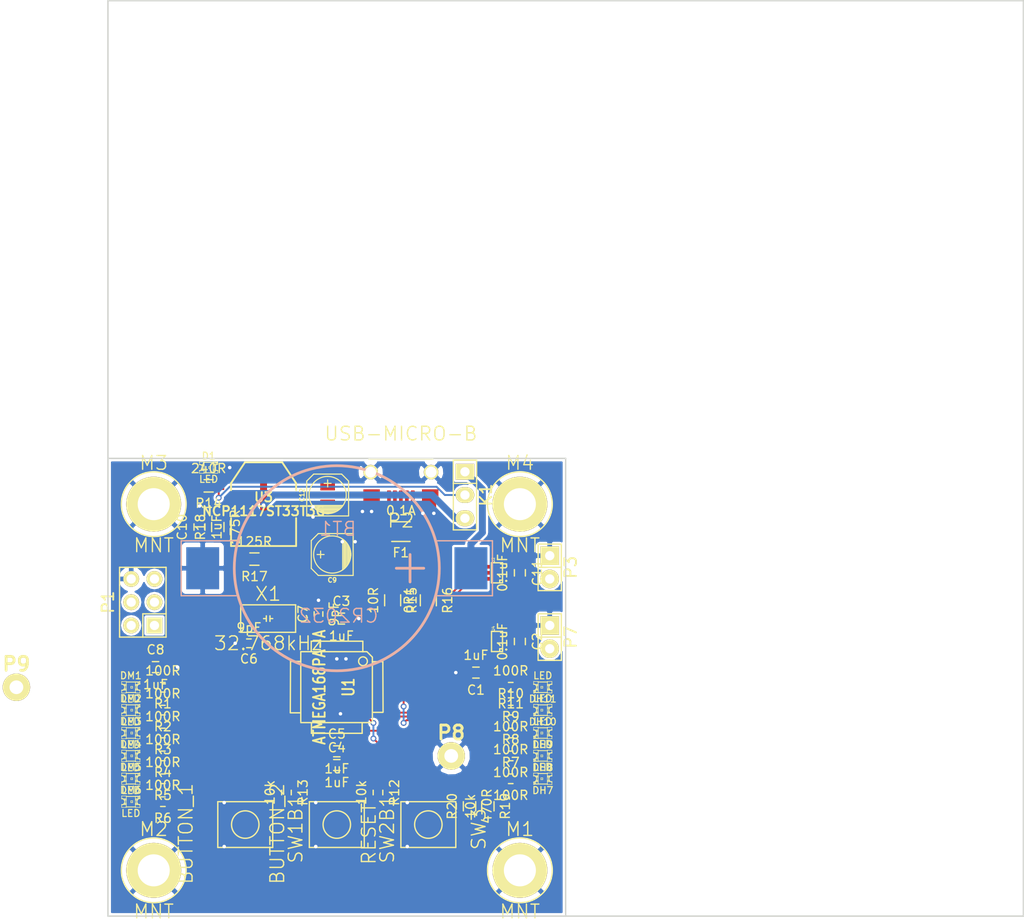
<source format=kicad_pcb>
(kicad_pcb (version 4) (host pcbnew "(2014-jul-16 BZR unknown)-product")

  (general
    (links 129)
    (no_connects 52)
    (area 99.924999 39.924999 200.075001 140.075001)
    (thickness 1.6)
    (drawings 6)
    (tracks 268)
    (zones 0)
    (modules 65)
    (nets 45)
  )

  (page A4)
  (layers
    (0 F.Cu signal)
    (31 B.Cu signal)
    (32 B.Adhes user)
    (33 F.Adhes user)
    (34 B.Paste user)
    (35 F.Paste user)
    (36 B.SilkS user)
    (37 F.SilkS user)
    (38 B.Mask user)
    (39 F.Mask user)
    (40 Dwgs.User user)
    (41 Cmts.User user)
    (42 Eco1.User user)
    (43 Eco2.User user)
    (44 Edge.Cuts user)
    (45 Margin user)
    (46 B.CrtYd user)
    (47 F.CrtYd user)
    (48 B.Fab user)
    (49 F.Fab user)
  )

  (setup
    (last_trace_width 0.2032)
    (trace_clearance 0.1524)
    (zone_clearance 0.254)
    (zone_45_only no)
    (trace_min 0.1524)
    (segment_width 0.2)
    (edge_width 0.15)
    (via_size 0.635)
    (via_drill 0.381)
    (via_min_size 0.635)
    (via_min_drill 0.381)
    (uvia_size 0.508)
    (uvia_drill 0.127)
    (uvias_allowed no)
    (uvia_min_size 0.508)
    (uvia_min_drill 0.127)
    (pcb_text_width 0.3)
    (pcb_text_size 1.5 1.5)
    (mod_edge_width 0.15)
    (mod_text_size 1.5 1.5)
    (mod_text_width 0.15)
    (pad_size 2 1.5)
    (pad_drill 0)
    (pad_to_mask_clearance 0.2)
    (aux_axis_origin 100 140)
    (grid_origin 100 140)
    (visible_elements FFFEFF7F)
    (pcbplotparams
      (layerselection 0x00030_80000001)
      (usegerberextensions false)
      (excludeedgelayer true)
      (linewidth 0.100000)
      (plotframeref false)
      (viasonmask false)
      (mode 1)
      (useauxorigin false)
      (hpglpennumber 1)
      (hpglpenspeed 20)
      (hpglpendiameter 15)
      (hpglpenoverlay 2)
      (psnegative false)
      (psa4output false)
      (plotreference true)
      (plotvalue true)
      (plotinvisibletext false)
      (padsonsilk false)
      (subtractmaskfromsilk false)
      (outputformat 1)
      (mirror false)
      (drillshape 1)
      (scaleselection 1)
      (outputdirectory ""))
  )

  (net 0 "")
  (net 1 GND)
  (net 2 /VBATTERY)
  (net 3 VCC)
  (net 4 +BATT)
  (net 5 /AREF)
  (net 6 /XTAL2)
  (net 7 /XTAL1)
  (net 8 +3.3V)
  (net 9 /VBUS_FUSE)
  (net 10 /LDO_ADJ)
  (net 11 /VLDO)
  (net 12 "Net-(D1-Pad1)")
  (net 13 "Net-(DH7-Pad2)")
  (net 14 "Net-(DH8-Pad2)")
  (net 15 "Net-(DH9-Pad2)")
  (net 16 "Net-(DH10-Pad2)")
  (net 17 "Net-(DH11-Pad2)")
  (net 18 "Net-(DM1-Pad2)")
  (net 19 "Net-(DM2-Pad2)")
  (net 20 "Net-(DM3-Pad2)")
  (net 21 "Net-(DM4-Pad2)")
  (net 22 "Net-(DM5-Pad2)")
  (net 23 "Net-(DM6-Pad2)")
  (net 24 /VBUS_USB)
  (net 25 /MISO)
  (net 26 /SCK)
  (net 27 /MOSI)
  (net 28 /~RESET)
  (net 29 /LED_SNSI_OUT)
  (net 30 /MCU_SNSI_OUT)
  (net 31 /LED_M1)
  (net 32 /LED_M2)
  (net 33 /LED_M3)
  (net 34 /LED_M4)
  (net 35 /LED_M5)
  (net 36 /LED_M6)
  (net 37 /LED_H1)
  (net 38 /LED_H2)
  (net 39 /LED_H3)
  (net 40 /LED_H4)
  (net 41 /LED_H5)
  (net 42 /SW_2)
  (net 43 /SW_1)
  (net 44 "Net-(R20-Pad1)")

  (net_class Default "This is the default net class."
    (clearance 0.1524)
    (trace_width 0.2032)
    (via_dia 0.635)
    (via_drill 0.381)
    (uvia_dia 0.508)
    (uvia_drill 0.127)
    (add_net +3.3V)
    (add_net +BATT)
    (add_net /LED_H1)
    (add_net /LED_H2)
    (add_net /LED_H3)
    (add_net /LED_H4)
    (add_net /LED_H5)
    (add_net /LED_M1)
    (add_net /LED_M2)
    (add_net /LED_M3)
    (add_net /LED_M4)
    (add_net /LED_M5)
    (add_net /LED_M6)
    (add_net /LED_SNSI_OUT)
    (add_net /MCU_SNSI_OUT)
    (add_net /MISO)
    (add_net /MOSI)
    (add_net /SCK)
    (add_net /SW_1)
    (add_net /SW_2)
    (add_net /XTAL1)
    (add_net /XTAL2)
    (add_net /~RESET)
    (add_net "Net-(D1-Pad1)")
    (add_net "Net-(DH10-Pad2)")
    (add_net "Net-(DH11-Pad2)")
    (add_net "Net-(DH7-Pad2)")
    (add_net "Net-(DH8-Pad2)")
    (add_net "Net-(DH9-Pad2)")
    (add_net "Net-(DM1-Pad2)")
    (add_net "Net-(DM2-Pad2)")
    (add_net "Net-(DM3-Pad2)")
    (add_net "Net-(DM4-Pad2)")
    (add_net "Net-(DM5-Pad2)")
    (add_net "Net-(DM6-Pad2)")
    (add_net "Net-(R20-Pad1)")
    (add_net VCC)
  )

  (net_class gnd ""
    (clearance 0.2032)
    (trace_width 0.508)
    (via_dia 0.635)
    (via_drill 0.381)
    (uvia_dia 0.508)
    (uvia_drill 0.127)
    (add_net GND)
  )

  (net_class pwr_l ""
    (clearance 0.2032)
    (trace_width 0.762)
    (via_dia 0.635)
    (via_drill 0.381)
    (uvia_dia 0.508)
    (uvia_drill 0.127)
    (add_net /LDO_ADJ)
    (add_net /VBATTERY)
    (add_net /VBUS_FUSE)
    (add_net /VLDO)
  )

  (net_class pwr_s ""
    (clearance 0.2032)
    (trace_width 0.4064)
    (via_dia 0.635)
    (via_drill 0.381)
    (uvia_dia 0.508)
    (uvia_drill 0.127)
    (add_net /AREF)
    (add_net /VBUS_USB)
  )

  (module "_ Custom Lib:CR2032_MPD" (layer B.Cu) (tedit 543A21F1) (tstamp 543A3074)
    (at 125 102 180)
    (path /53FE06D2)
    (fp_text reference BT1 (at -0.1 4.3 180) (layer B.SilkS)
      (effects (font (size 1.5 1.5) (thickness 0.15)) (justify mirror))
    )
    (fp_text value CR2032 (at -0.2 -5.2 180) (layer B.SilkS)
      (effects (font (size 1.5 1.5) (thickness 0.15)) (justify mirror))
    )
    (fp_line (start -8 1.5) (end -8 -1.5) (layer B.SilkS) (width 0.3))
    (fp_line (start -9.5 0) (end -6.5 0) (layer B.SilkS) (width 0.3))
    (fp_line (start 17 3) (end 17 -3) (layer B.SilkS) (width 0.15))
    (fp_line (start 17 -3) (end 11 -3) (layer B.SilkS) (width 0.15))
    (fp_line (start 17 3) (end 11 3) (layer B.SilkS) (width 0.15))
    (fp_line (start -17 3) (end -11 3) (layer B.SilkS) (width 0.15))
    (fp_line (start -17 3) (end -17 -3) (layer B.SilkS) (width 0.15))
    (fp_line (start -17 -3) (end -11 -3) (layer B.SilkS) (width 0.15))
    (fp_circle (center 0 0) (end 11.2 0) (layer B.SilkS) (width 0.3))
    (pad 2 smd rect (at 14.65 0 180) (size 3.6 4.6) (layers B.Cu B.Paste B.Mask)
      (net 1 GND))
    (pad 1 smd rect (at -14.65 0 180) (size 3.6 4.6) (layers B.Cu B.Paste B.Mask)
      (net 2 /VBATTERY))
  )

  (module Capacitors_SMD:C_0603_HandSoldering (layer F.Cu) (tedit 541A9B4D) (tstamp 543A3080)
    (at 140.2 113.4 180)
    (descr "Capacitor SMD 0603, hand soldering")
    (tags "capacitor 0603")
    (path /53FE15FE)
    (attr smd)
    (fp_text reference C1 (at 0 -1.9 180) (layer F.SilkS)
      (effects (font (size 1 1) (thickness 0.15)))
    )
    (fp_text value 1uF (at 0 1.9 180) (layer F.SilkS)
      (effects (font (size 1 1) (thickness 0.15)))
    )
    (fp_line (start -1.85 -0.75) (end 1.85 -0.75) (layer F.CrtYd) (width 0.05))
    (fp_line (start -1.85 0.75) (end 1.85 0.75) (layer F.CrtYd) (width 0.05))
    (fp_line (start -1.85 -0.75) (end -1.85 0.75) (layer F.CrtYd) (width 0.05))
    (fp_line (start 1.85 -0.75) (end 1.85 0.75) (layer F.CrtYd) (width 0.05))
    (fp_line (start -0.35 -0.6) (end 0.35 -0.6) (layer F.SilkS) (width 0.15))
    (fp_line (start 0.35 0.6) (end -0.35 0.6) (layer F.SilkS) (width 0.15))
    (pad 1 smd rect (at -0.95 0 180) (size 1.2 0.75) (layers F.Cu F.Paste F.Mask)
      (net 8 +3.3V))
    (pad 2 smd rect (at 0.95 0 180) (size 1.2 0.75) (layers F.Cu F.Paste F.Mask)
      (net 1 GND))
    (model Capacitors_SMD/C_0603J.wrl
      (at (xyz 0 0 0))
      (scale (xyz 1 1 1))
      (rotate (xyz 0 0 0))
    )
  )

  (module Capacitors_SMD:C_0603_HandSoldering (layer F.Cu) (tedit 541A9B4D) (tstamp 543A308C)
    (at 145 110 270)
    (descr "Capacitor SMD 0603, hand soldering")
    (tags "capacitor 0603")
    (path /54311CAA)
    (attr smd)
    (fp_text reference C2 (at 0 -1.9 270) (layer F.SilkS)
      (effects (font (size 1 1) (thickness 0.15)))
    )
    (fp_text value 0.1uF (at 0 1.9 270) (layer F.SilkS)
      (effects (font (size 1 1) (thickness 0.15)))
    )
    (fp_line (start -1.85 -0.75) (end 1.85 -0.75) (layer F.CrtYd) (width 0.05))
    (fp_line (start -1.85 0.75) (end 1.85 0.75) (layer F.CrtYd) (width 0.05))
    (fp_line (start -1.85 -0.75) (end -1.85 0.75) (layer F.CrtYd) (width 0.05))
    (fp_line (start 1.85 -0.75) (end 1.85 0.75) (layer F.CrtYd) (width 0.05))
    (fp_line (start -0.35 -0.6) (end 0.35 -0.6) (layer F.SilkS) (width 0.15))
    (fp_line (start 0.35 0.6) (end -0.35 0.6) (layer F.SilkS) (width 0.15))
    (pad 1 smd rect (at -0.95 0 270) (size 1.2 0.75) (layers F.Cu F.Paste F.Mask)
      (net 4 +BATT))
    (pad 2 smd rect (at 0.95 0 270) (size 1.2 0.75) (layers F.Cu F.Paste F.Mask)
      (net 1 GND))
    (model Capacitors_SMD/C_0603J.wrl
      (at (xyz 0 0 0))
      (scale (xyz 1 1 1))
      (rotate (xyz 0 0 0))
    )
  )

  (module Capacitors_SMD:C_0603 (layer F.Cu) (tedit 5415D631) (tstamp 543A3098)
    (at 125.5 107.5)
    (descr "Capacitor SMD 0603, reflow soldering, AVX (see smccp.pdf)")
    (tags "capacitor 0603")
    (path /53FE0707)
    (attr smd)
    (fp_text reference C3 (at 0 -1.9) (layer F.SilkS)
      (effects (font (size 1 1) (thickness 0.15)))
    )
    (fp_text value 1uF (at 0 1.9) (layer F.SilkS)
      (effects (font (size 1 1) (thickness 0.15)))
    )
    (fp_line (start -1.45 -0.75) (end 1.45 -0.75) (layer F.CrtYd) (width 0.05))
    (fp_line (start -1.45 0.75) (end 1.45 0.75) (layer F.CrtYd) (width 0.05))
    (fp_line (start -1.45 -0.75) (end -1.45 0.75) (layer F.CrtYd) (width 0.05))
    (fp_line (start 1.45 -0.75) (end 1.45 0.75) (layer F.CrtYd) (width 0.05))
    (fp_line (start -0.35 -0.6) (end 0.35 -0.6) (layer F.SilkS) (width 0.15))
    (fp_line (start 0.35 0.6) (end -0.35 0.6) (layer F.SilkS) (width 0.15))
    (pad 1 smd rect (at -0.75 0) (size 0.8 0.75) (layers F.Cu F.Paste F.Mask)
      (net 3 VCC))
    (pad 2 smd rect (at 0.75 0) (size 0.8 0.75) (layers F.Cu F.Paste F.Mask)
      (net 1 GND))
    (model Capacitors_SMD/C_0603J.wrl
      (at (xyz 0 0 0))
      (scale (xyz 1 1 1))
      (rotate (xyz 0 0 0))
    )
  )

  (module Capacitors_SMD:C_0603 (layer F.Cu) (tedit 5415D631) (tstamp 543A30A4)
    (at 125 123.5)
    (descr "Capacitor SMD 0603, reflow soldering, AVX (see smccp.pdf)")
    (tags "capacitor 0603")
    (path /53FE06F8)
    (attr smd)
    (fp_text reference C4 (at 0 -1.9) (layer F.SilkS)
      (effects (font (size 1 1) (thickness 0.15)))
    )
    (fp_text value 1uF (at 0 1.9) (layer F.SilkS)
      (effects (font (size 1 1) (thickness 0.15)))
    )
    (fp_line (start -1.45 -0.75) (end 1.45 -0.75) (layer F.CrtYd) (width 0.05))
    (fp_line (start -1.45 0.75) (end 1.45 0.75) (layer F.CrtYd) (width 0.05))
    (fp_line (start -1.45 -0.75) (end -1.45 0.75) (layer F.CrtYd) (width 0.05))
    (fp_line (start 1.45 -0.75) (end 1.45 0.75) (layer F.CrtYd) (width 0.05))
    (fp_line (start -0.35 -0.6) (end 0.35 -0.6) (layer F.SilkS) (width 0.15))
    (fp_line (start 0.35 0.6) (end -0.35 0.6) (layer F.SilkS) (width 0.15))
    (pad 1 smd rect (at -0.75 0) (size 0.8 0.75) (layers F.Cu F.Paste F.Mask)
      (net 3 VCC))
    (pad 2 smd rect (at 0.75 0) (size 0.8 0.75) (layers F.Cu F.Paste F.Mask)
      (net 1 GND))
    (model Capacitors_SMD/C_0603J.wrl
      (at (xyz 0 0 0))
      (scale (xyz 1 1 1))
      (rotate (xyz 0 0 0))
    )
  )

  (module Capacitors_SMD:C_0603 (layer F.Cu) (tedit 5415D631) (tstamp 543A30B0)
    (at 125 122)
    (descr "Capacitor SMD 0603, reflow soldering, AVX (see smccp.pdf)")
    (tags "capacitor 0603")
    (path /53FE06E9)
    (attr smd)
    (fp_text reference C5 (at 0 -1.9) (layer F.SilkS)
      (effects (font (size 1 1) (thickness 0.15)))
    )
    (fp_text value 1uF (at 0 1.9) (layer F.SilkS)
      (effects (font (size 1 1) (thickness 0.15)))
    )
    (fp_line (start -1.45 -0.75) (end 1.45 -0.75) (layer F.CrtYd) (width 0.05))
    (fp_line (start -1.45 0.75) (end 1.45 0.75) (layer F.CrtYd) (width 0.05))
    (fp_line (start -1.45 -0.75) (end -1.45 0.75) (layer F.CrtYd) (width 0.05))
    (fp_line (start 1.45 -0.75) (end 1.45 0.75) (layer F.CrtYd) (width 0.05))
    (fp_line (start -0.35 -0.6) (end 0.35 -0.6) (layer F.SilkS) (width 0.15))
    (fp_line (start 0.35 0.6) (end -0.35 0.6) (layer F.SilkS) (width 0.15))
    (pad 1 smd rect (at -0.75 0) (size 0.8 0.75) (layers F.Cu F.Paste F.Mask)
      (net 5 /AREF))
    (pad 2 smd rect (at 0.75 0) (size 0.8 0.75) (layers F.Cu F.Paste F.Mask)
      (net 1 GND))
    (model Capacitors_SMD/C_0603J.wrl
      (at (xyz 0 0 0))
      (scale (xyz 1 1 1))
      (rotate (xyz 0 0 0))
    )
  )

  (module Capacitors_SMD:C_0603_HandSoldering (layer F.Cu) (tedit 541A9B4D) (tstamp 543A30D4)
    (at 105.2 112.8)
    (descr "Capacitor SMD 0603, hand soldering")
    (tags "capacitor 0603")
    (path /5430D31E)
    (attr smd)
    (fp_text reference C8 (at 0 -1.9) (layer F.SilkS)
      (effects (font (size 1 1) (thickness 0.15)))
    )
    (fp_text value 1uF (at 0 1.9) (layer F.SilkS)
      (effects (font (size 1 1) (thickness 0.15)))
    )
    (fp_line (start -1.85 -0.75) (end 1.85 -0.75) (layer F.CrtYd) (width 0.05))
    (fp_line (start -1.85 0.75) (end 1.85 0.75) (layer F.CrtYd) (width 0.05))
    (fp_line (start -1.85 -0.75) (end -1.85 0.75) (layer F.CrtYd) (width 0.05))
    (fp_line (start 1.85 -0.75) (end 1.85 0.75) (layer F.CrtYd) (width 0.05))
    (fp_line (start -0.35 -0.6) (end 0.35 -0.6) (layer F.SilkS) (width 0.15))
    (fp_line (start 0.35 0.6) (end -0.35 0.6) (layer F.SilkS) (width 0.15))
    (pad 1 smd rect (at -0.95 0) (size 1.2 0.75) (layers F.Cu F.Paste F.Mask)
      (net 8 +3.3V))
    (pad 2 smd rect (at 0.95 0) (size 1.2 0.75) (layers F.Cu F.Paste F.Mask)
      (net 1 GND))
    (model Capacitors_SMD/C_0603J.wrl
      (at (xyz 0 0 0))
      (scale (xyz 1 1 1))
      (rotate (xyz 0 0 0))
    )
  )

  (module Capacitors_SMD:c_elec_4x4.5 (layer F.Cu) (tedit 543A2C31) (tstamp 543A30EB)
    (at 124.5 100.5 180)
    (descr "SMT capacitor, aluminium electrolytic, 4x4.5")
    (path /5430F624)
    (fp_text reference C9 (at 0 -2.794 180) (layer F.SilkS)
      (effects (font (size 0.50038 0.50038) (thickness 0.11938)))
    )
    (fp_text value 22uF (at 0 2.794 180) (layer F.SilkS) hide
      (effects (font (size 0.50038 0.50038) (thickness 0.11938)))
    )
    (fp_line (start 1.651 0) (end 0.889 0) (layer F.SilkS) (width 0.127))
    (fp_line (start 1.27 -0.381) (end 1.27 0.381) (layer F.SilkS) (width 0.127))
    (fp_line (start 1.524 2.286) (end -2.286 2.286) (layer F.SilkS) (width 0.127))
    (fp_line (start 2.286 -1.524) (end 2.286 1.524) (layer F.SilkS) (width 0.127))
    (fp_line (start 1.524 2.286) (end 2.286 1.524) (layer F.SilkS) (width 0.127))
    (fp_line (start 1.524 -2.286) (end -2.286 -2.286) (layer F.SilkS) (width 0.127))
    (fp_line (start 1.524 -2.286) (end 2.286 -1.524) (layer F.SilkS) (width 0.127))
    (fp_line (start -2.032 0.127) (end -2.032 -0.127) (layer F.SilkS) (width 0.127))
    (fp_line (start -1.905 -0.635) (end -1.905 0.635) (layer F.SilkS) (width 0.127))
    (fp_line (start -1.778 0.889) (end -1.778 -0.889) (layer F.SilkS) (width 0.127))
    (fp_line (start -1.651 1.143) (end -1.651 -1.143) (layer F.SilkS) (width 0.127))
    (fp_line (start -1.524 -1.27) (end -1.524 1.27) (layer F.SilkS) (width 0.127))
    (fp_line (start -1.397 1.397) (end -1.397 -1.397) (layer F.SilkS) (width 0.127))
    (fp_line (start -1.27 -1.524) (end -1.27 1.524) (layer F.SilkS) (width 0.127))
    (fp_line (start -1.143 -1.651) (end -1.143 1.651) (layer F.SilkS) (width 0.127))
    (fp_circle (center 0 0) (end -2.032 0) (layer F.SilkS) (width 0.127))
    (fp_line (start -2.286 -2.286) (end -2.286 2.286) (layer F.SilkS) (width 0.127))
    (pad 1 smd rect (at 1.80086 0 180) (size 2.60096 1.6002) (layers F.Cu F.Paste F.Mask)
      (net 9 /VBUS_FUSE))
    (pad 2 smd rect (at -1.80086 0 180) (size 2.60096 1.6002) (layers F.Cu F.Paste F.Mask)
      (net 1 GND))
    (model Capacitors_SMD/c_elec_4x4_5.wrl
      (at (xyz 0 0 0))
      (scale (xyz 1 1 1))
      (rotate (xyz 0 0 0))
    )
  )

  (module Capacitors_SMD:C_0603_HandSoldering (layer F.Cu) (tedit 541A9B4D) (tstamp 543A30F7)
    (at 110 97.5 90)
    (descr "Capacitor SMD 0603, hand soldering")
    (tags "capacitor 0603")
    (path /5430F4A6)
    (attr smd)
    (fp_text reference C10 (at 0 -1.9 90) (layer F.SilkS)
      (effects (font (size 1 1) (thickness 0.15)))
    )
    (fp_text value 1uF (at 0 1.9 90) (layer F.SilkS)
      (effects (font (size 1 1) (thickness 0.15)))
    )
    (fp_line (start -1.85 -0.75) (end 1.85 -0.75) (layer F.CrtYd) (width 0.05))
    (fp_line (start -1.85 0.75) (end 1.85 0.75) (layer F.CrtYd) (width 0.05))
    (fp_line (start -1.85 -0.75) (end -1.85 0.75) (layer F.CrtYd) (width 0.05))
    (fp_line (start 1.85 -0.75) (end 1.85 0.75) (layer F.CrtYd) (width 0.05))
    (fp_line (start -0.35 -0.6) (end 0.35 -0.6) (layer F.SilkS) (width 0.15))
    (fp_line (start 0.35 0.6) (end -0.35 0.6) (layer F.SilkS) (width 0.15))
    (pad 1 smd rect (at -0.95 0 90) (size 1.2 0.75) (layers F.Cu F.Paste F.Mask)
      (net 10 /LDO_ADJ))
    (pad 2 smd rect (at 0.95 0 90) (size 1.2 0.75) (layers F.Cu F.Paste F.Mask)
      (net 1 GND))
    (model Capacitors_SMD/C_0603J.wrl
      (at (xyz 0 0 0))
      (scale (xyz 1 1 1))
      (rotate (xyz 0 0 0))
    )
  )

  (module Capacitors_SMD:C_0603_HandSoldering (layer F.Cu) (tedit 541A9B4D) (tstamp 543A3103)
    (at 145 102.5 270)
    (descr "Capacitor SMD 0603, hand soldering")
    (tags "capacitor 0603")
    (path /54310913)
    (attr smd)
    (fp_text reference C11 (at 0 -1.9 270) (layer F.SilkS)
      (effects (font (size 1 1) (thickness 0.15)))
    )
    (fp_text value 0.1uF (at 0 1.9 270) (layer F.SilkS)
      (effects (font (size 1 1) (thickness 0.15)))
    )
    (fp_line (start -1.85 -0.75) (end 1.85 -0.75) (layer F.CrtYd) (width 0.05))
    (fp_line (start -1.85 0.75) (end 1.85 0.75) (layer F.CrtYd) (width 0.05))
    (fp_line (start -1.85 -0.75) (end -1.85 0.75) (layer F.CrtYd) (width 0.05))
    (fp_line (start 1.85 -0.75) (end 1.85 0.75) (layer F.CrtYd) (width 0.05))
    (fp_line (start -0.35 -0.6) (end 0.35 -0.6) (layer F.SilkS) (width 0.15))
    (fp_line (start 0.35 0.6) (end -0.35 0.6) (layer F.SilkS) (width 0.15))
    (pad 1 smd rect (at -0.95 0 270) (size 1.2 0.75) (layers F.Cu F.Paste F.Mask)
      (net 4 +BATT))
    (pad 2 smd rect (at 0.95 0 270) (size 1.2 0.75) (layers F.Cu F.Paste F.Mask)
      (net 1 GND))
    (model Capacitors_SMD/C_0603J.wrl
      (at (xyz 0 0 0))
      (scale (xyz 1 1 1))
      (rotate (xyz 0 0 0))
    )
  )

  (module Capacitors_SMD:c_elec_4x4.5 (layer F.Cu) (tedit 543A2C31) (tstamp 543A311A)
    (at 124 94 90)
    (descr "SMT capacitor, aluminium electrolytic, 4x4.5")
    (path /5430F62A)
    (fp_text reference C12 (at 0 -2.794 90) (layer F.SilkS)
      (effects (font (size 0.50038 0.50038) (thickness 0.11938)))
    )
    (fp_text value 22uF (at 0 2.794 90) (layer F.SilkS) hide
      (effects (font (size 0.50038 0.50038) (thickness 0.11938)))
    )
    (fp_line (start 1.651 0) (end 0.889 0) (layer F.SilkS) (width 0.127))
    (fp_line (start 1.27 -0.381) (end 1.27 0.381) (layer F.SilkS) (width 0.127))
    (fp_line (start 1.524 2.286) (end -2.286 2.286) (layer F.SilkS) (width 0.127))
    (fp_line (start 2.286 -1.524) (end 2.286 1.524) (layer F.SilkS) (width 0.127))
    (fp_line (start 1.524 2.286) (end 2.286 1.524) (layer F.SilkS) (width 0.127))
    (fp_line (start 1.524 -2.286) (end -2.286 -2.286) (layer F.SilkS) (width 0.127))
    (fp_line (start 1.524 -2.286) (end 2.286 -1.524) (layer F.SilkS) (width 0.127))
    (fp_line (start -2.032 0.127) (end -2.032 -0.127) (layer F.SilkS) (width 0.127))
    (fp_line (start -1.905 -0.635) (end -1.905 0.635) (layer F.SilkS) (width 0.127))
    (fp_line (start -1.778 0.889) (end -1.778 -0.889) (layer F.SilkS) (width 0.127))
    (fp_line (start -1.651 1.143) (end -1.651 -1.143) (layer F.SilkS) (width 0.127))
    (fp_line (start -1.524 -1.27) (end -1.524 1.27) (layer F.SilkS) (width 0.127))
    (fp_line (start -1.397 1.397) (end -1.397 -1.397) (layer F.SilkS) (width 0.127))
    (fp_line (start -1.27 -1.524) (end -1.27 1.524) (layer F.SilkS) (width 0.127))
    (fp_line (start -1.143 -1.651) (end -1.143 1.651) (layer F.SilkS) (width 0.127))
    (fp_circle (center 0 0) (end -2.032 0) (layer F.SilkS) (width 0.127))
    (fp_line (start -2.286 -2.286) (end -2.286 2.286) (layer F.SilkS) (width 0.127))
    (pad 1 smd rect (at 1.80086 0 90) (size 2.60096 1.6002) (layers F.Cu F.Paste F.Mask)
      (net 11 /VLDO))
    (pad 2 smd rect (at -1.80086 0 90) (size 2.60096 1.6002) (layers F.Cu F.Paste F.Mask)
      (net 1 GND))
    (model Capacitors_SMD/c_elec_4x4_5.wrl
      (at (xyz 0 0 0))
      (scale (xyz 1 1 1))
      (rotate (xyz 0 0 0))
    )
  )

  (module LEDs:LED-0805 (layer F.Cu) (tedit 543A2C31) (tstamp 543A3155)
    (at 111 91)
    (descr "LED 0805 smd package")
    (tags "LED 0805 SMD")
    (path /5430E217)
    (attr smd)
    (fp_text reference D1 (at 0 -1.27) (layer F.SilkS)
      (effects (font (size 0.762 0.762) (thickness 0.127)))
    )
    (fp_text value LED (at 0 1.27) (layer F.SilkS)
      (effects (font (size 0.762 0.762) (thickness 0.127)))
    )
    (fp_line (start 0.49784 0.29972) (end 0.49784 0.62484) (layer F.SilkS) (width 0.06604))
    (fp_line (start 0.49784 0.62484) (end 0.99822 0.62484) (layer F.SilkS) (width 0.06604))
    (fp_line (start 0.99822 0.29972) (end 0.99822 0.62484) (layer F.SilkS) (width 0.06604))
    (fp_line (start 0.49784 0.29972) (end 0.99822 0.29972) (layer F.SilkS) (width 0.06604))
    (fp_line (start 0.49784 -0.32258) (end 0.49784 -0.17272) (layer F.SilkS) (width 0.06604))
    (fp_line (start 0.49784 -0.17272) (end 0.7493 -0.17272) (layer F.SilkS) (width 0.06604))
    (fp_line (start 0.7493 -0.32258) (end 0.7493 -0.17272) (layer F.SilkS) (width 0.06604))
    (fp_line (start 0.49784 -0.32258) (end 0.7493 -0.32258) (layer F.SilkS) (width 0.06604))
    (fp_line (start 0.49784 0.17272) (end 0.49784 0.32258) (layer F.SilkS) (width 0.06604))
    (fp_line (start 0.49784 0.32258) (end 0.7493 0.32258) (layer F.SilkS) (width 0.06604))
    (fp_line (start 0.7493 0.17272) (end 0.7493 0.32258) (layer F.SilkS) (width 0.06604))
    (fp_line (start 0.49784 0.17272) (end 0.7493 0.17272) (layer F.SilkS) (width 0.06604))
    (fp_line (start 0.49784 -0.19812) (end 0.49784 0.19812) (layer F.SilkS) (width 0.06604))
    (fp_line (start 0.49784 0.19812) (end 0.6731 0.19812) (layer F.SilkS) (width 0.06604))
    (fp_line (start 0.6731 -0.19812) (end 0.6731 0.19812) (layer F.SilkS) (width 0.06604))
    (fp_line (start 0.49784 -0.19812) (end 0.6731 -0.19812) (layer F.SilkS) (width 0.06604))
    (fp_line (start -0.99822 0.29972) (end -0.99822 0.62484) (layer F.SilkS) (width 0.06604))
    (fp_line (start -0.99822 0.62484) (end -0.49784 0.62484) (layer F.SilkS) (width 0.06604))
    (fp_line (start -0.49784 0.29972) (end -0.49784 0.62484) (layer F.SilkS) (width 0.06604))
    (fp_line (start -0.99822 0.29972) (end -0.49784 0.29972) (layer F.SilkS) (width 0.06604))
    (fp_line (start -0.99822 -0.62484) (end -0.99822 -0.29972) (layer F.SilkS) (width 0.06604))
    (fp_line (start -0.99822 -0.29972) (end -0.49784 -0.29972) (layer F.SilkS) (width 0.06604))
    (fp_line (start -0.49784 -0.62484) (end -0.49784 -0.29972) (layer F.SilkS) (width 0.06604))
    (fp_line (start -0.99822 -0.62484) (end -0.49784 -0.62484) (layer F.SilkS) (width 0.06604))
    (fp_line (start -0.7493 0.17272) (end -0.7493 0.32258) (layer F.SilkS) (width 0.06604))
    (fp_line (start -0.7493 0.32258) (end -0.49784 0.32258) (layer F.SilkS) (width 0.06604))
    (fp_line (start -0.49784 0.17272) (end -0.49784 0.32258) (layer F.SilkS) (width 0.06604))
    (fp_line (start -0.7493 0.17272) (end -0.49784 0.17272) (layer F.SilkS) (width 0.06604))
    (fp_line (start -0.7493 -0.32258) (end -0.7493 -0.17272) (layer F.SilkS) (width 0.06604))
    (fp_line (start -0.7493 -0.17272) (end -0.49784 -0.17272) (layer F.SilkS) (width 0.06604))
    (fp_line (start -0.49784 -0.32258) (end -0.49784 -0.17272) (layer F.SilkS) (width 0.06604))
    (fp_line (start -0.7493 -0.32258) (end -0.49784 -0.32258) (layer F.SilkS) (width 0.06604))
    (fp_line (start -0.6731 -0.19812) (end -0.6731 0.19812) (layer F.SilkS) (width 0.06604))
    (fp_line (start -0.6731 0.19812) (end -0.49784 0.19812) (layer F.SilkS) (width 0.06604))
    (fp_line (start -0.49784 -0.19812) (end -0.49784 0.19812) (layer F.SilkS) (width 0.06604))
    (fp_line (start -0.6731 -0.19812) (end -0.49784 -0.19812) (layer F.SilkS) (width 0.06604))
    (fp_line (start 0 -0.09906) (end 0 0.09906) (layer F.SilkS) (width 0.06604))
    (fp_line (start 0 0.09906) (end 0.19812 0.09906) (layer F.SilkS) (width 0.06604))
    (fp_line (start 0.19812 -0.09906) (end 0.19812 0.09906) (layer F.SilkS) (width 0.06604))
    (fp_line (start 0 -0.09906) (end 0.19812 -0.09906) (layer F.SilkS) (width 0.06604))
    (fp_line (start 0.49784 -0.59944) (end 0.49784 -0.29972) (layer F.SilkS) (width 0.06604))
    (fp_line (start 0.49784 -0.29972) (end 0.79756 -0.29972) (layer F.SilkS) (width 0.06604))
    (fp_line (start 0.79756 -0.59944) (end 0.79756 -0.29972) (layer F.SilkS) (width 0.06604))
    (fp_line (start 0.49784 -0.59944) (end 0.79756 -0.59944) (layer F.SilkS) (width 0.06604))
    (fp_line (start 0.92456 -0.62484) (end 0.92456 -0.39878) (layer F.SilkS) (width 0.06604))
    (fp_line (start 0.92456 -0.39878) (end 0.99822 -0.39878) (layer F.SilkS) (width 0.06604))
    (fp_line (start 0.99822 -0.62484) (end 0.99822 -0.39878) (layer F.SilkS) (width 0.06604))
    (fp_line (start 0.92456 -0.62484) (end 0.99822 -0.62484) (layer F.SilkS) (width 0.06604))
    (fp_line (start 0.52324 0.57404) (end -0.52324 0.57404) (layer F.SilkS) (width 0.1016))
    (fp_line (start -0.49784 -0.57404) (end 0.92456 -0.57404) (layer F.SilkS) (width 0.1016))
    (fp_circle (center 0.84836 -0.44958) (end 0.89916 -0.50038) (layer F.SilkS) (width 0.0508))
    (fp_arc (start 0.99822 0) (end 0.99822 0.34798) (angle 180) (layer F.SilkS) (width 0.1016))
    (fp_arc (start -0.99822 0) (end -0.99822 -0.34798) (angle 180) (layer F.SilkS) (width 0.1016))
    (pad 1 smd rect (at -1.04902 0) (size 1.19888 1.19888) (layers F.Cu F.Paste F.Mask)
      (net 12 "Net-(D1-Pad1)"))
    (pad 2 smd rect (at 1.04902 0) (size 1.19888 1.19888) (layers F.Cu F.Paste F.Mask)
      (net 1 GND))
  )

  (module LEDs:LED-0805 (layer F.Cu) (tedit 543A2C31) (tstamp 543A3190)
    (at 147.5 125 180)
    (descr "LED 0805 smd package")
    (tags "LED 0805 SMD")
    (path /53FE0E5D)
    (attr smd)
    (fp_text reference DH7 (at 0 -1.27 180) (layer F.SilkS)
      (effects (font (size 0.762 0.762) (thickness 0.127)))
    )
    (fp_text value LED (at 0 1.27 180) (layer F.SilkS)
      (effects (font (size 0.762 0.762) (thickness 0.127)))
    )
    (fp_line (start 0.49784 0.29972) (end 0.49784 0.62484) (layer F.SilkS) (width 0.06604))
    (fp_line (start 0.49784 0.62484) (end 0.99822 0.62484) (layer F.SilkS) (width 0.06604))
    (fp_line (start 0.99822 0.29972) (end 0.99822 0.62484) (layer F.SilkS) (width 0.06604))
    (fp_line (start 0.49784 0.29972) (end 0.99822 0.29972) (layer F.SilkS) (width 0.06604))
    (fp_line (start 0.49784 -0.32258) (end 0.49784 -0.17272) (layer F.SilkS) (width 0.06604))
    (fp_line (start 0.49784 -0.17272) (end 0.7493 -0.17272) (layer F.SilkS) (width 0.06604))
    (fp_line (start 0.7493 -0.32258) (end 0.7493 -0.17272) (layer F.SilkS) (width 0.06604))
    (fp_line (start 0.49784 -0.32258) (end 0.7493 -0.32258) (layer F.SilkS) (width 0.06604))
    (fp_line (start 0.49784 0.17272) (end 0.49784 0.32258) (layer F.SilkS) (width 0.06604))
    (fp_line (start 0.49784 0.32258) (end 0.7493 0.32258) (layer F.SilkS) (width 0.06604))
    (fp_line (start 0.7493 0.17272) (end 0.7493 0.32258) (layer F.SilkS) (width 0.06604))
    (fp_line (start 0.49784 0.17272) (end 0.7493 0.17272) (layer F.SilkS) (width 0.06604))
    (fp_line (start 0.49784 -0.19812) (end 0.49784 0.19812) (layer F.SilkS) (width 0.06604))
    (fp_line (start 0.49784 0.19812) (end 0.6731 0.19812) (layer F.SilkS) (width 0.06604))
    (fp_line (start 0.6731 -0.19812) (end 0.6731 0.19812) (layer F.SilkS) (width 0.06604))
    (fp_line (start 0.49784 -0.19812) (end 0.6731 -0.19812) (layer F.SilkS) (width 0.06604))
    (fp_line (start -0.99822 0.29972) (end -0.99822 0.62484) (layer F.SilkS) (width 0.06604))
    (fp_line (start -0.99822 0.62484) (end -0.49784 0.62484) (layer F.SilkS) (width 0.06604))
    (fp_line (start -0.49784 0.29972) (end -0.49784 0.62484) (layer F.SilkS) (width 0.06604))
    (fp_line (start -0.99822 0.29972) (end -0.49784 0.29972) (layer F.SilkS) (width 0.06604))
    (fp_line (start -0.99822 -0.62484) (end -0.99822 -0.29972) (layer F.SilkS) (width 0.06604))
    (fp_line (start -0.99822 -0.29972) (end -0.49784 -0.29972) (layer F.SilkS) (width 0.06604))
    (fp_line (start -0.49784 -0.62484) (end -0.49784 -0.29972) (layer F.SilkS) (width 0.06604))
    (fp_line (start -0.99822 -0.62484) (end -0.49784 -0.62484) (layer F.SilkS) (width 0.06604))
    (fp_line (start -0.7493 0.17272) (end -0.7493 0.32258) (layer F.SilkS) (width 0.06604))
    (fp_line (start -0.7493 0.32258) (end -0.49784 0.32258) (layer F.SilkS) (width 0.06604))
    (fp_line (start -0.49784 0.17272) (end -0.49784 0.32258) (layer F.SilkS) (width 0.06604))
    (fp_line (start -0.7493 0.17272) (end -0.49784 0.17272) (layer F.SilkS) (width 0.06604))
    (fp_line (start -0.7493 -0.32258) (end -0.7493 -0.17272) (layer F.SilkS) (width 0.06604))
    (fp_line (start -0.7493 -0.17272) (end -0.49784 -0.17272) (layer F.SilkS) (width 0.06604))
    (fp_line (start -0.49784 -0.32258) (end -0.49784 -0.17272) (layer F.SilkS) (width 0.06604))
    (fp_line (start -0.7493 -0.32258) (end -0.49784 -0.32258) (layer F.SilkS) (width 0.06604))
    (fp_line (start -0.6731 -0.19812) (end -0.6731 0.19812) (layer F.SilkS) (width 0.06604))
    (fp_line (start -0.6731 0.19812) (end -0.49784 0.19812) (layer F.SilkS) (width 0.06604))
    (fp_line (start -0.49784 -0.19812) (end -0.49784 0.19812) (layer F.SilkS) (width 0.06604))
    (fp_line (start -0.6731 -0.19812) (end -0.49784 -0.19812) (layer F.SilkS) (width 0.06604))
    (fp_line (start 0 -0.09906) (end 0 0.09906) (layer F.SilkS) (width 0.06604))
    (fp_line (start 0 0.09906) (end 0.19812 0.09906) (layer F.SilkS) (width 0.06604))
    (fp_line (start 0.19812 -0.09906) (end 0.19812 0.09906) (layer F.SilkS) (width 0.06604))
    (fp_line (start 0 -0.09906) (end 0.19812 -0.09906) (layer F.SilkS) (width 0.06604))
    (fp_line (start 0.49784 -0.59944) (end 0.49784 -0.29972) (layer F.SilkS) (width 0.06604))
    (fp_line (start 0.49784 -0.29972) (end 0.79756 -0.29972) (layer F.SilkS) (width 0.06604))
    (fp_line (start 0.79756 -0.59944) (end 0.79756 -0.29972) (layer F.SilkS) (width 0.06604))
    (fp_line (start 0.49784 -0.59944) (end 0.79756 -0.59944) (layer F.SilkS) (width 0.06604))
    (fp_line (start 0.92456 -0.62484) (end 0.92456 -0.39878) (layer F.SilkS) (width 0.06604))
    (fp_line (start 0.92456 -0.39878) (end 0.99822 -0.39878) (layer F.SilkS) (width 0.06604))
    (fp_line (start 0.99822 -0.62484) (end 0.99822 -0.39878) (layer F.SilkS) (width 0.06604))
    (fp_line (start 0.92456 -0.62484) (end 0.99822 -0.62484) (layer F.SilkS) (width 0.06604))
    (fp_line (start 0.52324 0.57404) (end -0.52324 0.57404) (layer F.SilkS) (width 0.1016))
    (fp_line (start -0.49784 -0.57404) (end 0.92456 -0.57404) (layer F.SilkS) (width 0.1016))
    (fp_circle (center 0.84836 -0.44958) (end 0.89916 -0.50038) (layer F.SilkS) (width 0.0508))
    (fp_arc (start 0.99822 0) (end 0.99822 0.34798) (angle 180) (layer F.SilkS) (width 0.1016))
    (fp_arc (start -0.99822 0) (end -0.99822 -0.34798) (angle 180) (layer F.SilkS) (width 0.1016))
    (pad 1 smd rect (at -1.04902 0 180) (size 1.19888 1.19888) (layers F.Cu F.Paste F.Mask)
      (net 8 +3.3V))
    (pad 2 smd rect (at 1.04902 0 180) (size 1.19888 1.19888) (layers F.Cu F.Paste F.Mask)
      (net 13 "Net-(DH7-Pad2)"))
  )

  (module LEDs:LED-0805 (layer F.Cu) (tedit 543A2C31) (tstamp 543A31CB)
    (at 147.5 122.5 180)
    (descr "LED 0805 smd package")
    (tags "LED 0805 SMD")
    (path /53FE0E72)
    (attr smd)
    (fp_text reference DH8 (at 0 -1.27 180) (layer F.SilkS)
      (effects (font (size 0.762 0.762) (thickness 0.127)))
    )
    (fp_text value LED (at 0 1.27 180) (layer F.SilkS)
      (effects (font (size 0.762 0.762) (thickness 0.127)))
    )
    (fp_line (start 0.49784 0.29972) (end 0.49784 0.62484) (layer F.SilkS) (width 0.06604))
    (fp_line (start 0.49784 0.62484) (end 0.99822 0.62484) (layer F.SilkS) (width 0.06604))
    (fp_line (start 0.99822 0.29972) (end 0.99822 0.62484) (layer F.SilkS) (width 0.06604))
    (fp_line (start 0.49784 0.29972) (end 0.99822 0.29972) (layer F.SilkS) (width 0.06604))
    (fp_line (start 0.49784 -0.32258) (end 0.49784 -0.17272) (layer F.SilkS) (width 0.06604))
    (fp_line (start 0.49784 -0.17272) (end 0.7493 -0.17272) (layer F.SilkS) (width 0.06604))
    (fp_line (start 0.7493 -0.32258) (end 0.7493 -0.17272) (layer F.SilkS) (width 0.06604))
    (fp_line (start 0.49784 -0.32258) (end 0.7493 -0.32258) (layer F.SilkS) (width 0.06604))
    (fp_line (start 0.49784 0.17272) (end 0.49784 0.32258) (layer F.SilkS) (width 0.06604))
    (fp_line (start 0.49784 0.32258) (end 0.7493 0.32258) (layer F.SilkS) (width 0.06604))
    (fp_line (start 0.7493 0.17272) (end 0.7493 0.32258) (layer F.SilkS) (width 0.06604))
    (fp_line (start 0.49784 0.17272) (end 0.7493 0.17272) (layer F.SilkS) (width 0.06604))
    (fp_line (start 0.49784 -0.19812) (end 0.49784 0.19812) (layer F.SilkS) (width 0.06604))
    (fp_line (start 0.49784 0.19812) (end 0.6731 0.19812) (layer F.SilkS) (width 0.06604))
    (fp_line (start 0.6731 -0.19812) (end 0.6731 0.19812) (layer F.SilkS) (width 0.06604))
    (fp_line (start 0.49784 -0.19812) (end 0.6731 -0.19812) (layer F.SilkS) (width 0.06604))
    (fp_line (start -0.99822 0.29972) (end -0.99822 0.62484) (layer F.SilkS) (width 0.06604))
    (fp_line (start -0.99822 0.62484) (end -0.49784 0.62484) (layer F.SilkS) (width 0.06604))
    (fp_line (start -0.49784 0.29972) (end -0.49784 0.62484) (layer F.SilkS) (width 0.06604))
    (fp_line (start -0.99822 0.29972) (end -0.49784 0.29972) (layer F.SilkS) (width 0.06604))
    (fp_line (start -0.99822 -0.62484) (end -0.99822 -0.29972) (layer F.SilkS) (width 0.06604))
    (fp_line (start -0.99822 -0.29972) (end -0.49784 -0.29972) (layer F.SilkS) (width 0.06604))
    (fp_line (start -0.49784 -0.62484) (end -0.49784 -0.29972) (layer F.SilkS) (width 0.06604))
    (fp_line (start -0.99822 -0.62484) (end -0.49784 -0.62484) (layer F.SilkS) (width 0.06604))
    (fp_line (start -0.7493 0.17272) (end -0.7493 0.32258) (layer F.SilkS) (width 0.06604))
    (fp_line (start -0.7493 0.32258) (end -0.49784 0.32258) (layer F.SilkS) (width 0.06604))
    (fp_line (start -0.49784 0.17272) (end -0.49784 0.32258) (layer F.SilkS) (width 0.06604))
    (fp_line (start -0.7493 0.17272) (end -0.49784 0.17272) (layer F.SilkS) (width 0.06604))
    (fp_line (start -0.7493 -0.32258) (end -0.7493 -0.17272) (layer F.SilkS) (width 0.06604))
    (fp_line (start -0.7493 -0.17272) (end -0.49784 -0.17272) (layer F.SilkS) (width 0.06604))
    (fp_line (start -0.49784 -0.32258) (end -0.49784 -0.17272) (layer F.SilkS) (width 0.06604))
    (fp_line (start -0.7493 -0.32258) (end -0.49784 -0.32258) (layer F.SilkS) (width 0.06604))
    (fp_line (start -0.6731 -0.19812) (end -0.6731 0.19812) (layer F.SilkS) (width 0.06604))
    (fp_line (start -0.6731 0.19812) (end -0.49784 0.19812) (layer F.SilkS) (width 0.06604))
    (fp_line (start -0.49784 -0.19812) (end -0.49784 0.19812) (layer F.SilkS) (width 0.06604))
    (fp_line (start -0.6731 -0.19812) (end -0.49784 -0.19812) (layer F.SilkS) (width 0.06604))
    (fp_line (start 0 -0.09906) (end 0 0.09906) (layer F.SilkS) (width 0.06604))
    (fp_line (start 0 0.09906) (end 0.19812 0.09906) (layer F.SilkS) (width 0.06604))
    (fp_line (start 0.19812 -0.09906) (end 0.19812 0.09906) (layer F.SilkS) (width 0.06604))
    (fp_line (start 0 -0.09906) (end 0.19812 -0.09906) (layer F.SilkS) (width 0.06604))
    (fp_line (start 0.49784 -0.59944) (end 0.49784 -0.29972) (layer F.SilkS) (width 0.06604))
    (fp_line (start 0.49784 -0.29972) (end 0.79756 -0.29972) (layer F.SilkS) (width 0.06604))
    (fp_line (start 0.79756 -0.59944) (end 0.79756 -0.29972) (layer F.SilkS) (width 0.06604))
    (fp_line (start 0.49784 -0.59944) (end 0.79756 -0.59944) (layer F.SilkS) (width 0.06604))
    (fp_line (start 0.92456 -0.62484) (end 0.92456 -0.39878) (layer F.SilkS) (width 0.06604))
    (fp_line (start 0.92456 -0.39878) (end 0.99822 -0.39878) (layer F.SilkS) (width 0.06604))
    (fp_line (start 0.99822 -0.62484) (end 0.99822 -0.39878) (layer F.SilkS) (width 0.06604))
    (fp_line (start 0.92456 -0.62484) (end 0.99822 -0.62484) (layer F.SilkS) (width 0.06604))
    (fp_line (start 0.52324 0.57404) (end -0.52324 0.57404) (layer F.SilkS) (width 0.1016))
    (fp_line (start -0.49784 -0.57404) (end 0.92456 -0.57404) (layer F.SilkS) (width 0.1016))
    (fp_circle (center 0.84836 -0.44958) (end 0.89916 -0.50038) (layer F.SilkS) (width 0.0508))
    (fp_arc (start 0.99822 0) (end 0.99822 0.34798) (angle 180) (layer F.SilkS) (width 0.1016))
    (fp_arc (start -0.99822 0) (end -0.99822 -0.34798) (angle 180) (layer F.SilkS) (width 0.1016))
    (pad 1 smd rect (at -1.04902 0 180) (size 1.19888 1.19888) (layers F.Cu F.Paste F.Mask)
      (net 8 +3.3V))
    (pad 2 smd rect (at 1.04902 0 180) (size 1.19888 1.19888) (layers F.Cu F.Paste F.Mask)
      (net 14 "Net-(DH8-Pad2)"))
  )

  (module LEDs:LED-0805 (layer F.Cu) (tedit 543A2C31) (tstamp 543A3206)
    (at 147.5 120 180)
    (descr "LED 0805 smd package")
    (tags "LED 0805 SMD")
    (path /53FE0E87)
    (attr smd)
    (fp_text reference DH9 (at 0 -1.27 180) (layer F.SilkS)
      (effects (font (size 0.762 0.762) (thickness 0.127)))
    )
    (fp_text value LED (at 0 1.27 180) (layer F.SilkS)
      (effects (font (size 0.762 0.762) (thickness 0.127)))
    )
    (fp_line (start 0.49784 0.29972) (end 0.49784 0.62484) (layer F.SilkS) (width 0.06604))
    (fp_line (start 0.49784 0.62484) (end 0.99822 0.62484) (layer F.SilkS) (width 0.06604))
    (fp_line (start 0.99822 0.29972) (end 0.99822 0.62484) (layer F.SilkS) (width 0.06604))
    (fp_line (start 0.49784 0.29972) (end 0.99822 0.29972) (layer F.SilkS) (width 0.06604))
    (fp_line (start 0.49784 -0.32258) (end 0.49784 -0.17272) (layer F.SilkS) (width 0.06604))
    (fp_line (start 0.49784 -0.17272) (end 0.7493 -0.17272) (layer F.SilkS) (width 0.06604))
    (fp_line (start 0.7493 -0.32258) (end 0.7493 -0.17272) (layer F.SilkS) (width 0.06604))
    (fp_line (start 0.49784 -0.32258) (end 0.7493 -0.32258) (layer F.SilkS) (width 0.06604))
    (fp_line (start 0.49784 0.17272) (end 0.49784 0.32258) (layer F.SilkS) (width 0.06604))
    (fp_line (start 0.49784 0.32258) (end 0.7493 0.32258) (layer F.SilkS) (width 0.06604))
    (fp_line (start 0.7493 0.17272) (end 0.7493 0.32258) (layer F.SilkS) (width 0.06604))
    (fp_line (start 0.49784 0.17272) (end 0.7493 0.17272) (layer F.SilkS) (width 0.06604))
    (fp_line (start 0.49784 -0.19812) (end 0.49784 0.19812) (layer F.SilkS) (width 0.06604))
    (fp_line (start 0.49784 0.19812) (end 0.6731 0.19812) (layer F.SilkS) (width 0.06604))
    (fp_line (start 0.6731 -0.19812) (end 0.6731 0.19812) (layer F.SilkS) (width 0.06604))
    (fp_line (start 0.49784 -0.19812) (end 0.6731 -0.19812) (layer F.SilkS) (width 0.06604))
    (fp_line (start -0.99822 0.29972) (end -0.99822 0.62484) (layer F.SilkS) (width 0.06604))
    (fp_line (start -0.99822 0.62484) (end -0.49784 0.62484) (layer F.SilkS) (width 0.06604))
    (fp_line (start -0.49784 0.29972) (end -0.49784 0.62484) (layer F.SilkS) (width 0.06604))
    (fp_line (start -0.99822 0.29972) (end -0.49784 0.29972) (layer F.SilkS) (width 0.06604))
    (fp_line (start -0.99822 -0.62484) (end -0.99822 -0.29972) (layer F.SilkS) (width 0.06604))
    (fp_line (start -0.99822 -0.29972) (end -0.49784 -0.29972) (layer F.SilkS) (width 0.06604))
    (fp_line (start -0.49784 -0.62484) (end -0.49784 -0.29972) (layer F.SilkS) (width 0.06604))
    (fp_line (start -0.99822 -0.62484) (end -0.49784 -0.62484) (layer F.SilkS) (width 0.06604))
    (fp_line (start -0.7493 0.17272) (end -0.7493 0.32258) (layer F.SilkS) (width 0.06604))
    (fp_line (start -0.7493 0.32258) (end -0.49784 0.32258) (layer F.SilkS) (width 0.06604))
    (fp_line (start -0.49784 0.17272) (end -0.49784 0.32258) (layer F.SilkS) (width 0.06604))
    (fp_line (start -0.7493 0.17272) (end -0.49784 0.17272) (layer F.SilkS) (width 0.06604))
    (fp_line (start -0.7493 -0.32258) (end -0.7493 -0.17272) (layer F.SilkS) (width 0.06604))
    (fp_line (start -0.7493 -0.17272) (end -0.49784 -0.17272) (layer F.SilkS) (width 0.06604))
    (fp_line (start -0.49784 -0.32258) (end -0.49784 -0.17272) (layer F.SilkS) (width 0.06604))
    (fp_line (start -0.7493 -0.32258) (end -0.49784 -0.32258) (layer F.SilkS) (width 0.06604))
    (fp_line (start -0.6731 -0.19812) (end -0.6731 0.19812) (layer F.SilkS) (width 0.06604))
    (fp_line (start -0.6731 0.19812) (end -0.49784 0.19812) (layer F.SilkS) (width 0.06604))
    (fp_line (start -0.49784 -0.19812) (end -0.49784 0.19812) (layer F.SilkS) (width 0.06604))
    (fp_line (start -0.6731 -0.19812) (end -0.49784 -0.19812) (layer F.SilkS) (width 0.06604))
    (fp_line (start 0 -0.09906) (end 0 0.09906) (layer F.SilkS) (width 0.06604))
    (fp_line (start 0 0.09906) (end 0.19812 0.09906) (layer F.SilkS) (width 0.06604))
    (fp_line (start 0.19812 -0.09906) (end 0.19812 0.09906) (layer F.SilkS) (width 0.06604))
    (fp_line (start 0 -0.09906) (end 0.19812 -0.09906) (layer F.SilkS) (width 0.06604))
    (fp_line (start 0.49784 -0.59944) (end 0.49784 -0.29972) (layer F.SilkS) (width 0.06604))
    (fp_line (start 0.49784 -0.29972) (end 0.79756 -0.29972) (layer F.SilkS) (width 0.06604))
    (fp_line (start 0.79756 -0.59944) (end 0.79756 -0.29972) (layer F.SilkS) (width 0.06604))
    (fp_line (start 0.49784 -0.59944) (end 0.79756 -0.59944) (layer F.SilkS) (width 0.06604))
    (fp_line (start 0.92456 -0.62484) (end 0.92456 -0.39878) (layer F.SilkS) (width 0.06604))
    (fp_line (start 0.92456 -0.39878) (end 0.99822 -0.39878) (layer F.SilkS) (width 0.06604))
    (fp_line (start 0.99822 -0.62484) (end 0.99822 -0.39878) (layer F.SilkS) (width 0.06604))
    (fp_line (start 0.92456 -0.62484) (end 0.99822 -0.62484) (layer F.SilkS) (width 0.06604))
    (fp_line (start 0.52324 0.57404) (end -0.52324 0.57404) (layer F.SilkS) (width 0.1016))
    (fp_line (start -0.49784 -0.57404) (end 0.92456 -0.57404) (layer F.SilkS) (width 0.1016))
    (fp_circle (center 0.84836 -0.44958) (end 0.89916 -0.50038) (layer F.SilkS) (width 0.0508))
    (fp_arc (start 0.99822 0) (end 0.99822 0.34798) (angle 180) (layer F.SilkS) (width 0.1016))
    (fp_arc (start -0.99822 0) (end -0.99822 -0.34798) (angle 180) (layer F.SilkS) (width 0.1016))
    (pad 1 smd rect (at -1.04902 0 180) (size 1.19888 1.19888) (layers F.Cu F.Paste F.Mask)
      (net 8 +3.3V))
    (pad 2 smd rect (at 1.04902 0 180) (size 1.19888 1.19888) (layers F.Cu F.Paste F.Mask)
      (net 15 "Net-(DH9-Pad2)"))
  )

  (module LEDs:LED-0805 (layer F.Cu) (tedit 543A2C31) (tstamp 543A3241)
    (at 147.5 117.5 180)
    (descr "LED 0805 smd package")
    (tags "LED 0805 SMD")
    (path /53FE0E9C)
    (attr smd)
    (fp_text reference DH10 (at 0 -1.27 180) (layer F.SilkS)
      (effects (font (size 0.762 0.762) (thickness 0.127)))
    )
    (fp_text value LED (at 0 1.27 180) (layer F.SilkS)
      (effects (font (size 0.762 0.762) (thickness 0.127)))
    )
    (fp_line (start 0.49784 0.29972) (end 0.49784 0.62484) (layer F.SilkS) (width 0.06604))
    (fp_line (start 0.49784 0.62484) (end 0.99822 0.62484) (layer F.SilkS) (width 0.06604))
    (fp_line (start 0.99822 0.29972) (end 0.99822 0.62484) (layer F.SilkS) (width 0.06604))
    (fp_line (start 0.49784 0.29972) (end 0.99822 0.29972) (layer F.SilkS) (width 0.06604))
    (fp_line (start 0.49784 -0.32258) (end 0.49784 -0.17272) (layer F.SilkS) (width 0.06604))
    (fp_line (start 0.49784 -0.17272) (end 0.7493 -0.17272) (layer F.SilkS) (width 0.06604))
    (fp_line (start 0.7493 -0.32258) (end 0.7493 -0.17272) (layer F.SilkS) (width 0.06604))
    (fp_line (start 0.49784 -0.32258) (end 0.7493 -0.32258) (layer F.SilkS) (width 0.06604))
    (fp_line (start 0.49784 0.17272) (end 0.49784 0.32258) (layer F.SilkS) (width 0.06604))
    (fp_line (start 0.49784 0.32258) (end 0.7493 0.32258) (layer F.SilkS) (width 0.06604))
    (fp_line (start 0.7493 0.17272) (end 0.7493 0.32258) (layer F.SilkS) (width 0.06604))
    (fp_line (start 0.49784 0.17272) (end 0.7493 0.17272) (layer F.SilkS) (width 0.06604))
    (fp_line (start 0.49784 -0.19812) (end 0.49784 0.19812) (layer F.SilkS) (width 0.06604))
    (fp_line (start 0.49784 0.19812) (end 0.6731 0.19812) (layer F.SilkS) (width 0.06604))
    (fp_line (start 0.6731 -0.19812) (end 0.6731 0.19812) (layer F.SilkS) (width 0.06604))
    (fp_line (start 0.49784 -0.19812) (end 0.6731 -0.19812) (layer F.SilkS) (width 0.06604))
    (fp_line (start -0.99822 0.29972) (end -0.99822 0.62484) (layer F.SilkS) (width 0.06604))
    (fp_line (start -0.99822 0.62484) (end -0.49784 0.62484) (layer F.SilkS) (width 0.06604))
    (fp_line (start -0.49784 0.29972) (end -0.49784 0.62484) (layer F.SilkS) (width 0.06604))
    (fp_line (start -0.99822 0.29972) (end -0.49784 0.29972) (layer F.SilkS) (width 0.06604))
    (fp_line (start -0.99822 -0.62484) (end -0.99822 -0.29972) (layer F.SilkS) (width 0.06604))
    (fp_line (start -0.99822 -0.29972) (end -0.49784 -0.29972) (layer F.SilkS) (width 0.06604))
    (fp_line (start -0.49784 -0.62484) (end -0.49784 -0.29972) (layer F.SilkS) (width 0.06604))
    (fp_line (start -0.99822 -0.62484) (end -0.49784 -0.62484) (layer F.SilkS) (width 0.06604))
    (fp_line (start -0.7493 0.17272) (end -0.7493 0.32258) (layer F.SilkS) (width 0.06604))
    (fp_line (start -0.7493 0.32258) (end -0.49784 0.32258) (layer F.SilkS) (width 0.06604))
    (fp_line (start -0.49784 0.17272) (end -0.49784 0.32258) (layer F.SilkS) (width 0.06604))
    (fp_line (start -0.7493 0.17272) (end -0.49784 0.17272) (layer F.SilkS) (width 0.06604))
    (fp_line (start -0.7493 -0.32258) (end -0.7493 -0.17272) (layer F.SilkS) (width 0.06604))
    (fp_line (start -0.7493 -0.17272) (end -0.49784 -0.17272) (layer F.SilkS) (width 0.06604))
    (fp_line (start -0.49784 -0.32258) (end -0.49784 -0.17272) (layer F.SilkS) (width 0.06604))
    (fp_line (start -0.7493 -0.32258) (end -0.49784 -0.32258) (layer F.SilkS) (width 0.06604))
    (fp_line (start -0.6731 -0.19812) (end -0.6731 0.19812) (layer F.SilkS) (width 0.06604))
    (fp_line (start -0.6731 0.19812) (end -0.49784 0.19812) (layer F.SilkS) (width 0.06604))
    (fp_line (start -0.49784 -0.19812) (end -0.49784 0.19812) (layer F.SilkS) (width 0.06604))
    (fp_line (start -0.6731 -0.19812) (end -0.49784 -0.19812) (layer F.SilkS) (width 0.06604))
    (fp_line (start 0 -0.09906) (end 0 0.09906) (layer F.SilkS) (width 0.06604))
    (fp_line (start 0 0.09906) (end 0.19812 0.09906) (layer F.SilkS) (width 0.06604))
    (fp_line (start 0.19812 -0.09906) (end 0.19812 0.09906) (layer F.SilkS) (width 0.06604))
    (fp_line (start 0 -0.09906) (end 0.19812 -0.09906) (layer F.SilkS) (width 0.06604))
    (fp_line (start 0.49784 -0.59944) (end 0.49784 -0.29972) (layer F.SilkS) (width 0.06604))
    (fp_line (start 0.49784 -0.29972) (end 0.79756 -0.29972) (layer F.SilkS) (width 0.06604))
    (fp_line (start 0.79756 -0.59944) (end 0.79756 -0.29972) (layer F.SilkS) (width 0.06604))
    (fp_line (start 0.49784 -0.59944) (end 0.79756 -0.59944) (layer F.SilkS) (width 0.06604))
    (fp_line (start 0.92456 -0.62484) (end 0.92456 -0.39878) (layer F.SilkS) (width 0.06604))
    (fp_line (start 0.92456 -0.39878) (end 0.99822 -0.39878) (layer F.SilkS) (width 0.06604))
    (fp_line (start 0.99822 -0.62484) (end 0.99822 -0.39878) (layer F.SilkS) (width 0.06604))
    (fp_line (start 0.92456 -0.62484) (end 0.99822 -0.62484) (layer F.SilkS) (width 0.06604))
    (fp_line (start 0.52324 0.57404) (end -0.52324 0.57404) (layer F.SilkS) (width 0.1016))
    (fp_line (start -0.49784 -0.57404) (end 0.92456 -0.57404) (layer F.SilkS) (width 0.1016))
    (fp_circle (center 0.84836 -0.44958) (end 0.89916 -0.50038) (layer F.SilkS) (width 0.0508))
    (fp_arc (start 0.99822 0) (end 0.99822 0.34798) (angle 180) (layer F.SilkS) (width 0.1016))
    (fp_arc (start -0.99822 0) (end -0.99822 -0.34798) (angle 180) (layer F.SilkS) (width 0.1016))
    (pad 1 smd rect (at -1.04902 0 180) (size 1.19888 1.19888) (layers F.Cu F.Paste F.Mask)
      (net 8 +3.3V))
    (pad 2 smd rect (at 1.04902 0 180) (size 1.19888 1.19888) (layers F.Cu F.Paste F.Mask)
      (net 16 "Net-(DH10-Pad2)"))
  )

  (module LEDs:LED-0805 (layer F.Cu) (tedit 543A2C31) (tstamp 543A327C)
    (at 147.5 115 180)
    (descr "LED 0805 smd package")
    (tags "LED 0805 SMD")
    (path /53FE0EB1)
    (attr smd)
    (fp_text reference DH11 (at 0 -1.27 180) (layer F.SilkS)
      (effects (font (size 0.762 0.762) (thickness 0.127)))
    )
    (fp_text value LED (at 0 1.27 180) (layer F.SilkS)
      (effects (font (size 0.762 0.762) (thickness 0.127)))
    )
    (fp_line (start 0.49784 0.29972) (end 0.49784 0.62484) (layer F.SilkS) (width 0.06604))
    (fp_line (start 0.49784 0.62484) (end 0.99822 0.62484) (layer F.SilkS) (width 0.06604))
    (fp_line (start 0.99822 0.29972) (end 0.99822 0.62484) (layer F.SilkS) (width 0.06604))
    (fp_line (start 0.49784 0.29972) (end 0.99822 0.29972) (layer F.SilkS) (width 0.06604))
    (fp_line (start 0.49784 -0.32258) (end 0.49784 -0.17272) (layer F.SilkS) (width 0.06604))
    (fp_line (start 0.49784 -0.17272) (end 0.7493 -0.17272) (layer F.SilkS) (width 0.06604))
    (fp_line (start 0.7493 -0.32258) (end 0.7493 -0.17272) (layer F.SilkS) (width 0.06604))
    (fp_line (start 0.49784 -0.32258) (end 0.7493 -0.32258) (layer F.SilkS) (width 0.06604))
    (fp_line (start 0.49784 0.17272) (end 0.49784 0.32258) (layer F.SilkS) (width 0.06604))
    (fp_line (start 0.49784 0.32258) (end 0.7493 0.32258) (layer F.SilkS) (width 0.06604))
    (fp_line (start 0.7493 0.17272) (end 0.7493 0.32258) (layer F.SilkS) (width 0.06604))
    (fp_line (start 0.49784 0.17272) (end 0.7493 0.17272) (layer F.SilkS) (width 0.06604))
    (fp_line (start 0.49784 -0.19812) (end 0.49784 0.19812) (layer F.SilkS) (width 0.06604))
    (fp_line (start 0.49784 0.19812) (end 0.6731 0.19812) (layer F.SilkS) (width 0.06604))
    (fp_line (start 0.6731 -0.19812) (end 0.6731 0.19812) (layer F.SilkS) (width 0.06604))
    (fp_line (start 0.49784 -0.19812) (end 0.6731 -0.19812) (layer F.SilkS) (width 0.06604))
    (fp_line (start -0.99822 0.29972) (end -0.99822 0.62484) (layer F.SilkS) (width 0.06604))
    (fp_line (start -0.99822 0.62484) (end -0.49784 0.62484) (layer F.SilkS) (width 0.06604))
    (fp_line (start -0.49784 0.29972) (end -0.49784 0.62484) (layer F.SilkS) (width 0.06604))
    (fp_line (start -0.99822 0.29972) (end -0.49784 0.29972) (layer F.SilkS) (width 0.06604))
    (fp_line (start -0.99822 -0.62484) (end -0.99822 -0.29972) (layer F.SilkS) (width 0.06604))
    (fp_line (start -0.99822 -0.29972) (end -0.49784 -0.29972) (layer F.SilkS) (width 0.06604))
    (fp_line (start -0.49784 -0.62484) (end -0.49784 -0.29972) (layer F.SilkS) (width 0.06604))
    (fp_line (start -0.99822 -0.62484) (end -0.49784 -0.62484) (layer F.SilkS) (width 0.06604))
    (fp_line (start -0.7493 0.17272) (end -0.7493 0.32258) (layer F.SilkS) (width 0.06604))
    (fp_line (start -0.7493 0.32258) (end -0.49784 0.32258) (layer F.SilkS) (width 0.06604))
    (fp_line (start -0.49784 0.17272) (end -0.49784 0.32258) (layer F.SilkS) (width 0.06604))
    (fp_line (start -0.7493 0.17272) (end -0.49784 0.17272) (layer F.SilkS) (width 0.06604))
    (fp_line (start -0.7493 -0.32258) (end -0.7493 -0.17272) (layer F.SilkS) (width 0.06604))
    (fp_line (start -0.7493 -0.17272) (end -0.49784 -0.17272) (layer F.SilkS) (width 0.06604))
    (fp_line (start -0.49784 -0.32258) (end -0.49784 -0.17272) (layer F.SilkS) (width 0.06604))
    (fp_line (start -0.7493 -0.32258) (end -0.49784 -0.32258) (layer F.SilkS) (width 0.06604))
    (fp_line (start -0.6731 -0.19812) (end -0.6731 0.19812) (layer F.SilkS) (width 0.06604))
    (fp_line (start -0.6731 0.19812) (end -0.49784 0.19812) (layer F.SilkS) (width 0.06604))
    (fp_line (start -0.49784 -0.19812) (end -0.49784 0.19812) (layer F.SilkS) (width 0.06604))
    (fp_line (start -0.6731 -0.19812) (end -0.49784 -0.19812) (layer F.SilkS) (width 0.06604))
    (fp_line (start 0 -0.09906) (end 0 0.09906) (layer F.SilkS) (width 0.06604))
    (fp_line (start 0 0.09906) (end 0.19812 0.09906) (layer F.SilkS) (width 0.06604))
    (fp_line (start 0.19812 -0.09906) (end 0.19812 0.09906) (layer F.SilkS) (width 0.06604))
    (fp_line (start 0 -0.09906) (end 0.19812 -0.09906) (layer F.SilkS) (width 0.06604))
    (fp_line (start 0.49784 -0.59944) (end 0.49784 -0.29972) (layer F.SilkS) (width 0.06604))
    (fp_line (start 0.49784 -0.29972) (end 0.79756 -0.29972) (layer F.SilkS) (width 0.06604))
    (fp_line (start 0.79756 -0.59944) (end 0.79756 -0.29972) (layer F.SilkS) (width 0.06604))
    (fp_line (start 0.49784 -0.59944) (end 0.79756 -0.59944) (layer F.SilkS) (width 0.06604))
    (fp_line (start 0.92456 -0.62484) (end 0.92456 -0.39878) (layer F.SilkS) (width 0.06604))
    (fp_line (start 0.92456 -0.39878) (end 0.99822 -0.39878) (layer F.SilkS) (width 0.06604))
    (fp_line (start 0.99822 -0.62484) (end 0.99822 -0.39878) (layer F.SilkS) (width 0.06604))
    (fp_line (start 0.92456 -0.62484) (end 0.99822 -0.62484) (layer F.SilkS) (width 0.06604))
    (fp_line (start 0.52324 0.57404) (end -0.52324 0.57404) (layer F.SilkS) (width 0.1016))
    (fp_line (start -0.49784 -0.57404) (end 0.92456 -0.57404) (layer F.SilkS) (width 0.1016))
    (fp_circle (center 0.84836 -0.44958) (end 0.89916 -0.50038) (layer F.SilkS) (width 0.0508))
    (fp_arc (start 0.99822 0) (end 0.99822 0.34798) (angle 180) (layer F.SilkS) (width 0.1016))
    (fp_arc (start -0.99822 0) (end -0.99822 -0.34798) (angle 180) (layer F.SilkS) (width 0.1016))
    (pad 1 smd rect (at -1.04902 0 180) (size 1.19888 1.19888) (layers F.Cu F.Paste F.Mask)
      (net 8 +3.3V))
    (pad 2 smd rect (at 1.04902 0 180) (size 1.19888 1.19888) (layers F.Cu F.Paste F.Mask)
      (net 17 "Net-(DH11-Pad2)"))
  )

  (module LEDs:LED-0805 (layer F.Cu) (tedit 543A2C31) (tstamp 543A32B7)
    (at 102.5 115)
    (descr "LED 0805 smd package")
    (tags "LED 0805 SMD")
    (path /53FE0716)
    (attr smd)
    (fp_text reference DM1 (at 0 -1.27) (layer F.SilkS)
      (effects (font (size 0.762 0.762) (thickness 0.127)))
    )
    (fp_text value LED (at 0 1.27) (layer F.SilkS)
      (effects (font (size 0.762 0.762) (thickness 0.127)))
    )
    (fp_line (start 0.49784 0.29972) (end 0.49784 0.62484) (layer F.SilkS) (width 0.06604))
    (fp_line (start 0.49784 0.62484) (end 0.99822 0.62484) (layer F.SilkS) (width 0.06604))
    (fp_line (start 0.99822 0.29972) (end 0.99822 0.62484) (layer F.SilkS) (width 0.06604))
    (fp_line (start 0.49784 0.29972) (end 0.99822 0.29972) (layer F.SilkS) (width 0.06604))
    (fp_line (start 0.49784 -0.32258) (end 0.49784 -0.17272) (layer F.SilkS) (width 0.06604))
    (fp_line (start 0.49784 -0.17272) (end 0.7493 -0.17272) (layer F.SilkS) (width 0.06604))
    (fp_line (start 0.7493 -0.32258) (end 0.7493 -0.17272) (layer F.SilkS) (width 0.06604))
    (fp_line (start 0.49784 -0.32258) (end 0.7493 -0.32258) (layer F.SilkS) (width 0.06604))
    (fp_line (start 0.49784 0.17272) (end 0.49784 0.32258) (layer F.SilkS) (width 0.06604))
    (fp_line (start 0.49784 0.32258) (end 0.7493 0.32258) (layer F.SilkS) (width 0.06604))
    (fp_line (start 0.7493 0.17272) (end 0.7493 0.32258) (layer F.SilkS) (width 0.06604))
    (fp_line (start 0.49784 0.17272) (end 0.7493 0.17272) (layer F.SilkS) (width 0.06604))
    (fp_line (start 0.49784 -0.19812) (end 0.49784 0.19812) (layer F.SilkS) (width 0.06604))
    (fp_line (start 0.49784 0.19812) (end 0.6731 0.19812) (layer F.SilkS) (width 0.06604))
    (fp_line (start 0.6731 -0.19812) (end 0.6731 0.19812) (layer F.SilkS) (width 0.06604))
    (fp_line (start 0.49784 -0.19812) (end 0.6731 -0.19812) (layer F.SilkS) (width 0.06604))
    (fp_line (start -0.99822 0.29972) (end -0.99822 0.62484) (layer F.SilkS) (width 0.06604))
    (fp_line (start -0.99822 0.62484) (end -0.49784 0.62484) (layer F.SilkS) (width 0.06604))
    (fp_line (start -0.49784 0.29972) (end -0.49784 0.62484) (layer F.SilkS) (width 0.06604))
    (fp_line (start -0.99822 0.29972) (end -0.49784 0.29972) (layer F.SilkS) (width 0.06604))
    (fp_line (start -0.99822 -0.62484) (end -0.99822 -0.29972) (layer F.SilkS) (width 0.06604))
    (fp_line (start -0.99822 -0.29972) (end -0.49784 -0.29972) (layer F.SilkS) (width 0.06604))
    (fp_line (start -0.49784 -0.62484) (end -0.49784 -0.29972) (layer F.SilkS) (width 0.06604))
    (fp_line (start -0.99822 -0.62484) (end -0.49784 -0.62484) (layer F.SilkS) (width 0.06604))
    (fp_line (start -0.7493 0.17272) (end -0.7493 0.32258) (layer F.SilkS) (width 0.06604))
    (fp_line (start -0.7493 0.32258) (end -0.49784 0.32258) (layer F.SilkS) (width 0.06604))
    (fp_line (start -0.49784 0.17272) (end -0.49784 0.32258) (layer F.SilkS) (width 0.06604))
    (fp_line (start -0.7493 0.17272) (end -0.49784 0.17272) (layer F.SilkS) (width 0.06604))
    (fp_line (start -0.7493 -0.32258) (end -0.7493 -0.17272) (layer F.SilkS) (width 0.06604))
    (fp_line (start -0.7493 -0.17272) (end -0.49784 -0.17272) (layer F.SilkS) (width 0.06604))
    (fp_line (start -0.49784 -0.32258) (end -0.49784 -0.17272) (layer F.SilkS) (width 0.06604))
    (fp_line (start -0.7493 -0.32258) (end -0.49784 -0.32258) (layer F.SilkS) (width 0.06604))
    (fp_line (start -0.6731 -0.19812) (end -0.6731 0.19812) (layer F.SilkS) (width 0.06604))
    (fp_line (start -0.6731 0.19812) (end -0.49784 0.19812) (layer F.SilkS) (width 0.06604))
    (fp_line (start -0.49784 -0.19812) (end -0.49784 0.19812) (layer F.SilkS) (width 0.06604))
    (fp_line (start -0.6731 -0.19812) (end -0.49784 -0.19812) (layer F.SilkS) (width 0.06604))
    (fp_line (start 0 -0.09906) (end 0 0.09906) (layer F.SilkS) (width 0.06604))
    (fp_line (start 0 0.09906) (end 0.19812 0.09906) (layer F.SilkS) (width 0.06604))
    (fp_line (start 0.19812 -0.09906) (end 0.19812 0.09906) (layer F.SilkS) (width 0.06604))
    (fp_line (start 0 -0.09906) (end 0.19812 -0.09906) (layer F.SilkS) (width 0.06604))
    (fp_line (start 0.49784 -0.59944) (end 0.49784 -0.29972) (layer F.SilkS) (width 0.06604))
    (fp_line (start 0.49784 -0.29972) (end 0.79756 -0.29972) (layer F.SilkS) (width 0.06604))
    (fp_line (start 0.79756 -0.59944) (end 0.79756 -0.29972) (layer F.SilkS) (width 0.06604))
    (fp_line (start 0.49784 -0.59944) (end 0.79756 -0.59944) (layer F.SilkS) (width 0.06604))
    (fp_line (start 0.92456 -0.62484) (end 0.92456 -0.39878) (layer F.SilkS) (width 0.06604))
    (fp_line (start 0.92456 -0.39878) (end 0.99822 -0.39878) (layer F.SilkS) (width 0.06604))
    (fp_line (start 0.99822 -0.62484) (end 0.99822 -0.39878) (layer F.SilkS) (width 0.06604))
    (fp_line (start 0.92456 -0.62484) (end 0.99822 -0.62484) (layer F.SilkS) (width 0.06604))
    (fp_line (start 0.52324 0.57404) (end -0.52324 0.57404) (layer F.SilkS) (width 0.1016))
    (fp_line (start -0.49784 -0.57404) (end 0.92456 -0.57404) (layer F.SilkS) (width 0.1016))
    (fp_circle (center 0.84836 -0.44958) (end 0.89916 -0.50038) (layer F.SilkS) (width 0.0508))
    (fp_arc (start 0.99822 0) (end 0.99822 0.34798) (angle 180) (layer F.SilkS) (width 0.1016))
    (fp_arc (start -0.99822 0) (end -0.99822 -0.34798) (angle 180) (layer F.SilkS) (width 0.1016))
    (pad 1 smd rect (at -1.04902 0) (size 1.19888 1.19888) (layers F.Cu F.Paste F.Mask)
      (net 8 +3.3V))
    (pad 2 smd rect (at 1.04902 0) (size 1.19888 1.19888) (layers F.Cu F.Paste F.Mask)
      (net 18 "Net-(DM1-Pad2)"))
  )

  (module LEDs:LED-0805 (layer F.Cu) (tedit 543A2C31) (tstamp 543A32F2)
    (at 102.5 117.5)
    (descr "LED 0805 smd package")
    (tags "LED 0805 SMD")
    (path /53FE0D2C)
    (attr smd)
    (fp_text reference DM2 (at 0 -1.27) (layer F.SilkS)
      (effects (font (size 0.762 0.762) (thickness 0.127)))
    )
    (fp_text value LED (at 0 1.27) (layer F.SilkS)
      (effects (font (size 0.762 0.762) (thickness 0.127)))
    )
    (fp_line (start 0.49784 0.29972) (end 0.49784 0.62484) (layer F.SilkS) (width 0.06604))
    (fp_line (start 0.49784 0.62484) (end 0.99822 0.62484) (layer F.SilkS) (width 0.06604))
    (fp_line (start 0.99822 0.29972) (end 0.99822 0.62484) (layer F.SilkS) (width 0.06604))
    (fp_line (start 0.49784 0.29972) (end 0.99822 0.29972) (layer F.SilkS) (width 0.06604))
    (fp_line (start 0.49784 -0.32258) (end 0.49784 -0.17272) (layer F.SilkS) (width 0.06604))
    (fp_line (start 0.49784 -0.17272) (end 0.7493 -0.17272) (layer F.SilkS) (width 0.06604))
    (fp_line (start 0.7493 -0.32258) (end 0.7493 -0.17272) (layer F.SilkS) (width 0.06604))
    (fp_line (start 0.49784 -0.32258) (end 0.7493 -0.32258) (layer F.SilkS) (width 0.06604))
    (fp_line (start 0.49784 0.17272) (end 0.49784 0.32258) (layer F.SilkS) (width 0.06604))
    (fp_line (start 0.49784 0.32258) (end 0.7493 0.32258) (layer F.SilkS) (width 0.06604))
    (fp_line (start 0.7493 0.17272) (end 0.7493 0.32258) (layer F.SilkS) (width 0.06604))
    (fp_line (start 0.49784 0.17272) (end 0.7493 0.17272) (layer F.SilkS) (width 0.06604))
    (fp_line (start 0.49784 -0.19812) (end 0.49784 0.19812) (layer F.SilkS) (width 0.06604))
    (fp_line (start 0.49784 0.19812) (end 0.6731 0.19812) (layer F.SilkS) (width 0.06604))
    (fp_line (start 0.6731 -0.19812) (end 0.6731 0.19812) (layer F.SilkS) (width 0.06604))
    (fp_line (start 0.49784 -0.19812) (end 0.6731 -0.19812) (layer F.SilkS) (width 0.06604))
    (fp_line (start -0.99822 0.29972) (end -0.99822 0.62484) (layer F.SilkS) (width 0.06604))
    (fp_line (start -0.99822 0.62484) (end -0.49784 0.62484) (layer F.SilkS) (width 0.06604))
    (fp_line (start -0.49784 0.29972) (end -0.49784 0.62484) (layer F.SilkS) (width 0.06604))
    (fp_line (start -0.99822 0.29972) (end -0.49784 0.29972) (layer F.SilkS) (width 0.06604))
    (fp_line (start -0.99822 -0.62484) (end -0.99822 -0.29972) (layer F.SilkS) (width 0.06604))
    (fp_line (start -0.99822 -0.29972) (end -0.49784 -0.29972) (layer F.SilkS) (width 0.06604))
    (fp_line (start -0.49784 -0.62484) (end -0.49784 -0.29972) (layer F.SilkS) (width 0.06604))
    (fp_line (start -0.99822 -0.62484) (end -0.49784 -0.62484) (layer F.SilkS) (width 0.06604))
    (fp_line (start -0.7493 0.17272) (end -0.7493 0.32258) (layer F.SilkS) (width 0.06604))
    (fp_line (start -0.7493 0.32258) (end -0.49784 0.32258) (layer F.SilkS) (width 0.06604))
    (fp_line (start -0.49784 0.17272) (end -0.49784 0.32258) (layer F.SilkS) (width 0.06604))
    (fp_line (start -0.7493 0.17272) (end -0.49784 0.17272) (layer F.SilkS) (width 0.06604))
    (fp_line (start -0.7493 -0.32258) (end -0.7493 -0.17272) (layer F.SilkS) (width 0.06604))
    (fp_line (start -0.7493 -0.17272) (end -0.49784 -0.17272) (layer F.SilkS) (width 0.06604))
    (fp_line (start -0.49784 -0.32258) (end -0.49784 -0.17272) (layer F.SilkS) (width 0.06604))
    (fp_line (start -0.7493 -0.32258) (end -0.49784 -0.32258) (layer F.SilkS) (width 0.06604))
    (fp_line (start -0.6731 -0.19812) (end -0.6731 0.19812) (layer F.SilkS) (width 0.06604))
    (fp_line (start -0.6731 0.19812) (end -0.49784 0.19812) (layer F.SilkS) (width 0.06604))
    (fp_line (start -0.49784 -0.19812) (end -0.49784 0.19812) (layer F.SilkS) (width 0.06604))
    (fp_line (start -0.6731 -0.19812) (end -0.49784 -0.19812) (layer F.SilkS) (width 0.06604))
    (fp_line (start 0 -0.09906) (end 0 0.09906) (layer F.SilkS) (width 0.06604))
    (fp_line (start 0 0.09906) (end 0.19812 0.09906) (layer F.SilkS) (width 0.06604))
    (fp_line (start 0.19812 -0.09906) (end 0.19812 0.09906) (layer F.SilkS) (width 0.06604))
    (fp_line (start 0 -0.09906) (end 0.19812 -0.09906) (layer F.SilkS) (width 0.06604))
    (fp_line (start 0.49784 -0.59944) (end 0.49784 -0.29972) (layer F.SilkS) (width 0.06604))
    (fp_line (start 0.49784 -0.29972) (end 0.79756 -0.29972) (layer F.SilkS) (width 0.06604))
    (fp_line (start 0.79756 -0.59944) (end 0.79756 -0.29972) (layer F.SilkS) (width 0.06604))
    (fp_line (start 0.49784 -0.59944) (end 0.79756 -0.59944) (layer F.SilkS) (width 0.06604))
    (fp_line (start 0.92456 -0.62484) (end 0.92456 -0.39878) (layer F.SilkS) (width 0.06604))
    (fp_line (start 0.92456 -0.39878) (end 0.99822 -0.39878) (layer F.SilkS) (width 0.06604))
    (fp_line (start 0.99822 -0.62484) (end 0.99822 -0.39878) (layer F.SilkS) (width 0.06604))
    (fp_line (start 0.92456 -0.62484) (end 0.99822 -0.62484) (layer F.SilkS) (width 0.06604))
    (fp_line (start 0.52324 0.57404) (end -0.52324 0.57404) (layer F.SilkS) (width 0.1016))
    (fp_line (start -0.49784 -0.57404) (end 0.92456 -0.57404) (layer F.SilkS) (width 0.1016))
    (fp_circle (center 0.84836 -0.44958) (end 0.89916 -0.50038) (layer F.SilkS) (width 0.0508))
    (fp_arc (start 0.99822 0) (end 0.99822 0.34798) (angle 180) (layer F.SilkS) (width 0.1016))
    (fp_arc (start -0.99822 0) (end -0.99822 -0.34798) (angle 180) (layer F.SilkS) (width 0.1016))
    (pad 1 smd rect (at -1.04902 0) (size 1.19888 1.19888) (layers F.Cu F.Paste F.Mask)
      (net 8 +3.3V))
    (pad 2 smd rect (at 1.04902 0) (size 1.19888 1.19888) (layers F.Cu F.Paste F.Mask)
      (net 19 "Net-(DM2-Pad2)"))
  )

  (module LEDs:LED-0805 (layer F.Cu) (tedit 543A2C31) (tstamp 543A332D)
    (at 102.5 120)
    (descr "LED 0805 smd package")
    (tags "LED 0805 SMD")
    (path /53FE0D41)
    (attr smd)
    (fp_text reference DM3 (at 0 -1.27) (layer F.SilkS)
      (effects (font (size 0.762 0.762) (thickness 0.127)))
    )
    (fp_text value LED (at 0 1.27) (layer F.SilkS)
      (effects (font (size 0.762 0.762) (thickness 0.127)))
    )
    (fp_line (start 0.49784 0.29972) (end 0.49784 0.62484) (layer F.SilkS) (width 0.06604))
    (fp_line (start 0.49784 0.62484) (end 0.99822 0.62484) (layer F.SilkS) (width 0.06604))
    (fp_line (start 0.99822 0.29972) (end 0.99822 0.62484) (layer F.SilkS) (width 0.06604))
    (fp_line (start 0.49784 0.29972) (end 0.99822 0.29972) (layer F.SilkS) (width 0.06604))
    (fp_line (start 0.49784 -0.32258) (end 0.49784 -0.17272) (layer F.SilkS) (width 0.06604))
    (fp_line (start 0.49784 -0.17272) (end 0.7493 -0.17272) (layer F.SilkS) (width 0.06604))
    (fp_line (start 0.7493 -0.32258) (end 0.7493 -0.17272) (layer F.SilkS) (width 0.06604))
    (fp_line (start 0.49784 -0.32258) (end 0.7493 -0.32258) (layer F.SilkS) (width 0.06604))
    (fp_line (start 0.49784 0.17272) (end 0.49784 0.32258) (layer F.SilkS) (width 0.06604))
    (fp_line (start 0.49784 0.32258) (end 0.7493 0.32258) (layer F.SilkS) (width 0.06604))
    (fp_line (start 0.7493 0.17272) (end 0.7493 0.32258) (layer F.SilkS) (width 0.06604))
    (fp_line (start 0.49784 0.17272) (end 0.7493 0.17272) (layer F.SilkS) (width 0.06604))
    (fp_line (start 0.49784 -0.19812) (end 0.49784 0.19812) (layer F.SilkS) (width 0.06604))
    (fp_line (start 0.49784 0.19812) (end 0.6731 0.19812) (layer F.SilkS) (width 0.06604))
    (fp_line (start 0.6731 -0.19812) (end 0.6731 0.19812) (layer F.SilkS) (width 0.06604))
    (fp_line (start 0.49784 -0.19812) (end 0.6731 -0.19812) (layer F.SilkS) (width 0.06604))
    (fp_line (start -0.99822 0.29972) (end -0.99822 0.62484) (layer F.SilkS) (width 0.06604))
    (fp_line (start -0.99822 0.62484) (end -0.49784 0.62484) (layer F.SilkS) (width 0.06604))
    (fp_line (start -0.49784 0.29972) (end -0.49784 0.62484) (layer F.SilkS) (width 0.06604))
    (fp_line (start -0.99822 0.29972) (end -0.49784 0.29972) (layer F.SilkS) (width 0.06604))
    (fp_line (start -0.99822 -0.62484) (end -0.99822 -0.29972) (layer F.SilkS) (width 0.06604))
    (fp_line (start -0.99822 -0.29972) (end -0.49784 -0.29972) (layer F.SilkS) (width 0.06604))
    (fp_line (start -0.49784 -0.62484) (end -0.49784 -0.29972) (layer F.SilkS) (width 0.06604))
    (fp_line (start -0.99822 -0.62484) (end -0.49784 -0.62484) (layer F.SilkS) (width 0.06604))
    (fp_line (start -0.7493 0.17272) (end -0.7493 0.32258) (layer F.SilkS) (width 0.06604))
    (fp_line (start -0.7493 0.32258) (end -0.49784 0.32258) (layer F.SilkS) (width 0.06604))
    (fp_line (start -0.49784 0.17272) (end -0.49784 0.32258) (layer F.SilkS) (width 0.06604))
    (fp_line (start -0.7493 0.17272) (end -0.49784 0.17272) (layer F.SilkS) (width 0.06604))
    (fp_line (start -0.7493 -0.32258) (end -0.7493 -0.17272) (layer F.SilkS) (width 0.06604))
    (fp_line (start -0.7493 -0.17272) (end -0.49784 -0.17272) (layer F.SilkS) (width 0.06604))
    (fp_line (start -0.49784 -0.32258) (end -0.49784 -0.17272) (layer F.SilkS) (width 0.06604))
    (fp_line (start -0.7493 -0.32258) (end -0.49784 -0.32258) (layer F.SilkS) (width 0.06604))
    (fp_line (start -0.6731 -0.19812) (end -0.6731 0.19812) (layer F.SilkS) (width 0.06604))
    (fp_line (start -0.6731 0.19812) (end -0.49784 0.19812) (layer F.SilkS) (width 0.06604))
    (fp_line (start -0.49784 -0.19812) (end -0.49784 0.19812) (layer F.SilkS) (width 0.06604))
    (fp_line (start -0.6731 -0.19812) (end -0.49784 -0.19812) (layer F.SilkS) (width 0.06604))
    (fp_line (start 0 -0.09906) (end 0 0.09906) (layer F.SilkS) (width 0.06604))
    (fp_line (start 0 0.09906) (end 0.19812 0.09906) (layer F.SilkS) (width 0.06604))
    (fp_line (start 0.19812 -0.09906) (end 0.19812 0.09906) (layer F.SilkS) (width 0.06604))
    (fp_line (start 0 -0.09906) (end 0.19812 -0.09906) (layer F.SilkS) (width 0.06604))
    (fp_line (start 0.49784 -0.59944) (end 0.49784 -0.29972) (layer F.SilkS) (width 0.06604))
    (fp_line (start 0.49784 -0.29972) (end 0.79756 -0.29972) (layer F.SilkS) (width 0.06604))
    (fp_line (start 0.79756 -0.59944) (end 0.79756 -0.29972) (layer F.SilkS) (width 0.06604))
    (fp_line (start 0.49784 -0.59944) (end 0.79756 -0.59944) (layer F.SilkS) (width 0.06604))
    (fp_line (start 0.92456 -0.62484) (end 0.92456 -0.39878) (layer F.SilkS) (width 0.06604))
    (fp_line (start 0.92456 -0.39878) (end 0.99822 -0.39878) (layer F.SilkS) (width 0.06604))
    (fp_line (start 0.99822 -0.62484) (end 0.99822 -0.39878) (layer F.SilkS) (width 0.06604))
    (fp_line (start 0.92456 -0.62484) (end 0.99822 -0.62484) (layer F.SilkS) (width 0.06604))
    (fp_line (start 0.52324 0.57404) (end -0.52324 0.57404) (layer F.SilkS) (width 0.1016))
    (fp_line (start -0.49784 -0.57404) (end 0.92456 -0.57404) (layer F.SilkS) (width 0.1016))
    (fp_circle (center 0.84836 -0.44958) (end 0.89916 -0.50038) (layer F.SilkS) (width 0.0508))
    (fp_arc (start 0.99822 0) (end 0.99822 0.34798) (angle 180) (layer F.SilkS) (width 0.1016))
    (fp_arc (start -0.99822 0) (end -0.99822 -0.34798) (angle 180) (layer F.SilkS) (width 0.1016))
    (pad 1 smd rect (at -1.04902 0) (size 1.19888 1.19888) (layers F.Cu F.Paste F.Mask)
      (net 8 +3.3V))
    (pad 2 smd rect (at 1.04902 0) (size 1.19888 1.19888) (layers F.Cu F.Paste F.Mask)
      (net 20 "Net-(DM3-Pad2)"))
  )

  (module LEDs:LED-0805 (layer F.Cu) (tedit 543A2C31) (tstamp 543A3368)
    (at 102.5 122.5)
    (descr "LED 0805 smd package")
    (tags "LED 0805 SMD")
    (path /53FE0D56)
    (attr smd)
    (fp_text reference DM4 (at 0 -1.27) (layer F.SilkS)
      (effects (font (size 0.762 0.762) (thickness 0.127)))
    )
    (fp_text value LED (at 0 1.27) (layer F.SilkS)
      (effects (font (size 0.762 0.762) (thickness 0.127)))
    )
    (fp_line (start 0.49784 0.29972) (end 0.49784 0.62484) (layer F.SilkS) (width 0.06604))
    (fp_line (start 0.49784 0.62484) (end 0.99822 0.62484) (layer F.SilkS) (width 0.06604))
    (fp_line (start 0.99822 0.29972) (end 0.99822 0.62484) (layer F.SilkS) (width 0.06604))
    (fp_line (start 0.49784 0.29972) (end 0.99822 0.29972) (layer F.SilkS) (width 0.06604))
    (fp_line (start 0.49784 -0.32258) (end 0.49784 -0.17272) (layer F.SilkS) (width 0.06604))
    (fp_line (start 0.49784 -0.17272) (end 0.7493 -0.17272) (layer F.SilkS) (width 0.06604))
    (fp_line (start 0.7493 -0.32258) (end 0.7493 -0.17272) (layer F.SilkS) (width 0.06604))
    (fp_line (start 0.49784 -0.32258) (end 0.7493 -0.32258) (layer F.SilkS) (width 0.06604))
    (fp_line (start 0.49784 0.17272) (end 0.49784 0.32258) (layer F.SilkS) (width 0.06604))
    (fp_line (start 0.49784 0.32258) (end 0.7493 0.32258) (layer F.SilkS) (width 0.06604))
    (fp_line (start 0.7493 0.17272) (end 0.7493 0.32258) (layer F.SilkS) (width 0.06604))
    (fp_line (start 0.49784 0.17272) (end 0.7493 0.17272) (layer F.SilkS) (width 0.06604))
    (fp_line (start 0.49784 -0.19812) (end 0.49784 0.19812) (layer F.SilkS) (width 0.06604))
    (fp_line (start 0.49784 0.19812) (end 0.6731 0.19812) (layer F.SilkS) (width 0.06604))
    (fp_line (start 0.6731 -0.19812) (end 0.6731 0.19812) (layer F.SilkS) (width 0.06604))
    (fp_line (start 0.49784 -0.19812) (end 0.6731 -0.19812) (layer F.SilkS) (width 0.06604))
    (fp_line (start -0.99822 0.29972) (end -0.99822 0.62484) (layer F.SilkS) (width 0.06604))
    (fp_line (start -0.99822 0.62484) (end -0.49784 0.62484) (layer F.SilkS) (width 0.06604))
    (fp_line (start -0.49784 0.29972) (end -0.49784 0.62484) (layer F.SilkS) (width 0.06604))
    (fp_line (start -0.99822 0.29972) (end -0.49784 0.29972) (layer F.SilkS) (width 0.06604))
    (fp_line (start -0.99822 -0.62484) (end -0.99822 -0.29972) (layer F.SilkS) (width 0.06604))
    (fp_line (start -0.99822 -0.29972) (end -0.49784 -0.29972) (layer F.SilkS) (width 0.06604))
    (fp_line (start -0.49784 -0.62484) (end -0.49784 -0.29972) (layer F.SilkS) (width 0.06604))
    (fp_line (start -0.99822 -0.62484) (end -0.49784 -0.62484) (layer F.SilkS) (width 0.06604))
    (fp_line (start -0.7493 0.17272) (end -0.7493 0.32258) (layer F.SilkS) (width 0.06604))
    (fp_line (start -0.7493 0.32258) (end -0.49784 0.32258) (layer F.SilkS) (width 0.06604))
    (fp_line (start -0.49784 0.17272) (end -0.49784 0.32258) (layer F.SilkS) (width 0.06604))
    (fp_line (start -0.7493 0.17272) (end -0.49784 0.17272) (layer F.SilkS) (width 0.06604))
    (fp_line (start -0.7493 -0.32258) (end -0.7493 -0.17272) (layer F.SilkS) (width 0.06604))
    (fp_line (start -0.7493 -0.17272) (end -0.49784 -0.17272) (layer F.SilkS) (width 0.06604))
    (fp_line (start -0.49784 -0.32258) (end -0.49784 -0.17272) (layer F.SilkS) (width 0.06604))
    (fp_line (start -0.7493 -0.32258) (end -0.49784 -0.32258) (layer F.SilkS) (width 0.06604))
    (fp_line (start -0.6731 -0.19812) (end -0.6731 0.19812) (layer F.SilkS) (width 0.06604))
    (fp_line (start -0.6731 0.19812) (end -0.49784 0.19812) (layer F.SilkS) (width 0.06604))
    (fp_line (start -0.49784 -0.19812) (end -0.49784 0.19812) (layer F.SilkS) (width 0.06604))
    (fp_line (start -0.6731 -0.19812) (end -0.49784 -0.19812) (layer F.SilkS) (width 0.06604))
    (fp_line (start 0 -0.09906) (end 0 0.09906) (layer F.SilkS) (width 0.06604))
    (fp_line (start 0 0.09906) (end 0.19812 0.09906) (layer F.SilkS) (width 0.06604))
    (fp_line (start 0.19812 -0.09906) (end 0.19812 0.09906) (layer F.SilkS) (width 0.06604))
    (fp_line (start 0 -0.09906) (end 0.19812 -0.09906) (layer F.SilkS) (width 0.06604))
    (fp_line (start 0.49784 -0.59944) (end 0.49784 -0.29972) (layer F.SilkS) (width 0.06604))
    (fp_line (start 0.49784 -0.29972) (end 0.79756 -0.29972) (layer F.SilkS) (width 0.06604))
    (fp_line (start 0.79756 -0.59944) (end 0.79756 -0.29972) (layer F.SilkS) (width 0.06604))
    (fp_line (start 0.49784 -0.59944) (end 0.79756 -0.59944) (layer F.SilkS) (width 0.06604))
    (fp_line (start 0.92456 -0.62484) (end 0.92456 -0.39878) (layer F.SilkS) (width 0.06604))
    (fp_line (start 0.92456 -0.39878) (end 0.99822 -0.39878) (layer F.SilkS) (width 0.06604))
    (fp_line (start 0.99822 -0.62484) (end 0.99822 -0.39878) (layer F.SilkS) (width 0.06604))
    (fp_line (start 0.92456 -0.62484) (end 0.99822 -0.62484) (layer F.SilkS) (width 0.06604))
    (fp_line (start 0.52324 0.57404) (end -0.52324 0.57404) (layer F.SilkS) (width 0.1016))
    (fp_line (start -0.49784 -0.57404) (end 0.92456 -0.57404) (layer F.SilkS) (width 0.1016))
    (fp_circle (center 0.84836 -0.44958) (end 0.89916 -0.50038) (layer F.SilkS) (width 0.0508))
    (fp_arc (start 0.99822 0) (end 0.99822 0.34798) (angle 180) (layer F.SilkS) (width 0.1016))
    (fp_arc (start -0.99822 0) (end -0.99822 -0.34798) (angle 180) (layer F.SilkS) (width 0.1016))
    (pad 1 smd rect (at -1.04902 0) (size 1.19888 1.19888) (layers F.Cu F.Paste F.Mask)
      (net 8 +3.3V))
    (pad 2 smd rect (at 1.04902 0) (size 1.19888 1.19888) (layers F.Cu F.Paste F.Mask)
      (net 21 "Net-(DM4-Pad2)"))
  )

  (module LEDs:LED-0805 (layer F.Cu) (tedit 543A2C31) (tstamp 543A33A3)
    (at 102.5 125)
    (descr "LED 0805 smd package")
    (tags "LED 0805 SMD")
    (path /53FE0D6B)
    (attr smd)
    (fp_text reference DM5 (at 0 -1.27) (layer F.SilkS)
      (effects (font (size 0.762 0.762) (thickness 0.127)))
    )
    (fp_text value LED (at 0 1.27) (layer F.SilkS)
      (effects (font (size 0.762 0.762) (thickness 0.127)))
    )
    (fp_line (start 0.49784 0.29972) (end 0.49784 0.62484) (layer F.SilkS) (width 0.06604))
    (fp_line (start 0.49784 0.62484) (end 0.99822 0.62484) (layer F.SilkS) (width 0.06604))
    (fp_line (start 0.99822 0.29972) (end 0.99822 0.62484) (layer F.SilkS) (width 0.06604))
    (fp_line (start 0.49784 0.29972) (end 0.99822 0.29972) (layer F.SilkS) (width 0.06604))
    (fp_line (start 0.49784 -0.32258) (end 0.49784 -0.17272) (layer F.SilkS) (width 0.06604))
    (fp_line (start 0.49784 -0.17272) (end 0.7493 -0.17272) (layer F.SilkS) (width 0.06604))
    (fp_line (start 0.7493 -0.32258) (end 0.7493 -0.17272) (layer F.SilkS) (width 0.06604))
    (fp_line (start 0.49784 -0.32258) (end 0.7493 -0.32258) (layer F.SilkS) (width 0.06604))
    (fp_line (start 0.49784 0.17272) (end 0.49784 0.32258) (layer F.SilkS) (width 0.06604))
    (fp_line (start 0.49784 0.32258) (end 0.7493 0.32258) (layer F.SilkS) (width 0.06604))
    (fp_line (start 0.7493 0.17272) (end 0.7493 0.32258) (layer F.SilkS) (width 0.06604))
    (fp_line (start 0.49784 0.17272) (end 0.7493 0.17272) (layer F.SilkS) (width 0.06604))
    (fp_line (start 0.49784 -0.19812) (end 0.49784 0.19812) (layer F.SilkS) (width 0.06604))
    (fp_line (start 0.49784 0.19812) (end 0.6731 0.19812) (layer F.SilkS) (width 0.06604))
    (fp_line (start 0.6731 -0.19812) (end 0.6731 0.19812) (layer F.SilkS) (width 0.06604))
    (fp_line (start 0.49784 -0.19812) (end 0.6731 -0.19812) (layer F.SilkS) (width 0.06604))
    (fp_line (start -0.99822 0.29972) (end -0.99822 0.62484) (layer F.SilkS) (width 0.06604))
    (fp_line (start -0.99822 0.62484) (end -0.49784 0.62484) (layer F.SilkS) (width 0.06604))
    (fp_line (start -0.49784 0.29972) (end -0.49784 0.62484) (layer F.SilkS) (width 0.06604))
    (fp_line (start -0.99822 0.29972) (end -0.49784 0.29972) (layer F.SilkS) (width 0.06604))
    (fp_line (start -0.99822 -0.62484) (end -0.99822 -0.29972) (layer F.SilkS) (width 0.06604))
    (fp_line (start -0.99822 -0.29972) (end -0.49784 -0.29972) (layer F.SilkS) (width 0.06604))
    (fp_line (start -0.49784 -0.62484) (end -0.49784 -0.29972) (layer F.SilkS) (width 0.06604))
    (fp_line (start -0.99822 -0.62484) (end -0.49784 -0.62484) (layer F.SilkS) (width 0.06604))
    (fp_line (start -0.7493 0.17272) (end -0.7493 0.32258) (layer F.SilkS) (width 0.06604))
    (fp_line (start -0.7493 0.32258) (end -0.49784 0.32258) (layer F.SilkS) (width 0.06604))
    (fp_line (start -0.49784 0.17272) (end -0.49784 0.32258) (layer F.SilkS) (width 0.06604))
    (fp_line (start -0.7493 0.17272) (end -0.49784 0.17272) (layer F.SilkS) (width 0.06604))
    (fp_line (start -0.7493 -0.32258) (end -0.7493 -0.17272) (layer F.SilkS) (width 0.06604))
    (fp_line (start -0.7493 -0.17272) (end -0.49784 -0.17272) (layer F.SilkS) (width 0.06604))
    (fp_line (start -0.49784 -0.32258) (end -0.49784 -0.17272) (layer F.SilkS) (width 0.06604))
    (fp_line (start -0.7493 -0.32258) (end -0.49784 -0.32258) (layer F.SilkS) (width 0.06604))
    (fp_line (start -0.6731 -0.19812) (end -0.6731 0.19812) (layer F.SilkS) (width 0.06604))
    (fp_line (start -0.6731 0.19812) (end -0.49784 0.19812) (layer F.SilkS) (width 0.06604))
    (fp_line (start -0.49784 -0.19812) (end -0.49784 0.19812) (layer F.SilkS) (width 0.06604))
    (fp_line (start -0.6731 -0.19812) (end -0.49784 -0.19812) (layer F.SilkS) (width 0.06604))
    (fp_line (start 0 -0.09906) (end 0 0.09906) (layer F.SilkS) (width 0.06604))
    (fp_line (start 0 0.09906) (end 0.19812 0.09906) (layer F.SilkS) (width 0.06604))
    (fp_line (start 0.19812 -0.09906) (end 0.19812 0.09906) (layer F.SilkS) (width 0.06604))
    (fp_line (start 0 -0.09906) (end 0.19812 -0.09906) (layer F.SilkS) (width 0.06604))
    (fp_line (start 0.49784 -0.59944) (end 0.49784 -0.29972) (layer F.SilkS) (width 0.06604))
    (fp_line (start 0.49784 -0.29972) (end 0.79756 -0.29972) (layer F.SilkS) (width 0.06604))
    (fp_line (start 0.79756 -0.59944) (end 0.79756 -0.29972) (layer F.SilkS) (width 0.06604))
    (fp_line (start 0.49784 -0.59944) (end 0.79756 -0.59944) (layer F.SilkS) (width 0.06604))
    (fp_line (start 0.92456 -0.62484) (end 0.92456 -0.39878) (layer F.SilkS) (width 0.06604))
    (fp_line (start 0.92456 -0.39878) (end 0.99822 -0.39878) (layer F.SilkS) (width 0.06604))
    (fp_line (start 0.99822 -0.62484) (end 0.99822 -0.39878) (layer F.SilkS) (width 0.06604))
    (fp_line (start 0.92456 -0.62484) (end 0.99822 -0.62484) (layer F.SilkS) (width 0.06604))
    (fp_line (start 0.52324 0.57404) (end -0.52324 0.57404) (layer F.SilkS) (width 0.1016))
    (fp_line (start -0.49784 -0.57404) (end 0.92456 -0.57404) (layer F.SilkS) (width 0.1016))
    (fp_circle (center 0.84836 -0.44958) (end 0.89916 -0.50038) (layer F.SilkS) (width 0.0508))
    (fp_arc (start 0.99822 0) (end 0.99822 0.34798) (angle 180) (layer F.SilkS) (width 0.1016))
    (fp_arc (start -0.99822 0) (end -0.99822 -0.34798) (angle 180) (layer F.SilkS) (width 0.1016))
    (pad 1 smd rect (at -1.04902 0) (size 1.19888 1.19888) (layers F.Cu F.Paste F.Mask)
      (net 8 +3.3V))
    (pad 2 smd rect (at 1.04902 0) (size 1.19888 1.19888) (layers F.Cu F.Paste F.Mask)
      (net 22 "Net-(DM5-Pad2)"))
  )

  (module LEDs:LED-0805 (layer F.Cu) (tedit 543A2C31) (tstamp 543A33DE)
    (at 102.5 127.5)
    (descr "LED 0805 smd package")
    (tags "LED 0805 SMD")
    (path /53FE0E22)
    (attr smd)
    (fp_text reference DM6 (at 0 -1.27) (layer F.SilkS)
      (effects (font (size 0.762 0.762) (thickness 0.127)))
    )
    (fp_text value LED (at 0 1.27) (layer F.SilkS)
      (effects (font (size 0.762 0.762) (thickness 0.127)))
    )
    (fp_line (start 0.49784 0.29972) (end 0.49784 0.62484) (layer F.SilkS) (width 0.06604))
    (fp_line (start 0.49784 0.62484) (end 0.99822 0.62484) (layer F.SilkS) (width 0.06604))
    (fp_line (start 0.99822 0.29972) (end 0.99822 0.62484) (layer F.SilkS) (width 0.06604))
    (fp_line (start 0.49784 0.29972) (end 0.99822 0.29972) (layer F.SilkS) (width 0.06604))
    (fp_line (start 0.49784 -0.32258) (end 0.49784 -0.17272) (layer F.SilkS) (width 0.06604))
    (fp_line (start 0.49784 -0.17272) (end 0.7493 -0.17272) (layer F.SilkS) (width 0.06604))
    (fp_line (start 0.7493 -0.32258) (end 0.7493 -0.17272) (layer F.SilkS) (width 0.06604))
    (fp_line (start 0.49784 -0.32258) (end 0.7493 -0.32258) (layer F.SilkS) (width 0.06604))
    (fp_line (start 0.49784 0.17272) (end 0.49784 0.32258) (layer F.SilkS) (width 0.06604))
    (fp_line (start 0.49784 0.32258) (end 0.7493 0.32258) (layer F.SilkS) (width 0.06604))
    (fp_line (start 0.7493 0.17272) (end 0.7493 0.32258) (layer F.SilkS) (width 0.06604))
    (fp_line (start 0.49784 0.17272) (end 0.7493 0.17272) (layer F.SilkS) (width 0.06604))
    (fp_line (start 0.49784 -0.19812) (end 0.49784 0.19812) (layer F.SilkS) (width 0.06604))
    (fp_line (start 0.49784 0.19812) (end 0.6731 0.19812) (layer F.SilkS) (width 0.06604))
    (fp_line (start 0.6731 -0.19812) (end 0.6731 0.19812) (layer F.SilkS) (width 0.06604))
    (fp_line (start 0.49784 -0.19812) (end 0.6731 -0.19812) (layer F.SilkS) (width 0.06604))
    (fp_line (start -0.99822 0.29972) (end -0.99822 0.62484) (layer F.SilkS) (width 0.06604))
    (fp_line (start -0.99822 0.62484) (end -0.49784 0.62484) (layer F.SilkS) (width 0.06604))
    (fp_line (start -0.49784 0.29972) (end -0.49784 0.62484) (layer F.SilkS) (width 0.06604))
    (fp_line (start -0.99822 0.29972) (end -0.49784 0.29972) (layer F.SilkS) (width 0.06604))
    (fp_line (start -0.99822 -0.62484) (end -0.99822 -0.29972) (layer F.SilkS) (width 0.06604))
    (fp_line (start -0.99822 -0.29972) (end -0.49784 -0.29972) (layer F.SilkS) (width 0.06604))
    (fp_line (start -0.49784 -0.62484) (end -0.49784 -0.29972) (layer F.SilkS) (width 0.06604))
    (fp_line (start -0.99822 -0.62484) (end -0.49784 -0.62484) (layer F.SilkS) (width 0.06604))
    (fp_line (start -0.7493 0.17272) (end -0.7493 0.32258) (layer F.SilkS) (width 0.06604))
    (fp_line (start -0.7493 0.32258) (end -0.49784 0.32258) (layer F.SilkS) (width 0.06604))
    (fp_line (start -0.49784 0.17272) (end -0.49784 0.32258) (layer F.SilkS) (width 0.06604))
    (fp_line (start -0.7493 0.17272) (end -0.49784 0.17272) (layer F.SilkS) (width 0.06604))
    (fp_line (start -0.7493 -0.32258) (end -0.7493 -0.17272) (layer F.SilkS) (width 0.06604))
    (fp_line (start -0.7493 -0.17272) (end -0.49784 -0.17272) (layer F.SilkS) (width 0.06604))
    (fp_line (start -0.49784 -0.32258) (end -0.49784 -0.17272) (layer F.SilkS) (width 0.06604))
    (fp_line (start -0.7493 -0.32258) (end -0.49784 -0.32258) (layer F.SilkS) (width 0.06604))
    (fp_line (start -0.6731 -0.19812) (end -0.6731 0.19812) (layer F.SilkS) (width 0.06604))
    (fp_line (start -0.6731 0.19812) (end -0.49784 0.19812) (layer F.SilkS) (width 0.06604))
    (fp_line (start -0.49784 -0.19812) (end -0.49784 0.19812) (layer F.SilkS) (width 0.06604))
    (fp_line (start -0.6731 -0.19812) (end -0.49784 -0.19812) (layer F.SilkS) (width 0.06604))
    (fp_line (start 0 -0.09906) (end 0 0.09906) (layer F.SilkS) (width 0.06604))
    (fp_line (start 0 0.09906) (end 0.19812 0.09906) (layer F.SilkS) (width 0.06604))
    (fp_line (start 0.19812 -0.09906) (end 0.19812 0.09906) (layer F.SilkS) (width 0.06604))
    (fp_line (start 0 -0.09906) (end 0.19812 -0.09906) (layer F.SilkS) (width 0.06604))
    (fp_line (start 0.49784 -0.59944) (end 0.49784 -0.29972) (layer F.SilkS) (width 0.06604))
    (fp_line (start 0.49784 -0.29972) (end 0.79756 -0.29972) (layer F.SilkS) (width 0.06604))
    (fp_line (start 0.79756 -0.59944) (end 0.79756 -0.29972) (layer F.SilkS) (width 0.06604))
    (fp_line (start 0.49784 -0.59944) (end 0.79756 -0.59944) (layer F.SilkS) (width 0.06604))
    (fp_line (start 0.92456 -0.62484) (end 0.92456 -0.39878) (layer F.SilkS) (width 0.06604))
    (fp_line (start 0.92456 -0.39878) (end 0.99822 -0.39878) (layer F.SilkS) (width 0.06604))
    (fp_line (start 0.99822 -0.62484) (end 0.99822 -0.39878) (layer F.SilkS) (width 0.06604))
    (fp_line (start 0.92456 -0.62484) (end 0.99822 -0.62484) (layer F.SilkS) (width 0.06604))
    (fp_line (start 0.52324 0.57404) (end -0.52324 0.57404) (layer F.SilkS) (width 0.1016))
    (fp_line (start -0.49784 -0.57404) (end 0.92456 -0.57404) (layer F.SilkS) (width 0.1016))
    (fp_circle (center 0.84836 -0.44958) (end 0.89916 -0.50038) (layer F.SilkS) (width 0.0508))
    (fp_arc (start 0.99822 0) (end 0.99822 0.34798) (angle 180) (layer F.SilkS) (width 0.1016))
    (fp_arc (start -0.99822 0) (end -0.99822 -0.34798) (angle 180) (layer F.SilkS) (width 0.1016))
    (pad 1 smd rect (at -1.04902 0) (size 1.19888 1.19888) (layers F.Cu F.Paste F.Mask)
      (net 8 +3.3V))
    (pad 2 smd rect (at 1.04902 0) (size 1.19888 1.19888) (layers F.Cu F.Paste F.Mask)
      (net 23 "Net-(DM6-Pad2)"))
  )

  (module Resistors_SMD:R_1206_HandSoldering (layer F.Cu) (tedit 5418A20D) (tstamp 543A33EA)
    (at 132 98 180)
    (descr "Resistor SMD 1206, hand soldering")
    (tags "resistor 1206")
    (path /5430F9FD)
    (attr smd)
    (fp_text reference F1 (at 0 -2.3 180) (layer F.SilkS)
      (effects (font (size 1 1) (thickness 0.15)))
    )
    (fp_text value 0.1A (at 0 2.3 180) (layer F.SilkS)
      (effects (font (size 1 1) (thickness 0.15)))
    )
    (fp_line (start -3.3 -1.2) (end 3.3 -1.2) (layer F.CrtYd) (width 0.05))
    (fp_line (start -3.3 1.2) (end 3.3 1.2) (layer F.CrtYd) (width 0.05))
    (fp_line (start -3.3 -1.2) (end -3.3 1.2) (layer F.CrtYd) (width 0.05))
    (fp_line (start 3.3 -1.2) (end 3.3 1.2) (layer F.CrtYd) (width 0.05))
    (fp_line (start 1 1.075) (end -1 1.075) (layer F.SilkS) (width 0.15))
    (fp_line (start -1 -1.075) (end 1 -1.075) (layer F.SilkS) (width 0.15))
    (pad 1 smd rect (at -2 0 180) (size 2 1.7) (layers F.Cu F.Paste F.Mask)
      (net 24 /VBUS_USB))
    (pad 2 smd rect (at 2 0 180) (size 2 1.7) (layers F.Cu F.Paste F.Mask)
      (net 9 /VBUS_FUSE))
    (model Resistors_SMD/R_1206.wrl
      (at (xyz 0 0 0))
      (scale (xyz 1 1 1))
      (rotate (xyz 0 0 0))
    )
  )

  (module Pin_Headers:Pin_Header_Straight_1x03 (layer F.Cu) (tedit 543A2C30) (tstamp 543A33F8)
    (at 139 94 270)
    (descr "Through hole pin header")
    (tags "pin header")
    (path /5430E465)
    (fp_text reference K1 (at 0 -2.286 270) (layer F.SilkS)
      (effects (font (size 1.27 1.27) (thickness 0.2032)))
    )
    (fp_text value PWR_SELECT (at 0 0 270) (layer F.SilkS) hide
      (effects (font (size 1.27 1.27) (thickness 0.2032)))
    )
    (fp_line (start -1.27 1.27) (end 3.81 1.27) (layer F.SilkS) (width 0.15))
    (fp_line (start 3.81 1.27) (end 3.81 -1.27) (layer F.SilkS) (width 0.15))
    (fp_line (start 3.81 -1.27) (end -1.27 -1.27) (layer F.SilkS) (width 0.15))
    (fp_line (start -3.81 -1.27) (end -1.27 -1.27) (layer F.SilkS) (width 0.15))
    (fp_line (start -1.27 -1.27) (end -1.27 1.27) (layer F.SilkS) (width 0.15))
    (fp_line (start -3.81 -1.27) (end -3.81 1.27) (layer F.SilkS) (width 0.15))
    (fp_line (start -3.81 1.27) (end -1.27 1.27) (layer F.SilkS) (width 0.15))
    (pad 1 thru_hole rect (at -2.54 0 270) (size 1.7272 2.032) (drill 1.016) (layers *.Cu *.Mask F.SilkS)
      (net 2 /VBATTERY))
    (pad 2 thru_hole oval (at 0 0 270) (size 1.7272 2.032) (drill 1.016) (layers *.Cu *.Mask F.SilkS)
      (net 4 +BATT))
    (pad 3 thru_hole oval (at 2.54 0 270) (size 1.7272 2.032) (drill 1.016) (layers *.Cu *.Mask F.SilkS)
      (net 11 /VLDO))
    (model Pin_Headers/Pin_Header_Straight_1x03.wrl
      (at (xyz 0 0 0))
      (scale (xyz 1 1 1))
      (rotate (xyz 0 0 0))
    )
  )

  (module "_ Custom Lib:MNT_3.5MM" (layer F.Cu) (tedit 543A23A4) (tstamp 543A33FE)
    (at 145 135)
    (path /5430FE07)
    (fp_text reference M1 (at 0 -4.5) (layer F.SilkS)
      (effects (font (size 1.5 1.5) (thickness 0.15)))
    )
    (fp_text value MNT (at 0 4.5) (layer F.SilkS)
      (effects (font (size 1.5 1.5) (thickness 0.15)))
    )
    (fp_circle (center 0 0) (end 3.5 -0.5) (layer F.SilkS) (width 0.15))
    (pad 1 thru_hole circle (at 0 0) (size 6 6) (drill 3.5) (layers *.Cu *.Mask F.SilkS)
      (net 1 GND))
  )

  (module "_ Custom Lib:MNT_3.5MM" (layer F.Cu) (tedit 543A23A4) (tstamp 543A3775)
    (at 105 135)
    (path /5430FE0D)
    (fp_text reference M2 (at 0 -4.5) (layer F.SilkS)
      (effects (font (size 1.5 1.5) (thickness 0.15)))
    )
    (fp_text value MNT (at 0 4.5) (layer F.SilkS)
      (effects (font (size 1.5 1.5) (thickness 0.15)))
    )
    (fp_circle (center 0 0) (end 3.5 -0.5) (layer F.SilkS) (width 0.15))
    (pad 1 thru_hole circle (at 0 0) (size 6 6) (drill 3.5) (layers *.Cu *.Mask F.SilkS)
      (net 1 GND))
  )

  (module "_ Custom Lib:MNT_3.5MM" (layer F.Cu) (tedit 543A23A4) (tstamp 543A376E)
    (at 105 95)
    (path /5430FE13)
    (fp_text reference M3 (at 0 -4.5) (layer F.SilkS)
      (effects (font (size 1.5 1.5) (thickness 0.15)))
    )
    (fp_text value MNT (at 0 4.5) (layer F.SilkS)
      (effects (font (size 1.5 1.5) (thickness 0.15)))
    )
    (fp_circle (center 0 0) (end 3.5 -0.5) (layer F.SilkS) (width 0.15))
    (pad 1 thru_hole circle (at 0 0) (size 6 6) (drill 3.5) (layers *.Cu *.Mask F.SilkS)
      (net 1 GND))
  )

  (module "_ Custom Lib:MNT_3.5MM" (layer F.Cu) (tedit 543A23A4) (tstamp 543A3410)
    (at 145 95)
    (path /5430FE19)
    (fp_text reference M4 (at 0 -4.5) (layer F.SilkS)
      (effects (font (size 1.5 1.5) (thickness 0.15)))
    )
    (fp_text value MNT (at 0 4.5) (layer F.SilkS)
      (effects (font (size 1.5 1.5) (thickness 0.15)))
    )
    (fp_circle (center 0 0) (end 3.5 -0.5) (layer F.SilkS) (width 0.15))
    (pad 1 thru_hole circle (at 0 0) (size 6 6) (drill 3.5) (layers *.Cu *.Mask F.SilkS)
      (net 1 GND))
  )

  (module Pin_Headers:Pin_Header_Straight_2x03 (layer F.Cu) (tedit 543A2C30) (tstamp 543A3422)
    (at 103.81 105.71 90)
    (descr "Through hole pin header")
    (tags "pin header")
    (path /542CEFC1)
    (fp_text reference P1 (at 0 -3.81 90) (layer F.SilkS)
      (effects (font (size 1.27 1.27) (thickness 0.2032)))
    )
    (fp_text value ISP (at 0 0 90) (layer F.SilkS) hide
      (effects (font (size 1.27 1.27) (thickness 0.2032)))
    )
    (fp_line (start -3.81 0) (end -1.27 0) (layer F.SilkS) (width 0.15))
    (fp_line (start -1.27 0) (end -1.27 2.54) (layer F.SilkS) (width 0.15))
    (fp_line (start -3.81 2.54) (end 3.81 2.54) (layer F.SilkS) (width 0.15))
    (fp_line (start 3.81 2.54) (end 3.81 -2.54) (layer F.SilkS) (width 0.15))
    (fp_line (start 3.81 -2.54) (end -1.27 -2.54) (layer F.SilkS) (width 0.15))
    (fp_line (start -3.81 2.54) (end -3.81 0) (layer F.SilkS) (width 0.15))
    (fp_line (start -3.81 -2.54) (end -3.81 0) (layer F.SilkS) (width 0.15))
    (fp_line (start -1.27 -2.54) (end -3.81 -2.54) (layer F.SilkS) (width 0.15))
    (pad 1 thru_hole rect (at -2.54 1.27 90) (size 1.7272 1.7272) (drill 1.016) (layers *.Cu *.Mask F.SilkS)
      (net 25 /MISO))
    (pad 2 thru_hole oval (at -2.54 -1.27 90) (size 1.7272 1.7272) (drill 1.016) (layers *.Cu *.Mask F.SilkS)
      (net 3 VCC))
    (pad 3 thru_hole oval (at 0 1.27 90) (size 1.7272 1.7272) (drill 1.016) (layers *.Cu *.Mask F.SilkS)
      (net 26 /SCK))
    (pad 4 thru_hole oval (at 0 -1.27 90) (size 1.7272 1.7272) (drill 1.016) (layers *.Cu *.Mask F.SilkS)
      (net 27 /MOSI))
    (pad 5 thru_hole oval (at 2.54 1.27 90) (size 1.7272 1.7272) (drill 1.016) (layers *.Cu *.Mask F.SilkS)
      (net 28 /~RESET))
    (pad 6 thru_hole oval (at 2.54 -1.27 90) (size 1.7272 1.7272) (drill 1.016) (layers *.Cu *.Mask F.SilkS)
      (net 1 GND))
    (model Pin_Headers/Pin_Header_Straight_2x03.wrl
      (at (xyz 0 0 0))
      (scale (xyz 1 1 1))
      (rotate (xyz 0 0 0))
    )
  )

  (module "_ Custom Lib:MICRO_USB_FCI" (layer F.Cu) (tedit 543A1621) (tstamp 543A3430)
    (at 132 91.5 180)
    (path /5430EB51)
    (fp_text reference P2 (at 0 -5.3 180) (layer F.SilkS)
      (effects (font (size 1.5 1.5) (thickness 0.15)))
    )
    (fp_text value USB-MICRO-B (at 0 4.2 180) (layer F.SilkS)
      (effects (font (size 1.5 1.5) (thickness 0.15)))
    )
    (fp_line (start -3.5 1.45) (end 3.5 1.45) (layer F.SilkS) (width 0.15))
    (pad 9 thru_hole circle (at 3.3 0 180) (size 1.6 1.6) (drill 1.2) (layers *.Cu *.Mask F.SilkS)
      (net 1 GND))
    (pad 8 thru_hole circle (at -3.3 0 180) (size 1.6 1.6) (drill 1.2) (layers *.Cu *.Mask F.SilkS)
      (net 1 GND))
    (pad 3 smd rect (at 0 -2.875 180) (size 0.4 1.75) (layers F.Cu F.Paste F.Mask))
    (pad 4 smd rect (at 0.65 -2.875 180) (size 0.4 1.75) (layers F.Cu F.Paste F.Mask))
    (pad 5 smd rect (at 1.3 -2.875 180) (size 0.4 1.75) (layers F.Cu F.Paste F.Mask)
      (net 1 GND))
    (pad 1 smd rect (at -1.3 -2.875 180) (size 0.4 1.75) (layers F.Cu F.Paste F.Mask)
      (net 24 /VBUS_USB))
    (pad 2 smd rect (at -0.65 -2.875 180) (size 0.4 1.75) (layers F.Cu F.Paste F.Mask))
    (pad 7 smd rect (at 3.2 -2.675 180) (size 1.8 1.6) (layers F.Cu F.Paste F.Mask)
      (net 1 GND))
    (pad 6 smd rect (at -3.2 -2.675 180) (size 1.8 1.6) (layers F.Cu F.Paste F.Mask)
      (net 1 GND))
  )

  (module Pin_Headers:Pin_Header_Straight_1x02 (layer F.Cu) (tedit 543A2C30) (tstamp 543A343C)
    (at 148.26 101.9 270)
    (descr "Through hole pin header")
    (tags "pin header")
    (path /54311C98)
    (fp_text reference P3 (at 0 -2.286 270) (layer F.SilkS)
      (effects (font (size 1.27 1.27) (thickness 0.2032)))
    )
    (fp_text value LED_ISENSE (at 0 0 270) (layer F.SilkS) hide
      (effects (font (size 1.27 1.27) (thickness 0.2032)))
    )
    (fp_line (start 0 -1.27) (end 0 1.27) (layer F.SilkS) (width 0.15))
    (fp_line (start -2.54 -1.27) (end -2.54 1.27) (layer F.SilkS) (width 0.15))
    (fp_line (start -2.54 1.27) (end 0 1.27) (layer F.SilkS) (width 0.15))
    (fp_line (start 0 1.27) (end 2.54 1.27) (layer F.SilkS) (width 0.15))
    (fp_line (start 2.54 1.27) (end 2.54 -1.27) (layer F.SilkS) (width 0.15))
    (fp_line (start 2.54 -1.27) (end -2.54 -1.27) (layer F.SilkS) (width 0.15))
    (pad 1 thru_hole rect (at -1.27 0 270) (size 2.032 2.032) (drill 1.016) (layers *.Cu *.Mask F.SilkS)
      (net 1 GND))
    (pad 2 thru_hole oval (at 1.27 0 270) (size 2.032 2.032) (drill 1.016) (layers *.Cu *.Mask F.SilkS)
      (net 29 /LED_SNSI_OUT))
    (model Pin_Headers/Pin_Header_Straight_1x02.wrl
      (at (xyz 0 0 0))
      (scale (xyz 1 1 1))
      (rotate (xyz 0 0 0))
    )
  )

  (module Pin_Headers:Pin_Header_Straight_1x02 (layer F.Cu) (tedit 543A2C30) (tstamp 543A3457)
    (at 148.26 109.52 270)
    (descr "Through hole pin header")
    (tags "pin header")
    (path /5430E20A)
    (fp_text reference P7 (at 0 -2.286 270) (layer F.SilkS)
      (effects (font (size 1.27 1.27) (thickness 0.2032)))
    )
    (fp_text value MCU_ISENSE (at 0 0 270) (layer F.SilkS) hide
      (effects (font (size 1.27 1.27) (thickness 0.2032)))
    )
    (fp_line (start 0 -1.27) (end 0 1.27) (layer F.SilkS) (width 0.15))
    (fp_line (start -2.54 -1.27) (end -2.54 1.27) (layer F.SilkS) (width 0.15))
    (fp_line (start -2.54 1.27) (end 0 1.27) (layer F.SilkS) (width 0.15))
    (fp_line (start 0 1.27) (end 2.54 1.27) (layer F.SilkS) (width 0.15))
    (fp_line (start 2.54 1.27) (end 2.54 -1.27) (layer F.SilkS) (width 0.15))
    (fp_line (start 2.54 -1.27) (end -2.54 -1.27) (layer F.SilkS) (width 0.15))
    (pad 1 thru_hole rect (at -1.27 0 270) (size 2.032 2.032) (drill 1.016) (layers *.Cu *.Mask F.SilkS)
      (net 1 GND))
    (pad 2 thru_hole oval (at 1.27 0 270) (size 2.032 2.032) (drill 1.016) (layers *.Cu *.Mask F.SilkS)
      (net 30 /MCU_SNSI_OUT))
    (model Pin_Headers/Pin_Header_Straight_1x02.wrl
      (at (xyz 0 0 0))
      (scale (xyz 1 1 1))
      (rotate (xyz 0 0 0))
    )
  )

  (module Measurement_Points:Measurement_Point_Round-TH_Big (layer F.Cu) (tedit 543A2C31) (tstamp 543A345C)
    (at 137.5 122.5)
    (descr "Mesurement Point, Square, Trough Hole,  DM 3mm, Drill 1.5mm,")
    (tags "Mesurement Point, Square, Trough Hole, DM 3mm, Drill 1.5mm,")
    (path /5430FE01)
    (fp_text reference P8 (at 0 -2.54) (layer F.SilkS)
      (effects (font (thickness 0.3048)))
    )
    (fp_text value TST (at 0 3.81) (layer F.SilkS) hide
      (effects (font (thickness 0.3048)))
    )
    (pad 1 thru_hole circle (at 0 0) (size 2.99974 2.99974) (drill 1.50114) (layers *.Cu *.Mask F.SilkS)
      (net 1 GND))
  )

  (module Measurement_Points:Measurement_Point_Round-TH_Big (layer F.Cu) (tedit 543A2C31) (tstamp 543A3461)
    (at 90 115)
    (descr "Mesurement Point, Square, Trough Hole,  DM 3mm, Drill 1.5mm,")
    (tags "Mesurement Point, Square, Trough Hole, DM 3mm, Drill 1.5mm,")
    (path /5430FDFB)
    (fp_text reference P9 (at 0 -2.54) (layer F.SilkS)
      (effects (font (thickness 0.3048)))
    )
    (fp_text value TST (at 0 3.81) (layer F.SilkS) hide
      (effects (font (thickness 0.3048)))
    )
    (pad 1 thru_hole circle (at 0 0) (size 2.99974 2.99974) (drill 1.50114) (layers *.Cu *.Mask F.SilkS)
      (net 1 GND))
  )

  (module Resistors_SMD:R_0402 (layer F.Cu) (tedit 5415CBB8) (tstamp 543A347C)
    (at 106 115 180)
    (descr "Resistor SMD 0402, reflow soldering, Vishay (see dcrcw.pdf)")
    (tags "resistor 0402")
    (path /53FE0CD1)
    (attr smd)
    (fp_text reference R1 (at 0 -1.8 180) (layer F.SilkS)
      (effects (font (size 1 1) (thickness 0.15)))
    )
    (fp_text value 100R (at 0 1.8 180) (layer F.SilkS)
      (effects (font (size 1 1) (thickness 0.15)))
    )
    (fp_line (start -0.95 -0.65) (end 0.95 -0.65) (layer F.CrtYd) (width 0.05))
    (fp_line (start -0.95 0.65) (end 0.95 0.65) (layer F.CrtYd) (width 0.05))
    (fp_line (start -0.95 -0.65) (end -0.95 0.65) (layer F.CrtYd) (width 0.05))
    (fp_line (start 0.95 -0.65) (end 0.95 0.65) (layer F.CrtYd) (width 0.05))
    (fp_line (start 0.25 -0.525) (end -0.25 -0.525) (layer F.SilkS) (width 0.15))
    (fp_line (start -0.25 0.525) (end 0.25 0.525) (layer F.SilkS) (width 0.15))
    (pad 1 smd rect (at -0.45 0 180) (size 0.4 0.6) (layers F.Cu F.Paste F.Mask)
      (net 31 /LED_M1))
    (pad 2 smd rect (at 0.45 0 180) (size 0.4 0.6) (layers F.Cu F.Paste F.Mask)
      (net 18 "Net-(DM1-Pad2)"))
    (model Resistors_SMD/R_0402.wrl
      (at (xyz 0 0 0))
      (scale (xyz 1 1 1))
      (rotate (xyz 0 0 0))
    )
  )

  (module Resistors_SMD:R_0402 (layer F.Cu) (tedit 5415CBB8) (tstamp 543A3488)
    (at 106 117.5 180)
    (descr "Resistor SMD 0402, reflow soldering, Vishay (see dcrcw.pdf)")
    (tags "resistor 0402")
    (path /53FE0D39)
    (attr smd)
    (fp_text reference R2 (at 0 -1.8 180) (layer F.SilkS)
      (effects (font (size 1 1) (thickness 0.15)))
    )
    (fp_text value 100R (at 0 1.8 180) (layer F.SilkS)
      (effects (font (size 1 1) (thickness 0.15)))
    )
    (fp_line (start -0.95 -0.65) (end 0.95 -0.65) (layer F.CrtYd) (width 0.05))
    (fp_line (start -0.95 0.65) (end 0.95 0.65) (layer F.CrtYd) (width 0.05))
    (fp_line (start -0.95 -0.65) (end -0.95 0.65) (layer F.CrtYd) (width 0.05))
    (fp_line (start 0.95 -0.65) (end 0.95 0.65) (layer F.CrtYd) (width 0.05))
    (fp_line (start 0.25 -0.525) (end -0.25 -0.525) (layer F.SilkS) (width 0.15))
    (fp_line (start -0.25 0.525) (end 0.25 0.525) (layer F.SilkS) (width 0.15))
    (pad 1 smd rect (at -0.45 0 180) (size 0.4 0.6) (layers F.Cu F.Paste F.Mask)
      (net 32 /LED_M2))
    (pad 2 smd rect (at 0.45 0 180) (size 0.4 0.6) (layers F.Cu F.Paste F.Mask)
      (net 19 "Net-(DM2-Pad2)"))
    (model Resistors_SMD/R_0402.wrl
      (at (xyz 0 0 0))
      (scale (xyz 1 1 1))
      (rotate (xyz 0 0 0))
    )
  )

  (module Resistors_SMD:R_0402 (layer F.Cu) (tedit 5415CBB8) (tstamp 543A3494)
    (at 106 120 180)
    (descr "Resistor SMD 0402, reflow soldering, Vishay (see dcrcw.pdf)")
    (tags "resistor 0402")
    (path /53FE0D4E)
    (attr smd)
    (fp_text reference R3 (at 0 -1.8 180) (layer F.SilkS)
      (effects (font (size 1 1) (thickness 0.15)))
    )
    (fp_text value 100R (at 0 1.8 180) (layer F.SilkS)
      (effects (font (size 1 1) (thickness 0.15)))
    )
    (fp_line (start -0.95 -0.65) (end 0.95 -0.65) (layer F.CrtYd) (width 0.05))
    (fp_line (start -0.95 0.65) (end 0.95 0.65) (layer F.CrtYd) (width 0.05))
    (fp_line (start -0.95 -0.65) (end -0.95 0.65) (layer F.CrtYd) (width 0.05))
    (fp_line (start 0.95 -0.65) (end 0.95 0.65) (layer F.CrtYd) (width 0.05))
    (fp_line (start 0.25 -0.525) (end -0.25 -0.525) (layer F.SilkS) (width 0.15))
    (fp_line (start -0.25 0.525) (end 0.25 0.525) (layer F.SilkS) (width 0.15))
    (pad 1 smd rect (at -0.45 0 180) (size 0.4 0.6) (layers F.Cu F.Paste F.Mask)
      (net 33 /LED_M3))
    (pad 2 smd rect (at 0.45 0 180) (size 0.4 0.6) (layers F.Cu F.Paste F.Mask)
      (net 20 "Net-(DM3-Pad2)"))
    (model Resistors_SMD/R_0402.wrl
      (at (xyz 0 0 0))
      (scale (xyz 1 1 1))
      (rotate (xyz 0 0 0))
    )
  )

  (module Resistors_SMD:R_0402 (layer F.Cu) (tedit 5415CBB8) (tstamp 543A34A0)
    (at 106 122.5 180)
    (descr "Resistor SMD 0402, reflow soldering, Vishay (see dcrcw.pdf)")
    (tags "resistor 0402")
    (path /53FE0D63)
    (attr smd)
    (fp_text reference R4 (at 0 -1.8 180) (layer F.SilkS)
      (effects (font (size 1 1) (thickness 0.15)))
    )
    (fp_text value 100R (at 0 1.8 180) (layer F.SilkS)
      (effects (font (size 1 1) (thickness 0.15)))
    )
    (fp_line (start -0.95 -0.65) (end 0.95 -0.65) (layer F.CrtYd) (width 0.05))
    (fp_line (start -0.95 0.65) (end 0.95 0.65) (layer F.CrtYd) (width 0.05))
    (fp_line (start -0.95 -0.65) (end -0.95 0.65) (layer F.CrtYd) (width 0.05))
    (fp_line (start 0.95 -0.65) (end 0.95 0.65) (layer F.CrtYd) (width 0.05))
    (fp_line (start 0.25 -0.525) (end -0.25 -0.525) (layer F.SilkS) (width 0.15))
    (fp_line (start -0.25 0.525) (end 0.25 0.525) (layer F.SilkS) (width 0.15))
    (pad 1 smd rect (at -0.45 0 180) (size 0.4 0.6) (layers F.Cu F.Paste F.Mask)
      (net 34 /LED_M4))
    (pad 2 smd rect (at 0.45 0 180) (size 0.4 0.6) (layers F.Cu F.Paste F.Mask)
      (net 21 "Net-(DM4-Pad2)"))
    (model Resistors_SMD/R_0402.wrl
      (at (xyz 0 0 0))
      (scale (xyz 1 1 1))
      (rotate (xyz 0 0 0))
    )
  )

  (module Resistors_SMD:R_0402 (layer F.Cu) (tedit 5415CBB8) (tstamp 543A34AC)
    (at 106 125 180)
    (descr "Resistor SMD 0402, reflow soldering, Vishay (see dcrcw.pdf)")
    (tags "resistor 0402")
    (path /53FE0D78)
    (attr smd)
    (fp_text reference R5 (at 0 -1.8 180) (layer F.SilkS)
      (effects (font (size 1 1) (thickness 0.15)))
    )
    (fp_text value 100R (at 0 1.8 180) (layer F.SilkS)
      (effects (font (size 1 1) (thickness 0.15)))
    )
    (fp_line (start -0.95 -0.65) (end 0.95 -0.65) (layer F.CrtYd) (width 0.05))
    (fp_line (start -0.95 0.65) (end 0.95 0.65) (layer F.CrtYd) (width 0.05))
    (fp_line (start -0.95 -0.65) (end -0.95 0.65) (layer F.CrtYd) (width 0.05))
    (fp_line (start 0.95 -0.65) (end 0.95 0.65) (layer F.CrtYd) (width 0.05))
    (fp_line (start 0.25 -0.525) (end -0.25 -0.525) (layer F.SilkS) (width 0.15))
    (fp_line (start -0.25 0.525) (end 0.25 0.525) (layer F.SilkS) (width 0.15))
    (pad 1 smd rect (at -0.45 0 180) (size 0.4 0.6) (layers F.Cu F.Paste F.Mask)
      (net 35 /LED_M5))
    (pad 2 smd rect (at 0.45 0 180) (size 0.4 0.6) (layers F.Cu F.Paste F.Mask)
      (net 22 "Net-(DM5-Pad2)"))
    (model Resistors_SMD/R_0402.wrl
      (at (xyz 0 0 0))
      (scale (xyz 1 1 1))
      (rotate (xyz 0 0 0))
    )
  )

  (module Resistors_SMD:R_0402 (layer F.Cu) (tedit 5415CBB8) (tstamp 543A34B8)
    (at 106 127.5 180)
    (descr "Resistor SMD 0402, reflow soldering, Vishay (see dcrcw.pdf)")
    (tags "resistor 0402")
    (path /53FE0E2F)
    (attr smd)
    (fp_text reference R6 (at 0 -1.8 180) (layer F.SilkS)
      (effects (font (size 1 1) (thickness 0.15)))
    )
    (fp_text value 100R (at 0 1.8 180) (layer F.SilkS)
      (effects (font (size 1 1) (thickness 0.15)))
    )
    (fp_line (start -0.95 -0.65) (end 0.95 -0.65) (layer F.CrtYd) (width 0.05))
    (fp_line (start -0.95 0.65) (end 0.95 0.65) (layer F.CrtYd) (width 0.05))
    (fp_line (start -0.95 -0.65) (end -0.95 0.65) (layer F.CrtYd) (width 0.05))
    (fp_line (start 0.95 -0.65) (end 0.95 0.65) (layer F.CrtYd) (width 0.05))
    (fp_line (start 0.25 -0.525) (end -0.25 -0.525) (layer F.SilkS) (width 0.15))
    (fp_line (start -0.25 0.525) (end 0.25 0.525) (layer F.SilkS) (width 0.15))
    (pad 1 smd rect (at -0.45 0 180) (size 0.4 0.6) (layers F.Cu F.Paste F.Mask)
      (net 36 /LED_M6))
    (pad 2 smd rect (at 0.45 0 180) (size 0.4 0.6) (layers F.Cu F.Paste F.Mask)
      (net 23 "Net-(DM6-Pad2)"))
    (model Resistors_SMD/R_0402.wrl
      (at (xyz 0 0 0))
      (scale (xyz 1 1 1))
      (rotate (xyz 0 0 0))
    )
  )

  (module Resistors_SMD:R_0402 (layer F.Cu) (tedit 5415CBB8) (tstamp 543A34C4)
    (at 144 125)
    (descr "Resistor SMD 0402, reflow soldering, Vishay (see dcrcw.pdf)")
    (tags "resistor 0402")
    (path /53FE0E6A)
    (attr smd)
    (fp_text reference R7 (at 0 -1.8) (layer F.SilkS)
      (effects (font (size 1 1) (thickness 0.15)))
    )
    (fp_text value 100R (at 0 1.8) (layer F.SilkS)
      (effects (font (size 1 1) (thickness 0.15)))
    )
    (fp_line (start -0.95 -0.65) (end 0.95 -0.65) (layer F.CrtYd) (width 0.05))
    (fp_line (start -0.95 0.65) (end 0.95 0.65) (layer F.CrtYd) (width 0.05))
    (fp_line (start -0.95 -0.65) (end -0.95 0.65) (layer F.CrtYd) (width 0.05))
    (fp_line (start 0.95 -0.65) (end 0.95 0.65) (layer F.CrtYd) (width 0.05))
    (fp_line (start 0.25 -0.525) (end -0.25 -0.525) (layer F.SilkS) (width 0.15))
    (fp_line (start -0.25 0.525) (end 0.25 0.525) (layer F.SilkS) (width 0.15))
    (pad 1 smd rect (at -0.45 0) (size 0.4 0.6) (layers F.Cu F.Paste F.Mask)
      (net 37 /LED_H1))
    (pad 2 smd rect (at 0.45 0) (size 0.4 0.6) (layers F.Cu F.Paste F.Mask)
      (net 13 "Net-(DH7-Pad2)"))
    (model Resistors_SMD/R_0402.wrl
      (at (xyz 0 0 0))
      (scale (xyz 1 1 1))
      (rotate (xyz 0 0 0))
    )
  )

  (module Resistors_SMD:R_0402 (layer F.Cu) (tedit 5415CBB8) (tstamp 543A34D0)
    (at 144 122.5)
    (descr "Resistor SMD 0402, reflow soldering, Vishay (see dcrcw.pdf)")
    (tags "resistor 0402")
    (path /53FE0E7F)
    (attr smd)
    (fp_text reference R8 (at 0 -1.8) (layer F.SilkS)
      (effects (font (size 1 1) (thickness 0.15)))
    )
    (fp_text value 100R (at 0 1.8) (layer F.SilkS)
      (effects (font (size 1 1) (thickness 0.15)))
    )
    (fp_line (start -0.95 -0.65) (end 0.95 -0.65) (layer F.CrtYd) (width 0.05))
    (fp_line (start -0.95 0.65) (end 0.95 0.65) (layer F.CrtYd) (width 0.05))
    (fp_line (start -0.95 -0.65) (end -0.95 0.65) (layer F.CrtYd) (width 0.05))
    (fp_line (start 0.95 -0.65) (end 0.95 0.65) (layer F.CrtYd) (width 0.05))
    (fp_line (start 0.25 -0.525) (end -0.25 -0.525) (layer F.SilkS) (width 0.15))
    (fp_line (start -0.25 0.525) (end 0.25 0.525) (layer F.SilkS) (width 0.15))
    (pad 1 smd rect (at -0.45 0) (size 0.4 0.6) (layers F.Cu F.Paste F.Mask)
      (net 38 /LED_H2))
    (pad 2 smd rect (at 0.45 0) (size 0.4 0.6) (layers F.Cu F.Paste F.Mask)
      (net 14 "Net-(DH8-Pad2)"))
    (model Resistors_SMD/R_0402.wrl
      (at (xyz 0 0 0))
      (scale (xyz 1 1 1))
      (rotate (xyz 0 0 0))
    )
  )

  (module Resistors_SMD:R_0402 (layer F.Cu) (tedit 5415CBB8) (tstamp 543A34DC)
    (at 144 120)
    (descr "Resistor SMD 0402, reflow soldering, Vishay (see dcrcw.pdf)")
    (tags "resistor 0402")
    (path /53FE0E94)
    (attr smd)
    (fp_text reference R9 (at 0 -1.8) (layer F.SilkS)
      (effects (font (size 1 1) (thickness 0.15)))
    )
    (fp_text value 100R (at 0 1.8) (layer F.SilkS)
      (effects (font (size 1 1) (thickness 0.15)))
    )
    (fp_line (start -0.95 -0.65) (end 0.95 -0.65) (layer F.CrtYd) (width 0.05))
    (fp_line (start -0.95 0.65) (end 0.95 0.65) (layer F.CrtYd) (width 0.05))
    (fp_line (start -0.95 -0.65) (end -0.95 0.65) (layer F.CrtYd) (width 0.05))
    (fp_line (start 0.95 -0.65) (end 0.95 0.65) (layer F.CrtYd) (width 0.05))
    (fp_line (start 0.25 -0.525) (end -0.25 -0.525) (layer F.SilkS) (width 0.15))
    (fp_line (start -0.25 0.525) (end 0.25 0.525) (layer F.SilkS) (width 0.15))
    (pad 1 smd rect (at -0.45 0) (size 0.4 0.6) (layers F.Cu F.Paste F.Mask)
      (net 39 /LED_H3))
    (pad 2 smd rect (at 0.45 0) (size 0.4 0.6) (layers F.Cu F.Paste F.Mask)
      (net 15 "Net-(DH9-Pad2)"))
    (model Resistors_SMD/R_0402.wrl
      (at (xyz 0 0 0))
      (scale (xyz 1 1 1))
      (rotate (xyz 0 0 0))
    )
  )

  (module Resistors_SMD:R_0402 (layer F.Cu) (tedit 5415CBB8) (tstamp 543A34E8)
    (at 144 117.5)
    (descr "Resistor SMD 0402, reflow soldering, Vishay (see dcrcw.pdf)")
    (tags "resistor 0402")
    (path /53FE0EA9)
    (attr smd)
    (fp_text reference R10 (at 0 -1.8) (layer F.SilkS)
      (effects (font (size 1 1) (thickness 0.15)))
    )
    (fp_text value 100R (at 0 1.8) (layer F.SilkS)
      (effects (font (size 1 1) (thickness 0.15)))
    )
    (fp_line (start -0.95 -0.65) (end 0.95 -0.65) (layer F.CrtYd) (width 0.05))
    (fp_line (start -0.95 0.65) (end 0.95 0.65) (layer F.CrtYd) (width 0.05))
    (fp_line (start -0.95 -0.65) (end -0.95 0.65) (layer F.CrtYd) (width 0.05))
    (fp_line (start 0.95 -0.65) (end 0.95 0.65) (layer F.CrtYd) (width 0.05))
    (fp_line (start 0.25 -0.525) (end -0.25 -0.525) (layer F.SilkS) (width 0.15))
    (fp_line (start -0.25 0.525) (end 0.25 0.525) (layer F.SilkS) (width 0.15))
    (pad 1 smd rect (at -0.45 0) (size 0.4 0.6) (layers F.Cu F.Paste F.Mask)
      (net 40 /LED_H4))
    (pad 2 smd rect (at 0.45 0) (size 0.4 0.6) (layers F.Cu F.Paste F.Mask)
      (net 16 "Net-(DH10-Pad2)"))
    (model Resistors_SMD/R_0402.wrl
      (at (xyz 0 0 0))
      (scale (xyz 1 1 1))
      (rotate (xyz 0 0 0))
    )
  )

  (module Resistors_SMD:R_0402 (layer F.Cu) (tedit 5415CBB8) (tstamp 543A34F4)
    (at 144 115 180)
    (descr "Resistor SMD 0402, reflow soldering, Vishay (see dcrcw.pdf)")
    (tags "resistor 0402")
    (path /53FE0EBE)
    (attr smd)
    (fp_text reference R11 (at 0 -1.8 180) (layer F.SilkS)
      (effects (font (size 1 1) (thickness 0.15)))
    )
    (fp_text value 100R (at 0 1.8 180) (layer F.SilkS)
      (effects (font (size 1 1) (thickness 0.15)))
    )
    (fp_line (start -0.95 -0.65) (end 0.95 -0.65) (layer F.CrtYd) (width 0.05))
    (fp_line (start -0.95 0.65) (end 0.95 0.65) (layer F.CrtYd) (width 0.05))
    (fp_line (start -0.95 -0.65) (end -0.95 0.65) (layer F.CrtYd) (width 0.05))
    (fp_line (start 0.95 -0.65) (end 0.95 0.65) (layer F.CrtYd) (width 0.05))
    (fp_line (start 0.25 -0.525) (end -0.25 -0.525) (layer F.SilkS) (width 0.15))
    (fp_line (start -0.25 0.525) (end 0.25 0.525) (layer F.SilkS) (width 0.15))
    (pad 1 smd rect (at -0.45 0 180) (size 0.4 0.6) (layers F.Cu F.Paste F.Mask)
      (net 17 "Net-(DH11-Pad2)"))
    (pad 2 smd rect (at 0.45 0 180) (size 0.4 0.6) (layers F.Cu F.Paste F.Mask)
      (net 41 /LED_H5))
    (model Resistors_SMD/R_0402.wrl
      (at (xyz 0 0 0))
      (scale (xyz 1 1 1))
      (rotate (xyz 0 0 0))
    )
  )

  (module Resistors_SMD:R_0402 (layer F.Cu) (tedit 5415CBB8) (tstamp 543A3500)
    (at 129.5 126.5 270)
    (descr "Resistor SMD 0402, reflow soldering, Vishay (see dcrcw.pdf)")
    (tags "resistor 0402")
    (path /53FE0725)
    (attr smd)
    (fp_text reference R12 (at 0 -1.8 270) (layer F.SilkS)
      (effects (font (size 1 1) (thickness 0.15)))
    )
    (fp_text value 10k (at 0 1.8 270) (layer F.SilkS)
      (effects (font (size 1 1) (thickness 0.15)))
    )
    (fp_line (start -0.95 -0.65) (end 0.95 -0.65) (layer F.CrtYd) (width 0.05))
    (fp_line (start -0.95 0.65) (end 0.95 0.65) (layer F.CrtYd) (width 0.05))
    (fp_line (start -0.95 -0.65) (end -0.95 0.65) (layer F.CrtYd) (width 0.05))
    (fp_line (start 0.95 -0.65) (end 0.95 0.65) (layer F.CrtYd) (width 0.05))
    (fp_line (start 0.25 -0.525) (end -0.25 -0.525) (layer F.SilkS) (width 0.15))
    (fp_line (start -0.25 0.525) (end 0.25 0.525) (layer F.SilkS) (width 0.15))
    (pad 1 smd rect (at -0.45 0 270) (size 0.4 0.6) (layers F.Cu F.Paste F.Mask)
      (net 42 /SW_2))
    (pad 2 smd rect (at 0.45 0 270) (size 0.4 0.6) (layers F.Cu F.Paste F.Mask)
      (net 3 VCC))
    (model Resistors_SMD/R_0402.wrl
      (at (xyz 0 0 0))
      (scale (xyz 1 1 1))
      (rotate (xyz 0 0 0))
    )
  )

  (module Resistors_SMD:R_0402 (layer F.Cu) (tedit 5415CBB8) (tstamp 543A350C)
    (at 119.5 126.5 270)
    (descr "Resistor SMD 0402, reflow soldering, Vishay (see dcrcw.pdf)")
    (tags "resistor 0402")
    (path /53FE0BB5)
    (attr smd)
    (fp_text reference R13 (at 0 -1.8 270) (layer F.SilkS)
      (effects (font (size 1 1) (thickness 0.15)))
    )
    (fp_text value 10k (at 0 1.8 270) (layer F.SilkS)
      (effects (font (size 1 1) (thickness 0.15)))
    )
    (fp_line (start -0.95 -0.65) (end 0.95 -0.65) (layer F.CrtYd) (width 0.05))
    (fp_line (start -0.95 0.65) (end 0.95 0.65) (layer F.CrtYd) (width 0.05))
    (fp_line (start -0.95 -0.65) (end -0.95 0.65) (layer F.CrtYd) (width 0.05))
    (fp_line (start 0.95 -0.65) (end 0.95 0.65) (layer F.CrtYd) (width 0.05))
    (fp_line (start 0.25 -0.525) (end -0.25 -0.525) (layer F.SilkS) (width 0.15))
    (fp_line (start -0.25 0.525) (end 0.25 0.525) (layer F.SilkS) (width 0.15))
    (pad 1 smd rect (at -0.45 0 270) (size 0.4 0.6) (layers F.Cu F.Paste F.Mask)
      (net 43 /SW_1))
    (pad 2 smd rect (at 0.45 0 270) (size 0.4 0.6) (layers F.Cu F.Paste F.Mask)
      (net 3 VCC))
    (model Resistors_SMD/R_0402.wrl
      (at (xyz 0 0 0))
      (scale (xyz 1 1 1))
      (rotate (xyz 0 0 0))
    )
  )

  (module Resistors_SMD:R_0603_HandSoldering (layer F.Cu) (tedit 5418A00F) (tstamp 543A3518)
    (at 111 93 180)
    (descr "Resistor SMD 0603, hand soldering")
    (tags "resistor 0603")
    (path /5430E21D)
    (attr smd)
    (fp_text reference R14 (at 0 -1.9 180) (layer F.SilkS)
      (effects (font (size 1 1) (thickness 0.15)))
    )
    (fp_text value 240R (at 0 1.9 180) (layer F.SilkS)
      (effects (font (size 1 1) (thickness 0.15)))
    )
    (fp_line (start -2 -0.8) (end 2 -0.8) (layer F.CrtYd) (width 0.05))
    (fp_line (start -2 0.8) (end 2 0.8) (layer F.CrtYd) (width 0.05))
    (fp_line (start -2 -0.8) (end -2 0.8) (layer F.CrtYd) (width 0.05))
    (fp_line (start 2 -0.8) (end 2 0.8) (layer F.CrtYd) (width 0.05))
    (fp_line (start 0.5 0.675) (end -0.5 0.675) (layer F.SilkS) (width 0.15))
    (fp_line (start -0.5 -0.675) (end 0.5 -0.675) (layer F.SilkS) (width 0.15))
    (pad 1 smd rect (at -1.1 0 180) (size 1.2 0.9) (layers F.Cu F.Paste F.Mask)
      (net 4 +BATT))
    (pad 2 smd rect (at 1.1 0 180) (size 1.2 0.9) (layers F.Cu F.Paste F.Mask)
      (net 12 "Net-(D1-Pad1)"))
    (model Resistors_SMD/R_0603.wrl
      (at (xyz 0 0 0))
      (scale (xyz 1 1 1))
      (rotate (xyz 0 0 0))
    )
  )

  (module Resistors_SMD:R_0805_HandSoldering (layer F.Cu) (tedit 54189DEE) (tstamp 543A3524)
    (at 131.1 105.5 270)
    (descr "Resistor SMD 0805, hand soldering")
    (tags "resistor 0805")
    (path /5430C8D3)
    (attr smd)
    (fp_text reference R15 (at 0 -2.1 270) (layer F.SilkS)
      (effects (font (size 1 1) (thickness 0.15)))
    )
    (fp_text value 10R (at 0 2.1 270) (layer F.SilkS)
      (effects (font (size 1 1) (thickness 0.15)))
    )
    (fp_line (start -2.4 -1) (end 2.4 -1) (layer F.CrtYd) (width 0.05))
    (fp_line (start -2.4 1) (end 2.4 1) (layer F.CrtYd) (width 0.05))
    (fp_line (start -2.4 -1) (end -2.4 1) (layer F.CrtYd) (width 0.05))
    (fp_line (start 2.4 -1) (end 2.4 1) (layer F.CrtYd) (width 0.05))
    (fp_line (start 0.6 0.875) (end -0.6 0.875) (layer F.SilkS) (width 0.15))
    (fp_line (start -0.6 -0.875) (end 0.6 -0.875) (layer F.SilkS) (width 0.15))
    (pad 1 smd rect (at -1.35 0 270) (size 1.5 1.3) (layers F.Cu F.Paste F.Mask)
      (net 4 +BATT))
    (pad 2 smd rect (at 1.35 0 270) (size 1.5 1.3) (layers F.Cu F.Paste F.Mask)
      (net 3 VCC))
    (model Resistors_SMD/R_0805.wrl
      (at (xyz 0 0 0))
      (scale (xyz 1 1 1))
      (rotate (xyz 0 0 0))
    )
  )

  (module Resistors_SMD:R_0805_HandSoldering (layer F.Cu) (tedit 54189DEE) (tstamp 543A3530)
    (at 135 105.5 270)
    (descr "Resistor SMD 0805, hand soldering")
    (tags "resistor 0805")
    (path /5430D023)
    (attr smd)
    (fp_text reference R16 (at 0 -2.1 270) (layer F.SilkS)
      (effects (font (size 1 1) (thickness 0.15)))
    )
    (fp_text value 0R1 (at 0 2.1 270) (layer F.SilkS)
      (effects (font (size 1 1) (thickness 0.15)))
    )
    (fp_line (start -2.4 -1) (end 2.4 -1) (layer F.CrtYd) (width 0.05))
    (fp_line (start -2.4 1) (end 2.4 1) (layer F.CrtYd) (width 0.05))
    (fp_line (start -2.4 -1) (end -2.4 1) (layer F.CrtYd) (width 0.05))
    (fp_line (start 2.4 -1) (end 2.4 1) (layer F.CrtYd) (width 0.05))
    (fp_line (start 0.6 0.875) (end -0.6 0.875) (layer F.SilkS) (width 0.15))
    (fp_line (start -0.6 -0.875) (end 0.6 -0.875) (layer F.SilkS) (width 0.15))
    (pad 1 smd rect (at -1.35 0 270) (size 1.5 1.3) (layers F.Cu F.Paste F.Mask)
      (net 4 +BATT))
    (pad 2 smd rect (at 1.35 0 270) (size 1.5 1.3) (layers F.Cu F.Paste F.Mask)
      (net 8 +3.3V))
    (model Resistors_SMD/R_0805.wrl
      (at (xyz 0 0 0))
      (scale (xyz 1 1 1))
      (rotate (xyz 0 0 0))
    )
  )

  (module Resistors_SMD:R_0603_HandSoldering (layer F.Cu) (tedit 5418A00F) (tstamp 543A353C)
    (at 116 101 180)
    (descr "Resistor SMD 0603, hand soldering")
    (tags "resistor 0603")
    (path /5430F1C1)
    (attr smd)
    (fp_text reference R17 (at 0 -1.9 180) (layer F.SilkS)
      (effects (font (size 1 1) (thickness 0.15)))
    )
    (fp_text value 125R (at 0 1.9 180) (layer F.SilkS)
      (effects (font (size 1 1) (thickness 0.15)))
    )
    (fp_line (start -2 -0.8) (end 2 -0.8) (layer F.CrtYd) (width 0.05))
    (fp_line (start -2 0.8) (end 2 0.8) (layer F.CrtYd) (width 0.05))
    (fp_line (start -2 -0.8) (end -2 0.8) (layer F.CrtYd) (width 0.05))
    (fp_line (start 2 -0.8) (end 2 0.8) (layer F.CrtYd) (width 0.05))
    (fp_line (start 0.5 0.675) (end -0.5 0.675) (layer F.SilkS) (width 0.15))
    (fp_line (start -0.5 -0.675) (end 0.5 -0.675) (layer F.SilkS) (width 0.15))
    (pad 1 smd rect (at -1.1 0 180) (size 1.2 0.9) (layers F.Cu F.Paste F.Mask)
      (net 11 /VLDO))
    (pad 2 smd rect (at 1.1 0 180) (size 1.2 0.9) (layers F.Cu F.Paste F.Mask)
      (net 10 /LDO_ADJ))
    (model Resistors_SMD/R_0603.wrl
      (at (xyz 0 0 0))
      (scale (xyz 1 1 1))
      (rotate (xyz 0 0 0))
    )
  )

  (module Resistors_SMD:R_0603_HandSoldering (layer F.Cu) (tedit 5418A00F) (tstamp 543A3548)
    (at 112 97.5 90)
    (descr "Resistor SMD 0603, hand soldering")
    (tags "resistor 0603")
    (path /5430F1C7)
    (attr smd)
    (fp_text reference R18 (at 0 -1.9 90) (layer F.SilkS)
      (effects (font (size 1 1) (thickness 0.15)))
    )
    (fp_text value 175R (at 0 1.9 90) (layer F.SilkS)
      (effects (font (size 1 1) (thickness 0.15)))
    )
    (fp_line (start -2 -0.8) (end 2 -0.8) (layer F.CrtYd) (width 0.05))
    (fp_line (start -2 0.8) (end 2 0.8) (layer F.CrtYd) (width 0.05))
    (fp_line (start -2 -0.8) (end -2 0.8) (layer F.CrtYd) (width 0.05))
    (fp_line (start 2 -0.8) (end 2 0.8) (layer F.CrtYd) (width 0.05))
    (fp_line (start 0.5 0.675) (end -0.5 0.675) (layer F.SilkS) (width 0.15))
    (fp_line (start -0.5 -0.675) (end 0.5 -0.675) (layer F.SilkS) (width 0.15))
    (pad 1 smd rect (at -1.1 0 90) (size 1.2 0.9) (layers F.Cu F.Paste F.Mask)
      (net 10 /LDO_ADJ))
    (pad 2 smd rect (at 1.1 0 90) (size 1.2 0.9) (layers F.Cu F.Paste F.Mask)
      (net 1 GND))
    (model Resistors_SMD/R_0603.wrl
      (at (xyz 0 0 0))
      (scale (xyz 1 1 1))
      (rotate (xyz 0 0 0))
    )
  )

  (module Resistors_SMD:R_0603_HandSoldering (layer F.Cu) (tedit 5418A00F) (tstamp 543A3554)
    (at 141.5 128 270)
    (descr "Resistor SMD 0603, hand soldering")
    (tags "resistor 0603")
    (path /5430CE65)
    (attr smd)
    (fp_text reference R19 (at 0 -1.9 270) (layer F.SilkS)
      (effects (font (size 1 1) (thickness 0.15)))
    )
    (fp_text value 10k (at 0 1.9 270) (layer F.SilkS)
      (effects (font (size 1 1) (thickness 0.15)))
    )
    (fp_line (start -2 -0.8) (end 2 -0.8) (layer F.CrtYd) (width 0.05))
    (fp_line (start -2 0.8) (end 2 0.8) (layer F.CrtYd) (width 0.05))
    (fp_line (start -2 -0.8) (end -2 0.8) (layer F.CrtYd) (width 0.05))
    (fp_line (start 2 -0.8) (end 2 0.8) (layer F.CrtYd) (width 0.05))
    (fp_line (start 0.5 0.675) (end -0.5 0.675) (layer F.SilkS) (width 0.15))
    (fp_line (start -0.5 -0.675) (end 0.5 -0.675) (layer F.SilkS) (width 0.15))
    (pad 1 smd rect (at -1.1 0 270) (size 1.2 0.9) (layers F.Cu F.Paste F.Mask)
      (net 28 /~RESET))
    (pad 2 smd rect (at 1.1 0 270) (size 1.2 0.9) (layers F.Cu F.Paste F.Mask)
      (net 3 VCC))
    (model Resistors_SMD/R_0603.wrl
      (at (xyz 0 0 0))
      (scale (xyz 1 1 1))
      (rotate (xyz 0 0 0))
    )
  )

  (module Resistors_SMD:R_0603_HandSoldering (layer F.Cu) (tedit 5418A00F) (tstamp 543A3560)
    (at 139.5 128 90)
    (descr "Resistor SMD 0603, hand soldering")
    (tags "resistor 0603")
    (path /54321E1B)
    (attr smd)
    (fp_text reference R20 (at 0 -1.9 90) (layer F.SilkS)
      (effects (font (size 1 1) (thickness 0.15)))
    )
    (fp_text value 470R (at 0 1.9 90) (layer F.SilkS)
      (effects (font (size 1 1) (thickness 0.15)))
    )
    (fp_line (start -2 -0.8) (end 2 -0.8) (layer F.CrtYd) (width 0.05))
    (fp_line (start -2 0.8) (end 2 0.8) (layer F.CrtYd) (width 0.05))
    (fp_line (start -2 -0.8) (end -2 0.8) (layer F.CrtYd) (width 0.05))
    (fp_line (start 2 -0.8) (end 2 0.8) (layer F.CrtYd) (width 0.05))
    (fp_line (start 0.5 0.675) (end -0.5 0.675) (layer F.SilkS) (width 0.15))
    (fp_line (start -0.5 -0.675) (end 0.5 -0.675) (layer F.SilkS) (width 0.15))
    (pad 1 smd rect (at -1.1 0 90) (size 1.2 0.9) (layers F.Cu F.Paste F.Mask)
      (net 44 "Net-(R20-Pad1)"))
    (pad 2 smd rect (at 1.1 0 90) (size 1.2 0.9) (layers F.Cu F.Paste F.Mask)
      (net 28 /~RESET))
    (model Resistors_SMD/R_0603.wrl
      (at (xyz 0 0 0))
      (scale (xyz 1 1 1))
      (rotate (xyz 0 0 0))
    )
  )

  (module SMD_Packages:TQFP-32 (layer F.Cu) (tedit 543A2C2F) (tstamp 543A35BD)
    (at 125 115 270)
    (path /53FE0660)
    (fp_text reference U1 (at 0 -1.27 270) (layer F.SilkS)
      (effects (font (size 1.27 1.016) (thickness 0.2032)))
    )
    (fp_text value ATMEGA168PA-A (at 0 1.905 270) (layer F.SilkS)
      (effects (font (size 1.27 1.016) (thickness 0.2032)))
    )
    (fp_line (start 5.0292 2.7686) (end 3.8862 2.7686) (layer F.SilkS) (width 0.1524))
    (fp_line (start 5.0292 -2.7686) (end 3.9116 -2.7686) (layer F.SilkS) (width 0.1524))
    (fp_line (start 5.0292 2.7686) (end 5.0292 -2.7686) (layer F.SilkS) (width 0.1524))
    (fp_line (start 2.794 3.9624) (end 2.794 5.0546) (layer F.SilkS) (width 0.1524))
    (fp_line (start -2.8194 3.9878) (end -2.8194 5.0546) (layer F.SilkS) (width 0.1524))
    (fp_line (start -2.8448 5.0546) (end 2.794 5.08) (layer F.SilkS) (width 0.1524))
    (fp_line (start -2.794 -5.0292) (end 2.7178 -5.0546) (layer F.SilkS) (width 0.1524))
    (fp_line (start -3.8862 -3.2766) (end -3.8862 3.9116) (layer F.SilkS) (width 0.1524))
    (fp_line (start 2.7432 -5.0292) (end 2.7432 -3.9878) (layer F.SilkS) (width 0.1524))
    (fp_line (start -3.2512 -3.8862) (end 3.81 -3.8862) (layer F.SilkS) (width 0.1524))
    (fp_line (start 3.8608 3.937) (end 3.8608 -3.7846) (layer F.SilkS) (width 0.1524))
    (fp_line (start -3.8862 3.937) (end 3.7338 3.937) (layer F.SilkS) (width 0.1524))
    (fp_line (start -5.0292 -2.8448) (end -5.0292 2.794) (layer F.SilkS) (width 0.1524))
    (fp_line (start -5.0292 2.794) (end -3.8862 2.794) (layer F.SilkS) (width 0.1524))
    (fp_line (start -3.87604 -3.302) (end -3.29184 -3.8862) (layer F.SilkS) (width 0.1524))
    (fp_line (start -5.02412 -2.8448) (end -3.87604 -2.8448) (layer F.SilkS) (width 0.1524))
    (fp_line (start -2.794 -3.8862) (end -2.794 -5.03428) (layer F.SilkS) (width 0.1524))
    (fp_circle (center -2.83972 -2.86004) (end -2.43332 -2.60604) (layer F.SilkS) (width 0.1524))
    (pad 8 smd rect (at -4.81584 2.77622 270) (size 1.99898 0.44958) (layers F.Cu F.Paste F.Mask)
      (net 6 /XTAL2))
    (pad 7 smd rect (at -4.81584 1.97612 270) (size 1.99898 0.44958) (layers F.Cu F.Paste F.Mask)
      (net 7 /XTAL1))
    (pad 6 smd rect (at -4.81584 1.17602 270) (size 1.99898 0.44958) (layers F.Cu F.Paste F.Mask)
      (net 3 VCC))
    (pad 5 smd rect (at -4.81584 0.37592 270) (size 1.99898 0.44958) (layers F.Cu F.Paste F.Mask)
      (net 1 GND))
    (pad 4 smd rect (at -4.81584 -0.42418 270) (size 1.99898 0.44958) (layers F.Cu F.Paste F.Mask)
      (net 3 VCC))
    (pad 3 smd rect (at -4.81584 -1.22428 270) (size 1.99898 0.44958) (layers F.Cu F.Paste F.Mask)
      (net 1 GND))
    (pad 2 smd rect (at -4.81584 -2.02438 270) (size 1.99898 0.44958) (layers F.Cu F.Paste F.Mask)
      (net 42 /SW_2))
    (pad 1 smd rect (at -4.81584 -2.82448 270) (size 1.99898 0.44958) (layers F.Cu F.Paste F.Mask)
      (net 41 /LED_H5))
    (pad 24 smd rect (at 4.7498 -2.8194 270) (size 1.99898 0.44958) (layers F.Cu F.Paste F.Mask)
      (net 37 /LED_H1))
    (pad 17 smd rect (at 4.7498 2.794 270) (size 1.99898 0.44958) (layers F.Cu F.Paste F.Mask)
      (net 26 /SCK))
    (pad 18 smd rect (at 4.7498 1.9812 270) (size 1.99898 0.44958) (layers F.Cu F.Paste F.Mask)
      (net 3 VCC))
    (pad 19 smd rect (at 4.7498 1.1684 270) (size 1.99898 0.44958) (layers F.Cu F.Paste F.Mask))
    (pad 20 smd rect (at 4.7498 0.381 270) (size 1.99898 0.44958) (layers F.Cu F.Paste F.Mask)
      (net 5 /AREF))
    (pad 21 smd rect (at 4.7498 -0.4318 270) (size 1.99898 0.44958) (layers F.Cu F.Paste F.Mask)
      (net 1 GND))
    (pad 22 smd rect (at 4.7498 -1.2192 270) (size 1.99898 0.44958) (layers F.Cu F.Paste F.Mask))
    (pad 23 smd rect (at 4.7498 -2.032 270) (size 1.99898 0.44958) (layers F.Cu F.Paste F.Mask)
      (net 43 /SW_1))
    (pad 32 smd rect (at -2.82448 -4.826 270) (size 0.44958 1.99898) (layers F.Cu F.Paste F.Mask)
      (net 40 /LED_H4))
    (pad 31 smd rect (at -2.02692 -4.826 270) (size 0.44958 1.99898) (layers F.Cu F.Paste F.Mask))
    (pad 30 smd rect (at -1.22428 -4.826 270) (size 0.44958 1.99898) (layers F.Cu F.Paste F.Mask)
      (net 39 /LED_H3))
    (pad 29 smd rect (at -0.42672 -4.826 270) (size 0.44958 1.99898) (layers F.Cu F.Paste F.Mask)
      (net 28 /~RESET))
    (pad 28 smd rect (at 0.37592 -4.826 270) (size 0.44958 1.99898) (layers F.Cu F.Paste F.Mask))
    (pad 27 smd rect (at 1.17348 -4.826 270) (size 0.44958 1.99898) (layers F.Cu F.Paste F.Mask))
    (pad 26 smd rect (at 1.97612 -4.826 270) (size 0.44958 1.99898) (layers F.Cu F.Paste F.Mask))
    (pad 25 smd rect (at 2.77368 -4.826 270) (size 0.44958 1.99898) (layers F.Cu F.Paste F.Mask)
      (net 38 /LED_H2))
    (pad 9 smd rect (at -2.8194 4.7752 270) (size 0.44958 1.99898) (layers F.Cu F.Paste F.Mask)
      (net 31 /LED_M1))
    (pad 10 smd rect (at -2.032 4.7752 270) (size 0.44958 1.99898) (layers F.Cu F.Paste F.Mask)
      (net 32 /LED_M2))
    (pad 11 smd rect (at -1.2192 4.7752 270) (size 0.44958 1.99898) (layers F.Cu F.Paste F.Mask)
      (net 33 /LED_M3))
    (pad 12 smd rect (at -0.4318 4.7752 270) (size 0.44958 1.99898) (layers F.Cu F.Paste F.Mask)
      (net 34 /LED_M4))
    (pad 13 smd rect (at 0.3556 4.7752 270) (size 0.44958 1.99898) (layers F.Cu F.Paste F.Mask)
      (net 35 /LED_M5))
    (pad 14 smd rect (at 1.1684 4.7752 270) (size 0.44958 1.99898) (layers F.Cu F.Paste F.Mask)
      (net 36 /LED_M6))
    (pad 15 smd rect (at 1.9812 4.7752 270) (size 0.44958 1.99898) (layers F.Cu F.Paste F.Mask)
      (net 27 /MOSI))
    (pad 16 smd rect (at 2.794 4.7752 270) (size 0.44958 1.99898) (layers F.Cu F.Paste F.Mask)
      (net 25 /MISO))
    (model smd/tqfp32.wrl
      (at (xyz 0 0 0))
      (scale (xyz 1 1 1))
      (rotate (xyz 0 0 0))
    )
  )

  (module Transistors_SMD:sc70-6 (layer F.Cu) (tedit 543A2C2E) (tstamp 543A35CD)
    (at 142.5 102.5 90)
    (descr SC70-6)
    (path /54311C9E)
    (attr smd)
    (fp_text reference U2 (at 1.4 -0.4 90) (layer F.SilkS)
      (effects (font (size 0.29972 0.29972) (thickness 0.06096)))
    )
    (fp_text value INA210 (at 2.2 0.2 90) (layer F.SilkS) hide
      (effects (font (size 0.29972 0.29972) (thickness 0.06096)))
    )
    (fp_line (start -1.1 0.3) (end -0.8 0.3) (layer F.SilkS) (width 0.15))
    (fp_line (start -0.8 0.3) (end -0.8 0.6) (layer F.SilkS) (width 0.15))
    (fp_line (start 1.1 0.6) (end 1.1 -0.6) (layer F.SilkS) (width 0.15))
    (fp_line (start -1.1 -0.6) (end -1.1 0.6) (layer F.SilkS) (width 0.15))
    (fp_line (start -1.1 0.6) (end 1.1 0.6) (layer F.SilkS) (width 0.15))
    (fp_line (start 1.1 -0.6) (end -1.1 -0.6) (layer F.SilkS) (width 0.15))
    (pad 1 smd rect (at -0.6604 1.016 90) (size 0.4064 0.6604) (layers F.Cu F.Paste F.Mask)
      (net 1 GND))
    (pad 3 smd rect (at 0.6604 1.016 90) (size 0.4064 0.6604) (layers F.Cu F.Paste F.Mask)
      (net 4 +BATT))
    (pad 2 smd rect (at 0 1.016 90) (size 0.4064 0.6604) (layers F.Cu F.Paste F.Mask)
      (net 1 GND))
    (pad 4 smd rect (at 0.6604 -1.016 90) (size 0.4064 0.6604) (layers F.Cu F.Paste F.Mask)
      (net 4 +BATT))
    (pad 6 smd rect (at -0.6604 -1.016 90) (size 0.4064 0.6604) (layers F.Cu F.Paste F.Mask)
      (net 29 /LED_SNSI_OUT))
    (pad 5 smd rect (at 0 -1.016 90) (size 0.4064 0.6604) (layers F.Cu F.Paste F.Mask)
      (net 8 +3.3V))
    (model smd/smd_transistors/sc70-6.wrl
      (at (xyz 0 0 0))
      (scale (xyz 1 1 1))
      (rotate (xyz 0 0 0))
    )
  )

  (module SMD_Packages:SOT-223 (layer F.Cu) (tedit 543A2C2F) (tstamp 543A35DD)
    (at 117 95)
    (descr "module CMS SOT223 4 pins")
    (tags "CMS SOT")
    (path /5430EF90)
    (attr smd)
    (fp_text reference U3 (at 0 -0.762) (layer F.SilkS)
      (effects (font (size 1.016 1.016) (thickness 0.2032)))
    )
    (fp_text value NCP1117ST33T3G (at 0 0.762) (layer F.SilkS)
      (effects (font (size 1.016 1.016) (thickness 0.2032)))
    )
    (fp_line (start -3.556 1.524) (end -3.556 4.572) (layer F.SilkS) (width 0.2032))
    (fp_line (start -3.556 4.572) (end 3.556 4.572) (layer F.SilkS) (width 0.2032))
    (fp_line (start 3.556 4.572) (end 3.556 1.524) (layer F.SilkS) (width 0.2032))
    (fp_line (start -3.556 -1.524) (end -3.556 -2.286) (layer F.SilkS) (width 0.2032))
    (fp_line (start -3.556 -2.286) (end -2.032 -4.572) (layer F.SilkS) (width 0.2032))
    (fp_line (start -2.032 -4.572) (end 2.032 -4.572) (layer F.SilkS) (width 0.2032))
    (fp_line (start 2.032 -4.572) (end 3.556 -2.286) (layer F.SilkS) (width 0.2032))
    (fp_line (start 3.556 -2.286) (end 3.556 -1.524) (layer F.SilkS) (width 0.2032))
    (pad 4 smd rect (at 0 -3.302) (size 3.6576 2.032) (layers F.Cu F.Paste F.Mask)
      (net 11 /VLDO))
    (pad 2 smd rect (at 0 3.302) (size 1.016 2.032) (layers F.Cu F.Paste F.Mask)
      (net 11 /VLDO))
    (pad 3 smd rect (at 2.286 3.302) (size 1.016 2.032) (layers F.Cu F.Paste F.Mask)
      (net 9 /VBUS_FUSE))
    (pad 1 smd rect (at -2.286 3.302) (size 1.016 2.032) (layers F.Cu F.Paste F.Mask)
      (net 10 /LDO_ADJ))
    (model smd/SOT223.wrl
      (at (xyz 0 0 0))
      (scale (xyz 0.4 0.4 0.4))
      (rotate (xyz 0 0 0))
    )
  )

  (module Transistors_SMD:sc70-6 (layer F.Cu) (tedit 543A2C2E) (tstamp 543A35ED)
    (at 142.5 110 90)
    (descr SC70-6)
    (path /543108DC)
    (attr smd)
    (fp_text reference U4 (at 1.4 -0.4 90) (layer F.SilkS)
      (effects (font (size 0.29972 0.29972) (thickness 0.06096)))
    )
    (fp_text value INA213 (at 2.2 0.2 90) (layer F.SilkS) hide
      (effects (font (size 0.29972 0.29972) (thickness 0.06096)))
    )
    (fp_line (start -1.1 0.3) (end -0.8 0.3) (layer F.SilkS) (width 0.15))
    (fp_line (start -0.8 0.3) (end -0.8 0.6) (layer F.SilkS) (width 0.15))
    (fp_line (start 1.1 0.6) (end 1.1 -0.6) (layer F.SilkS) (width 0.15))
    (fp_line (start -1.1 -0.6) (end -1.1 0.6) (layer F.SilkS) (width 0.15))
    (fp_line (start -1.1 0.6) (end 1.1 0.6) (layer F.SilkS) (width 0.15))
    (fp_line (start 1.1 -0.6) (end -1.1 -0.6) (layer F.SilkS) (width 0.15))
    (pad 1 smd rect (at -0.6604 1.016 90) (size 0.4064 0.6604) (layers F.Cu F.Paste F.Mask)
      (net 1 GND))
    (pad 3 smd rect (at 0.6604 1.016 90) (size 0.4064 0.6604) (layers F.Cu F.Paste F.Mask)
      (net 4 +BATT))
    (pad 2 smd rect (at 0 1.016 90) (size 0.4064 0.6604) (layers F.Cu F.Paste F.Mask)
      (net 1 GND))
    (pad 4 smd rect (at 0.6604 -1.016 90) (size 0.4064 0.6604) (layers F.Cu F.Paste F.Mask)
      (net 4 +BATT))
    (pad 6 smd rect (at -0.6604 -1.016 90) (size 0.4064 0.6604) (layers F.Cu F.Paste F.Mask)
      (net 30 /MCU_SNSI_OUT))
    (pad 5 smd rect (at 0 -1.016 90) (size 0.4064 0.6604) (layers F.Cu F.Paste F.Mask)
      (net 3 VCC))
    (model smd/smd_transistors/sc70-6.wrl
      (at (xyz 0 0 0))
      (scale (xyz 1 1 1))
      (rotate (xyz 0 0 0))
    )
  )

  (module "_ Custom Lib:XTAL_ABS07" (layer F.Cu) (tedit 543A1BB4) (tstamp 543A35FB)
    (at 117.5 107.5 180)
    (path /53FE0749)
    (fp_text reference X1 (at 0 2.7 180) (layer F.SilkS)
      (effects (font (size 1.5 1.5) (thickness 0.15)))
    )
    (fp_text value 32.768kHz (at 0 -2.7 180) (layer F.SilkS)
      (effects (font (size 1.5 1.5) (thickness 0.15)))
    )
    (fp_line (start -0.2 0) (end -0.5 0) (layer F.SilkS) (width 0.15))
    (fp_line (start 0.2 0) (end 0.5 0) (layer F.SilkS) (width 0.15))
    (fp_line (start -0.2 -0.3) (end -0.2 0.3) (layer F.SilkS) (width 0.15))
    (fp_line (start 0.2 -0.3) (end 0.2 0.3) (layer F.SilkS) (width 0.15))
    (fp_line (start -3 1.5) (end 3 1.5) (layer F.SilkS) (width 0.15))
    (fp_line (start 3 1.5) (end 3 -1.5) (layer F.SilkS) (width 0.15))
    (fp_line (start 3 -1.5) (end -3 -1.5) (layer F.SilkS) (width 0.15))
    (fp_line (start -3 -1.5) (end -3 1.5) (layer F.SilkS) (width 0.15))
    (pad 2 smd rect (at 1.55 0 180) (size 1.7 1.9) (layers F.Cu F.Paste F.Mask)
      (net 6 /XTAL2))
    (pad 1 smd rect (at -1.55 0 180) (size 1.7 1.9) (layers F.Cu F.Paste F.Mask)
      (net 7 /XTAL1))
  )

  (module "_ Custom Lib:PUSHBUTTON_CK_PTS" (layer F.Cu) (tedit 543AD843) (tstamp 543ADE10)
    (at 115 130 270)
    (path /53FE0B64)
    (fp_text reference SW1B1 (at 0.5 -5.5 270) (layer F.SilkS)
      (effects (font (size 1.5 1.5) (thickness 0.15)))
    )
    (fp_text value BUTTON_1 (at 1 6.5 270) (layer F.SilkS)
      (effects (font (size 1.5 1.5) (thickness 0.15)))
    )
    (fp_line (start -2.5 -3) (end -2.5 3) (layer F.SilkS) (width 0.15))
    (fp_line (start 2.5 -3) (end 2.5 3) (layer F.SilkS) (width 0.15))
    (fp_line (start -2.5 3) (end 2.5 3) (layer F.SilkS) (width 0.15))
    (fp_line (start -2.5 -3) (end 2.5 -3) (layer F.SilkS) (width 0.15))
    (fp_circle (center 0 0) (end 1.5 0) (layer F.SilkS) (width 0.15))
    (pad 1 smd rect (at 4 -2.25 270) (size 2 1.5) (layers F.Cu F.Paste F.Mask)
      (net 43 /SW_1))
    (pad 1 smd rect (at -4 -2.25 270) (size 2 1.5) (layers F.Cu F.Paste F.Mask)
      (net 43 /SW_1))
    (pad 2 smd rect (at -4 2.25 270) (size 2 1.5) (layers F.Cu F.Paste F.Mask)
      (net 1 GND))
    (pad 2 smd rect (at 4 2.25 270) (size 2 1.5) (layers F.Cu F.Paste F.Mask)
      (net 1 GND))
  )

  (module "_ Custom Lib:PUSHBUTTON_CK_PTS" (layer F.Cu) (tedit 543AD843) (tstamp 543ADE1D)
    (at 125 130 270)
    (path /543A5103)
    (fp_text reference SW2B1 (at 0.5 -5.5 270) (layer F.SilkS)
      (effects (font (size 1.5 1.5) (thickness 0.15)))
    )
    (fp_text value BUTTON_2 (at 1 6.5 270) (layer F.SilkS)
      (effects (font (size 1.5 1.5) (thickness 0.15)))
    )
    (fp_line (start -2.5 -3) (end -2.5 3) (layer F.SilkS) (width 0.15))
    (fp_line (start 2.5 -3) (end 2.5 3) (layer F.SilkS) (width 0.15))
    (fp_line (start -2.5 3) (end 2.5 3) (layer F.SilkS) (width 0.15))
    (fp_line (start -2.5 -3) (end 2.5 -3) (layer F.SilkS) (width 0.15))
    (fp_circle (center 0 0) (end 1.5 0) (layer F.SilkS) (width 0.15))
    (pad 1 smd rect (at 4 -2.25 270) (size 2 1.5) (layers F.Cu F.Paste F.Mask)
      (net 42 /SW_2))
    (pad 1 smd rect (at -4 -2.25 270) (size 2 1.5) (layers F.Cu F.Paste F.Mask)
      (net 42 /SW_2))
    (pad 2 smd rect (at -4 2.25 270) (size 2 1.5) (layers F.Cu F.Paste F.Mask)
      (net 1 GND))
    (pad 2 smd rect (at 4 2.25 270) (size 2 1.5) (layers F.Cu F.Paste F.Mask)
      (net 1 GND))
  )

  (module "_ Custom Lib:PUSHBUTTON_CK_PTS" (layer F.Cu) (tedit 543AD843) (tstamp 543ADE2A)
    (at 135 130 270)
    (path /5430E825)
    (fp_text reference SW3 (at 0.5 -5.5 270) (layer F.SilkS)
      (effects (font (size 1.5 1.5) (thickness 0.15)))
    )
    (fp_text value RESET (at 1 6.5 270) (layer F.SilkS)
      (effects (font (size 1.5 1.5) (thickness 0.15)))
    )
    (fp_line (start -2.5 -3) (end -2.5 3) (layer F.SilkS) (width 0.15))
    (fp_line (start 2.5 -3) (end 2.5 3) (layer F.SilkS) (width 0.15))
    (fp_line (start -2.5 3) (end 2.5 3) (layer F.SilkS) (width 0.15))
    (fp_line (start -2.5 -3) (end 2.5 -3) (layer F.SilkS) (width 0.15))
    (fp_circle (center 0 0) (end 1.5 0) (layer F.SilkS) (width 0.15))
    (pad 1 smd rect (at 4 -2.25 270) (size 2 1.5) (layers F.Cu F.Paste F.Mask)
      (net 44 "Net-(R20-Pad1)"))
    (pad 1 smd rect (at -4 -2.25 270) (size 2 1.5) (layers F.Cu F.Paste F.Mask)
      (net 44 "Net-(R20-Pad1)"))
    (pad 2 smd rect (at -4 2.25 270) (size 2 1.5) (layers F.Cu F.Paste F.Mask)
      (net 1 GND))
    (pad 2 smd rect (at 4 2.25 270) (size 2 1.5) (layers F.Cu F.Paste F.Mask)
      (net 1 GND))
  )

  (module Capacitors_SMD:C_0402 (layer F.Cu) (tedit 5415D599) (tstamp 543AF614)
    (at 115.4 110.2 180)
    (descr "Capacitor SMD 0402, reflow soldering, AVX (see smccp.pdf)")
    (tags "capacitor 0402")
    (path /53FE176E)
    (attr smd)
    (fp_text reference C6 (at 0 -1.7 180) (layer F.SilkS)
      (effects (font (size 1 1) (thickness 0.15)))
    )
    (fp_text value 9pF (at 0 1.7 180) (layer F.SilkS)
      (effects (font (size 1 1) (thickness 0.15)))
    )
    (fp_line (start -1.15 -0.6) (end 1.15 -0.6) (layer F.CrtYd) (width 0.05))
    (fp_line (start -1.15 0.6) (end 1.15 0.6) (layer F.CrtYd) (width 0.05))
    (fp_line (start -1.15 -0.6) (end -1.15 0.6) (layer F.CrtYd) (width 0.05))
    (fp_line (start 1.15 -0.6) (end 1.15 0.6) (layer F.CrtYd) (width 0.05))
    (fp_line (start 0.25 -0.475) (end -0.25 -0.475) (layer F.SilkS) (width 0.15))
    (fp_line (start -0.25 0.475) (end 0.25 0.475) (layer F.SilkS) (width 0.15))
    (pad 1 smd rect (at -0.55 0 180) (size 0.6 0.5) (layers F.Cu F.Paste F.Mask)
      (net 6 /XTAL2))
    (pad 2 smd rect (at 0.55 0 180) (size 0.6 0.5) (layers F.Cu F.Paste F.Mask)
      (net 1 GND))
    (model Capacitors_SMD/C_0402E.wrl
      (at (xyz 0 0 0))
      (scale (xyz 1 1 1))
      (rotate (xyz 0 0 0))
    )
  )

  (module Capacitors_SMD:C_0402 (layer F.Cu) (tedit 5415D599) (tstamp 543AF61F)
    (at 123 107 90)
    (descr "Capacitor SMD 0402, reflow soldering, AVX (see smccp.pdf)")
    (tags "capacitor 0402")
    (path /53FE1774)
    (attr smd)
    (fp_text reference C7 (at 0 -1.7 90) (layer F.SilkS)
      (effects (font (size 1 1) (thickness 0.15)))
    )
    (fp_text value 9pF (at 0 1.7 90) (layer F.SilkS)
      (effects (font (size 1 1) (thickness 0.15)))
    )
    (fp_line (start -1.15 -0.6) (end 1.15 -0.6) (layer F.CrtYd) (width 0.05))
    (fp_line (start -1.15 0.6) (end 1.15 0.6) (layer F.CrtYd) (width 0.05))
    (fp_line (start -1.15 -0.6) (end -1.15 0.6) (layer F.CrtYd) (width 0.05))
    (fp_line (start 1.15 -0.6) (end 1.15 0.6) (layer F.CrtYd) (width 0.05))
    (fp_line (start 0.25 -0.475) (end -0.25 -0.475) (layer F.SilkS) (width 0.15))
    (fp_line (start -0.25 0.475) (end 0.25 0.475) (layer F.SilkS) (width 0.15))
    (pad 1 smd rect (at -0.55 0 90) (size 0.6 0.5) (layers F.Cu F.Paste F.Mask)
      (net 7 /XTAL1))
    (pad 2 smd rect (at 0.55 0 90) (size 0.6 0.5) (layers F.Cu F.Paste F.Mask)
      (net 1 GND))
    (model Capacitors_SMD/C_0402E.wrl
      (at (xyz 0 0 0))
      (scale (xyz 1 1 1))
      (rotate (xyz 0 0 0))
    )
  )

  (gr_line (start 150 90) (end 100 90) (angle 90) (layer Edge.Cuts) (width 0.15))
  (gr_line (start 150 140) (end 150 90) (angle 90) (layer Edge.Cuts) (width 0.15))
  (gr_line (start 200 40) (end 100 40) (angle 90) (layer Edge.Cuts) (width 0.15))
  (gr_line (start 200 140) (end 100 140) (angle 90) (layer Edge.Cuts) (width 0.15))
  (gr_line (start 200 40) (end 200 140) (angle 90) (layer Edge.Cuts) (width 0.15))
  (gr_line (start 100 140) (end 100 40) (angle 90) (layer Edge.Cuts) (width 0.15))

  (segment (start 132.75 134) (end 132.7 133.95) (width 0.508) (layer F.Cu) (net 1) (status C00000))
  (segment (start 132.7 133.95) (end 132.7 132.4) (width 0.508) (layer F.Cu) (net 1) (tstamp 543B02CA) (status 400000))
  (via (at 132.7 132.4) (size 0.635) (layers F.Cu B.Cu) (net 1))
  (segment (start 132.7 132.4) (end 132.7 132.1) (width 0.508) (layer B.Cu) (net 1) (tstamp 543B02D1))
  (segment (start 132.75 126) (end 132.7 126.05) (width 0.508) (layer F.Cu) (net 1) (status C00000))
  (segment (start 132.7 126.05) (end 132.7 127.6) (width 0.508) (layer F.Cu) (net 1) (tstamp 543B02C0) (status 400000))
  (via (at 132.7 127.6) (size 0.635) (layers F.Cu B.Cu) (net 1))
  (segment (start 132.7 127.6) (end 132.7 127.9) (width 0.508) (layer B.Cu) (net 1) (tstamp 543B02C5))
  (segment (start 122.75 134) (end 122.7 133.95) (width 0.508) (layer F.Cu) (net 1) (status C00000))
  (segment (start 122.7 133.95) (end 122.7 132.4) (width 0.508) (layer F.Cu) (net 1) (tstamp 543B02AC))
  (via (at 122.7 132.4) (size 0.635) (layers F.Cu B.Cu) (net 1))
  (segment (start 122.7 132.4) (end 122.7 131.9) (width 0.508) (layer B.Cu) (net 1) (tstamp 543B02B3))
  (segment (start 122.75 126) (end 122.7 126.05) (width 0.508) (layer F.Cu) (net 1) (status C00000))
  (segment (start 122.7 126.05) (end 122.7 127.6) (width 0.508) (layer F.Cu) (net 1) (tstamp 543B02A0) (status 400000))
  (via (at 122.7 127.6) (size 0.635) (layers F.Cu B.Cu) (net 1))
  (segment (start 122.7 127.6) (end 122.7 127.9) (width 0.508) (layer B.Cu) (net 1) (tstamp 543B02A5))
  (segment (start 112.75 134) (end 112.7 133.95) (width 0.508) (layer F.Cu) (net 1) (status C00000))
  (segment (start 112.7 133.95) (end 112.7 132.4) (width 0.508) (layer F.Cu) (net 1) (tstamp 543B028A) (status 400000))
  (via (at 112.7 132.4) (size 0.635) (layers F.Cu B.Cu) (net 1))
  (segment (start 112.7 132.4) (end 112.7 131.9) (width 0.508) (layer B.Cu) (net 1) (tstamp 543B0293))
  (segment (start 112.75 126) (end 112.7 126.05) (width 0.508) (layer F.Cu) (net 1) (status C00000))
  (segment (start 112.7 126.05) (end 112.7 127.6) (width 0.508) (layer F.Cu) (net 1) (tstamp 543B027E) (status 400000))
  (via (at 112.7 127.6) (size 0.635) (layers F.Cu B.Cu) (net 1))
  (segment (start 112.7 127.6) (end 112.7 128.1) (width 0.508) (layer B.Cu) (net 1) (tstamp 543B0283))
  (segment (start 124 95.80086) (end 123.49914 95.3) (width 0.508) (layer F.Cu) (net 1) (status C00000))
  (segment (start 123.49914 95.3) (end 122.4 95.3) (width 0.508) (layer F.Cu) (net 1) (tstamp 543B0217) (status 400000))
  (segment (start 122.4 96.4) (end 123.40086 96.4) (width 0.508) (layer F.Cu) (net 1) (tstamp 543B021D) (status 800000))
  (via (at 122.4 96.4) (size 0.635) (layers F.Cu B.Cu) (net 1))
  (segment (start 122.4 95.3) (end 122.4 96.4) (width 0.508) (layer B.Cu) (net 1) (tstamp 543B021A))
  (via (at 122.4 95.3) (size 0.635) (layers F.Cu B.Cu) (net 1))
  (segment (start 123.40086 96.4) (end 124 95.80086) (width 0.508) (layer F.Cu) (net 1) (tstamp 543B021E) (status C00000))
  (segment (start 126.22428 110.18416) (end 126.22428 107.52572) (width 0.508) (layer F.Cu) (net 1))
  (segment (start 126.22428 107.52572) (end 126.25 107.5) (width 0.508) (layer F.Cu) (net 1) (tstamp 543B001C))
  (segment (start 126.25 107.5) (end 127.4 107.5) (width 0.508) (layer F.Cu) (net 1) (tstamp 543B001F))
  (via (at 127.4 107.5) (size 0.635) (layers F.Cu B.Cu) (net 1))
  (segment (start 127.4 107.5) (end 127.4 108.1) (width 0.508) (layer B.Cu) (net 1) (tstamp 543B0024))
  (segment (start 126.22428 110.18416) (end 126.22428 111.67572) (width 0.508) (layer F.Cu) (net 1))
  (segment (start 124.62408 111.52408) (end 124.62408 110.18416) (width 0.508) (layer F.Cu) (net 1) (tstamp 543AFF2A))
  (segment (start 125 111.9) (end 124.62408 111.52408) (width 0.508) (layer F.Cu) (net 1) (tstamp 543AFF29))
  (via (at 125 111.9) (size 0.635) (layers F.Cu B.Cu) (net 1))
  (segment (start 126 111.9) (end 125 111.9) (width 0.508) (layer B.Cu) (net 1) (tstamp 543AFF24))
  (via (at 126 111.9) (size 0.635) (layers F.Cu B.Cu) (net 1))
  (segment (start 126.22428 111.67572) (end 126 111.9) (width 0.508) (layer F.Cu) (net 1) (tstamp 543AFF1E))
  (segment (start 123 106.45) (end 123 105.5) (width 0.508) (layer F.Cu) (net 1))
  (segment (start 123 105.5) (end 123 105) (width 0.508) (layer B.Cu) (net 1) (tstamp 543AFF0A))
  (via (at 123 105.5) (size 0.635) (layers F.Cu B.Cu) (net 1))
  (segment (start 114.85 110.2) (end 113.9 110.2) (width 0.508) (layer F.Cu) (net 1))
  (segment (start 113.9 110.2) (end 113.2 110.2) (width 0.508) (layer B.Cu) (net 1) (tstamp 543AFEFC))
  (via (at 113.9 110.2) (size 0.635) (layers F.Cu B.Cu) (net 1))
  (segment (start 135.6 96) (end 135.6 94.575) (width 0.508) (layer F.Cu) (net 1))
  (segment (start 135.6 94.575) (end 135.2 94.175) (width 0.508) (layer F.Cu) (net 1) (tstamp 543AFE74))
  (segment (start 135.2 94.175) (end 135.2 95.6) (width 0.508) (layer F.Cu) (net 1))
  (segment (start 134.4 96) (end 134.4 94.975) (width 0.508) (layer F.Cu) (net 1) (tstamp 543AFE6E))
  (via (at 134.4 96) (size 0.635) (layers F.Cu B.Cu) (net 1))
  (segment (start 135.6 96) (end 134.4 96) (width 0.508) (layer B.Cu) (net 1) (tstamp 543AFE6A))
  (via (at 135.6 96) (size 0.635) (layers F.Cu B.Cu) (net 1))
  (segment (start 135.2 95.6) (end 135.6 96) (width 0.508) (layer F.Cu) (net 1) (tstamp 543AFE63))
  (segment (start 112.04902 91) (end 113.3 91) (width 0.508) (layer F.Cu) (net 1))
  (segment (start 113.3 91) (end 113.8 91) (width 0.508) (layer B.Cu) (net 1) (tstamp 543AFE25))
  (via (at 113.3 91) (size 0.635) (layers F.Cu B.Cu) (net 1))
  (segment (start 112 96.4) (end 111.85 96.55) (width 0.508) (layer F.Cu) (net 1))
  (segment (start 111.85 96.55) (end 110 96.55) (width 0.508) (layer F.Cu) (net 1) (tstamp 543AFE10))
  (segment (start 110 96.55) (end 110 95.2) (width 0.508) (layer F.Cu) (net 1) (tstamp 543AFE13))
  (via (at 110 95.2) (size 0.635) (layers F.Cu B.Cu) (net 1))
  (segment (start 110 95.2) (end 110.8 95.2) (width 0.508) (layer B.Cu) (net 1) (tstamp 543AFE19))
  (segment (start 126.30086 100.5) (end 125.6 99.79914) (width 0.508) (layer F.Cu) (net 1))
  (segment (start 125.6 99.79914) (end 125.6 99.1) (width 0.508) (layer F.Cu) (net 1) (tstamp 543AFDF9))
  (segment (start 127 99.1) (end 127 99.80086) (width 0.508) (layer F.Cu) (net 1) (tstamp 543AFE01))
  (via (at 127 99.1) (size 0.635) (layers F.Cu B.Cu) (net 1))
  (segment (start 125.6 99.1) (end 127 99.1) (width 0.508) (layer B.Cu) (net 1) (tstamp 543AFDFE))
  (via (at 125.6 99.1) (size 0.635) (layers F.Cu B.Cu) (net 1))
  (segment (start 127 99.80086) (end 126.30086 100.5) (width 0.508) (layer F.Cu) (net 1) (tstamp 543AFE02))
  (segment (start 124 95.80086) (end 124.00086 95.8) (width 0.508) (layer F.Cu) (net 1))
  (segment (start 128.8 94.175) (end 128.8 95.8) (width 0.508) (layer F.Cu) (net 1))
  (segment (start 127.8 95.175) (end 128.8 94.175) (width 0.508) (layer F.Cu) (net 1) (tstamp 543AFDD3))
  (segment (start 127.8 95.8) (end 127.8 95.175) (width 0.508) (layer F.Cu) (net 1) (tstamp 543AFDD2))
  (via (at 127.8 95.8) (size 0.635) (layers F.Cu B.Cu) (net 1))
  (segment (start 128.8 95.8) (end 127.8 95.8) (width 0.508) (layer B.Cu) (net 1) (tstamp 543AFDCE))
  (via (at 128.8 95.8) (size 0.635) (layers F.Cu B.Cu) (net 1))
  (segment (start 106.15 112.8) (end 107.6 112.8) (width 0.508) (layer F.Cu) (net 1))
  (segment (start 107.6 112.8) (end 108.3 112.8) (width 0.508) (layer B.Cu) (net 1) (tstamp 543AFD46))
  (via (at 107.6 112.8) (size 0.635) (layers F.Cu B.Cu) (net 1))
  (segment (start 139.25 113.4) (end 138 113.4) (width 0.508) (layer F.Cu) (net 1))
  (segment (start 138 113.4) (end 137.4 113.4) (width 0.508) (layer B.Cu) (net 1) (tstamp 543AFD36))
  (via (at 138 113.4) (size 0.635) (layers F.Cu B.Cu) (net 1))
  (segment (start 125.75 123.5) (end 125.75 122) (width 0.508) (layer F.Cu) (net 1))
  (segment (start 125.75 122) (end 125.4318 121.6818) (width 0.508) (layer F.Cu) (net 1) (tstamp 543AFB50))
  (segment (start 125.4318 121.6818) (end 125.4318 117.9318) (width 0.508) (layer F.Cu) (net 1) (tstamp 543AFB53))
  (segment (start 125.4318 117.9318) (end 125.4 117.9) (width 0.508) (layer F.Cu) (net 1) (tstamp 543AFB5A))
  (via (at 125.4 117.9) (size 0.635) (layers F.Cu B.Cu) (net 1))
  (segment (start 125.4 117.9) (end 125.4 117.5) (width 0.508) (layer B.Cu) (net 1) (tstamp 543AFB65))
  (segment (start 139.65 102) (end 139.65 99.35) (width 0.762) (layer B.Cu) (net 2))
  (segment (start 140.9 93.36) (end 139 91.46) (width 0.762) (layer B.Cu) (net 2) (tstamp 543AFCA2))
  (segment (start 140.9 98.1) (end 140.9 93.36) (width 0.762) (layer B.Cu) (net 2) (tstamp 543AFC99))
  (segment (start 139.65 99.35) (end 140.9 98.1) (width 0.762) (layer B.Cu) (net 2) (tstamp 543AFC95))
  (segment (start 124.75 108.05) (end 124 108.8) (width 0.2032) (layer F.Cu) (net 3))
  (segment (start 123.8 109) (end 123.8 110.16018) (width 0.2032) (layer F.Cu) (net 3) (tstamp 543AFC2D))
  (segment (start 124 108.8) (end 123.8 109) (width 0.2032) (layer F.Cu) (net 3) (tstamp 543AFC2A))
  (segment (start 123.8 110.16018) (end 123.82398 110.18416) (width 0.2032) (layer F.Cu) (net 3) (tstamp 543AFC34))
  (segment (start 124.75 107.5) (end 124.75 108.05) (width 0.2032) (layer F.Cu) (net 3))
  (segment (start 125.42418 108.72418) (end 125.42418 110.18416) (width 0.2032) (layer F.Cu) (net 3) (tstamp 543AFC26))
  (segment (start 124.75 108.05) (end 125.42418 108.72418) (width 0.2032) (layer F.Cu) (net 3) (tstamp 543AFC24))
  (segment (start 141.484 110) (end 140.4 110) (width 0.2032) (layer F.Cu) (net 3))
  (segment (start 131.1 106) (end 131.1 106.85) (width 0.2032) (layer F.Cu) (net 3) (tstamp 543AFA2D))
  (segment (start 131.4 105.7) (end 131.1 106) (width 0.2032) (layer F.Cu) (net 3) (tstamp 543AFA2C))
  (segment (start 132.5 105.7) (end 131.4 105.7) (width 0.2032) (layer F.Cu) (net 3) (tstamp 543AFA2B))
  (segment (start 133.1 106.3) (end 132.5 105.7) (width 0.2032) (layer F.Cu) (net 3) (tstamp 543AFA1F))
  (segment (start 133.1 107.2) (end 133.1 106.3) (width 0.2032) (layer F.Cu) (net 3) (tstamp 543AFA1E))
  (segment (start 133.1 107.9) (end 133.1 107.2) (width 0.2032) (layer F.Cu) (net 3) (tstamp 543AFA1D))
  (segment (start 134 108.8) (end 133.1 107.9) (width 0.2032) (layer F.Cu) (net 3) (tstamp 543AFA18))
  (segment (start 139.2 108.8) (end 134 108.8) (width 0.2032) (layer F.Cu) (net 3) (tstamp 543AFA17))
  (segment (start 140.4 110) (end 139.2 108.8) (width 0.2032) (layer F.Cu) (net 3) (tstamp 543AFA0E))
  (segment (start 139 94) (end 136.8 94) (width 0.2032) (layer B.Cu) (net 4))
  (segment (start 112.1 94.3) (end 112.1 93) (width 0.2032) (layer F.Cu) (net 4) (tstamp 543AFCC5))
  (via (at 112.1 94.3) (size 0.635) (layers F.Cu B.Cu) (net 4))
  (segment (start 113.3 93.1) (end 112.1 94.3) (width 0.2032) (layer B.Cu) (net 4) (tstamp 543AFCBA))
  (segment (start 135.9 93.1) (end 113.3 93.1) (width 0.2032) (layer B.Cu) (net 4) (tstamp 543AFCB9))
  (segment (start 136.8 94) (end 135.9 93.1) (width 0.2032) (layer B.Cu) (net 4) (tstamp 543AFCA9))
  (segment (start 141.484 109.3396) (end 140.3396 109.3396) (width 0.2032) (layer F.Cu) (net 4))
  (segment (start 131.1 105) (end 131.1 104.15) (width 0.2032) (layer F.Cu) (net 4) (tstamp 543AFA07))
  (segment (start 131.4 105.3) (end 131.1 105) (width 0.2032) (layer F.Cu) (net 4) (tstamp 543AFA02))
  (segment (start 132.7 105.3) (end 131.4 105.3) (width 0.2032) (layer F.Cu) (net 4) (tstamp 543AFA01))
  (segment (start 133.5 106.1) (end 132.7 105.3) (width 0.2032) (layer F.Cu) (net 4) (tstamp 543AF9FB))
  (segment (start 133.5 107.7) (end 133.5 106.1) (width 0.2032) (layer F.Cu) (net 4) (tstamp 543AF9F9))
  (segment (start 134.2 108.4) (end 133.5 107.7) (width 0.2032) (layer F.Cu) (net 4) (tstamp 543AF9F7))
  (segment (start 139.4 108.4) (end 134.2 108.4) (width 0.2032) (layer F.Cu) (net 4) (tstamp 543AF9F3))
  (segment (start 140.3396 109.3396) (end 139.4 108.4) (width 0.2032) (layer F.Cu) (net 4) (tstamp 543AF9EE))
  (segment (start 135.8 105.3) (end 137 105.3) (width 0.2032) (layer F.Cu) (net 4))
  (segment (start 135 105.1) (end 135.2 105.3) (width 0.2032) (layer F.Cu) (net 4) (tstamp 543AF970))
  (segment (start 135.2 105.3) (end 135.8 105.3) (width 0.2032) (layer F.Cu) (net 4) (tstamp 543AF973))
  (segment (start 135 104.15) (end 135 105.1) (width 0.2032) (layer F.Cu) (net 4))
  (segment (start 140.4604 101.8396) (end 141.484 101.8396) (width 0.2032) (layer F.Cu) (net 4) (tstamp 543AF9C0))
  (segment (start 137 105.3) (end 140.4604 101.8396) (width 0.2032) (layer F.Cu) (net 4) (tstamp 543AF9B4))
  (segment (start 124.25 122) (end 124.25 121.95) (width 0.4064) (layer F.Cu) (net 5))
  (segment (start 124.619 121.581) (end 124.619 119.7498) (width 0.4064) (layer F.Cu) (net 5) (tstamp 543AFB78))
  (segment (start 124.25 121.95) (end 124.619 121.581) (width 0.4064) (layer F.Cu) (net 5) (tstamp 543AFB75))
  (segment (start 115.95 110.2) (end 122.20794 110.2) (width 0.2032) (layer F.Cu) (net 6))
  (segment (start 122.20794 110.2) (end 122.22378 110.18416) (width 0.2032) (layer F.Cu) (net 6) (tstamp 543AFC4A))
  (segment (start 115.95 107.5) (end 115.95 110.2) (width 0.2032) (layer F.Cu) (net 6))
  (segment (start 123 107.55) (end 119.1 107.55) (width 0.2032) (layer F.Cu) (net 7))
  (segment (start 119.1 107.55) (end 119.05 107.5) (width 0.2032) (layer F.Cu) (net 7) (tstamp 543AFC44))
  (segment (start 123.02388 110.18416) (end 123.02388 107.57388) (width 0.2032) (layer F.Cu) (net 7))
  (segment (start 123.02388 107.57388) (end 123 107.55) (width 0.2032) (layer F.Cu) (net 7) (tstamp 543AFC3C))
  (segment (start 135.8 105.7) (end 137.2 105.7) (width 0.2032) (layer F.Cu) (net 8))
  (segment (start 135 105.855602) (end 135.155602 105.7) (width 0.2032) (layer F.Cu) (net 8) (tstamp 543AF978))
  (segment (start 135.155602 105.7) (end 135.8 105.7) (width 0.2032) (layer F.Cu) (net 8) (tstamp 543AF97B))
  (segment (start 135 106.85) (end 135 105.855602) (width 0.2032) (layer F.Cu) (net 8))
  (segment (start 140.4 102.5) (end 141.484 102.5) (width 0.2032) (layer F.Cu) (net 8) (tstamp 543AF9B0))
  (segment (start 137.2 105.7) (end 140.4 102.5) (width 0.2032) (layer F.Cu) (net 8) (tstamp 543AF998))
  (segment (start 122.69914 100.5) (end 122.69914 98.30314) (width 0.762) (layer F.Cu) (net 9))
  (segment (start 122.69914 98.30314) (end 122.698 98.302) (width 0.762) (layer F.Cu) (net 9) (tstamp 543AFE57))
  (segment (start 130 98) (end 123 98) (width 0.762) (layer F.Cu) (net 9))
  (segment (start 122.698 98.302) (end 119.286 98.302) (width 0.762) (layer F.Cu) (net 9) (tstamp 543AFE4A))
  (segment (start 123 98) (end 122.698 98.302) (width 0.762) (layer F.Cu) (net 9) (tstamp 543AFE42))
  (segment (start 112 98.6) (end 114.416 98.6) (width 0.762) (layer F.Cu) (net 10))
  (segment (start 114.416 98.6) (end 114.714 98.302) (width 0.762) (layer F.Cu) (net 10) (tstamp 543AFB01))
  (segment (start 110 98.45) (end 110.15 98.6) (width 0.762) (layer F.Cu) (net 10))
  (segment (start 110.15 98.6) (end 114.416 98.6) (width 0.762) (layer F.Cu) (net 10) (tstamp 543AFAF3))
  (segment (start 114.416 98.6) (end 114.714 98.302) (width 0.762) (layer F.Cu) (net 10) (tstamp 543AFAF5))
  (segment (start 114.9 101) (end 114.714 100.814) (width 0.762) (layer F.Cu) (net 10))
  (segment (start 114.714 100.814) (end 114.714 98.302) (width 0.762) (layer F.Cu) (net 10) (tstamp 543AFAEA))
  (segment (start 117 98.302) (end 117 100.9) (width 0.762) (layer F.Cu) (net 11))
  (segment (start 117 100.9) (end 117.1 101) (width 0.762) (layer F.Cu) (net 11) (tstamp 543AFEC0))
  (segment (start 117 98.302) (end 117 95.1) (width 0.762) (layer F.Cu) (net 11))
  (segment (start 124 92.19914) (end 117.50114 92.19914) (width 0.762) (layer F.Cu) (net 11))
  (segment (start 117.50114 92.19914) (end 117 91.698) (width 0.762) (layer F.Cu) (net 11) (tstamp 543AFCEB))
  (segment (start 139 96.54) (end 137.94 96.54) (width 0.762) (layer B.Cu) (net 11))
  (segment (start 117 95.1) (end 117 91.698) (width 0.762) (layer F.Cu) (net 11) (tstamp 543AFCE7))
  (via (at 117 95.1) (size 0.635) (layers F.Cu B.Cu) (net 11))
  (segment (start 118.1 94) (end 117 95.1) (width 0.762) (layer B.Cu) (net 11) (tstamp 543AFCD5))
  (segment (start 135.4 94) (end 118.1 94) (width 0.762) (layer B.Cu) (net 11) (tstamp 543AFCD4))
  (segment (start 137.94 96.54) (end 135.4 94) (width 0.762) (layer B.Cu) (net 11) (tstamp 543AFCCF))
  (segment (start 109.95098 91) (end 109.95098 92.94902) (width 0.2032) (layer F.Cu) (net 12))
  (segment (start 109.95098 92.94902) (end 109.9 93) (width 0.2032) (layer F.Cu) (net 12) (tstamp 543AFACC))
  (segment (start 133.3 94.375) (end 133.3 97.3) (width 0.4064) (layer F.Cu) (net 24))
  (segment (start 133.3 97.3) (end 134 98) (width 0.4064) (layer F.Cu) (net 24) (tstamp 543AFAA6))
  (segment (start 139.5 126.9) (end 141.5 126.9) (width 0.2032) (layer F.Cu) (net 28))
  (segment (start 141.5 126.9) (end 141.5 121.8) (width 0.2032) (layer F.Cu) (net 28) (tstamp 543AFF8E))
  (segment (start 141.5 121.8) (end 138.3 118.6) (width 0.2032) (layer F.Cu) (net 28) (tstamp 543AFF8F))
  (segment (start 138.3 118.6) (end 132.6 118.6) (width 0.2032) (layer F.Cu) (net 28) (tstamp 543AFF95))
  (segment (start 132.6 118.6) (end 132.3 118.9) (width 0.2032) (layer F.Cu) (net 28) (tstamp 543AFFA2))
  (via (at 132.3 118.9) (size 0.635) (layers F.Cu B.Cu) (net 28))
  (segment (start 132.3 118.9) (end 132.3 117.1) (width 0.2032) (layer B.Cu) (net 28) (tstamp 543AFFA5))
  (via (at 132.3 117.1) (size 0.635) (layers F.Cu B.Cu) (net 28))
  (segment (start 132.3 117.1) (end 132.3 115.4) (width 0.2032) (layer F.Cu) (net 28) (tstamp 543AFFAB))
  (segment (start 132.3 115.4) (end 131.47328 114.57328) (width 0.2032) (layer F.Cu) (net 28) (tstamp 543AFFAC))
  (segment (start 131.47328 114.57328) (end 129.826 114.57328) (width 0.2032) (layer F.Cu) (net 28) (tstamp 543AFFAF))
  (segment (start 120.2248 112.1806) (end 117.8194 112.1806) (width 0.2032) (layer F.Cu) (net 31))
  (segment (start 115 115) (end 106.45 115) (width 0.2032) (layer F.Cu) (net 31) (tstamp 543AF7E6))
  (segment (start 117.8194 112.1806) (end 115 115) (width 0.2032) (layer F.Cu) (net 31) (tstamp 543AF7DC))
  (segment (start 120.2248 112.968) (end 117.632 112.968) (width 0.2032) (layer F.Cu) (net 32))
  (segment (start 108.55 115.4) (end 106.45 117.5) (width 0.2032) (layer F.Cu) (net 32) (tstamp 543AF7F3))
  (segment (start 115.2 115.4) (end 108.55 115.4) (width 0.2032) (layer F.Cu) (net 32) (tstamp 543AF7F0))
  (segment (start 117.632 112.968) (end 115.2 115.4) (width 0.2032) (layer F.Cu) (net 32) (tstamp 543AF7EA))
  (segment (start 106.45 120) (end 110.65 115.8) (width 0.2032) (layer F.Cu) (net 33))
  (segment (start 117.4 113.8) (end 120.2056 113.8) (width 0.2032) (layer F.Cu) (net 33) (tstamp 543AF801))
  (segment (start 115.4 115.8) (end 117.4 113.8) (width 0.2032) (layer F.Cu) (net 33) (tstamp 543AF7FF))
  (segment (start 110.65 115.8) (end 115.4 115.8) (width 0.2032) (layer F.Cu) (net 33) (tstamp 543AF7F8))
  (segment (start 120.2056 113.8) (end 120.2248 113.7808) (width 0.2032) (layer F.Cu) (net 33) (tstamp 543AF804))
  (segment (start 106.45 122.5) (end 107.4 121.55) (width 0.2032) (layer F.Cu) (net 34))
  (segment (start 117.2318 114.5682) (end 120.2248 114.5682) (width 0.2032) (layer F.Cu) (net 34) (tstamp 543AF820))
  (segment (start 115.6 116.2) (end 117.2318 114.5682) (width 0.2032) (layer F.Cu) (net 34) (tstamp 543AF81E))
  (segment (start 110.8 116.2) (end 115.6 116.2) (width 0.2032) (layer F.Cu) (net 34) (tstamp 543AF817))
  (segment (start 107.4 119.6) (end 110.8 116.2) (width 0.2032) (layer F.Cu) (net 34) (tstamp 543AF814))
  (segment (start 107.4 121.55) (end 107.4 119.6) (width 0.2032) (layer F.Cu) (net 34) (tstamp 543AF80E))
  (segment (start 106.45 125) (end 107.8 123.65) (width 0.2032) (layer F.Cu) (net 35))
  (segment (start 117.0444 115.3556) (end 120.2248 115.3556) (width 0.2032) (layer F.Cu) (net 35) (tstamp 543AF844))
  (segment (start 115.8 116.6) (end 117.0444 115.3556) (width 0.2032) (layer F.Cu) (net 35) (tstamp 543AF83F))
  (segment (start 111 116.6) (end 115.8 116.6) (width 0.2032) (layer F.Cu) (net 35) (tstamp 543AF83C))
  (segment (start 107.8 119.8) (end 111 116.6) (width 0.2032) (layer F.Cu) (net 35) (tstamp 543AF836))
  (segment (start 107.8 123.65) (end 107.8 119.8) (width 0.2032) (layer F.Cu) (net 35) (tstamp 543AF82E))
  (segment (start 106.45 127.5) (end 106.5 127.5) (width 0.2032) (layer F.Cu) (net 36))
  (segment (start 106.5 127.5) (end 108.2 125.8) (width 0.2032) (layer F.Cu) (net 36) (tstamp 543AF851))
  (segment (start 108.2 125.8) (end 108.2 120) (width 0.2032) (layer F.Cu) (net 36) (tstamp 543AF855))
  (segment (start 108.2 120) (end 111.2 117) (width 0.2032) (layer F.Cu) (net 36) (tstamp 543AF85A))
  (segment (start 111.2 117) (end 116 117) (width 0.2032) (layer F.Cu) (net 36) (tstamp 543AF85D))
  (segment (start 116 117) (end 116.8316 116.1684) (width 0.2032) (layer F.Cu) (net 36) (tstamp 543AF860))
  (segment (start 116.8316 116.1684) (end 120.2248 116.1684) (width 0.2032) (layer F.Cu) (net 36) (tstamp 543AF866))
  (segment (start 143.55 125) (end 143.1 125) (width 0.2032) (layer F.Cu) (net 37))
  (segment (start 130.2502 119.7498) (end 127.8194 119.7498) (width 0.2032) (layer F.Cu) (net 37) (tstamp 543AFF79))
  (segment (start 131.8 118.2) (end 130.2502 119.7498) (width 0.2032) (layer F.Cu) (net 37) (tstamp 543AFF78))
  (segment (start 138.6 118.2) (end 131.8 118.2) (width 0.2032) (layer F.Cu) (net 37) (tstamp 543AFF72))
  (segment (start 142.4 122) (end 138.6 118.2) (width 0.2032) (layer F.Cu) (net 37) (tstamp 543AFF71))
  (segment (start 142.4 124.3) (end 142.4 122) (width 0.2032) (layer F.Cu) (net 37) (tstamp 543AFF6F))
  (segment (start 143.1 125) (end 142.4 124.3) (width 0.2032) (layer F.Cu) (net 37) (tstamp 543AFF6D))
  (segment (start 129.826 117.77368) (end 138.77368 117.77368) (width 0.2032) (layer F.Cu) (net 38))
  (segment (start 138.85 117.8) (end 143.55 122.5) (width 0.2032) (layer F.Cu) (net 38) (tstamp 543AFF5F))
  (segment (start 138.8 117.8) (end 138.85 117.8) (width 0.2032) (layer F.Cu) (net 38) (tstamp 543AFF5B))
  (segment (start 138.77368 117.77368) (end 138.8 117.8) (width 0.2032) (layer F.Cu) (net 38) (tstamp 543AFF54))
  (segment (start 129.826 113.77572) (end 133.77572 113.77572) (width 0.2032) (layer F.Cu) (net 39))
  (segment (start 142.9 120) (end 143.55 120) (width 0.2032) (layer F.Cu) (net 39) (tstamp 543AFC12))
  (segment (start 142.2 119.3) (end 142.9 120) (width 0.2032) (layer F.Cu) (net 39) (tstamp 543AFC10))
  (segment (start 142.2 117.5) (end 142.2 119.3) (width 0.2032) (layer F.Cu) (net 39) (tstamp 543AFC06))
  (segment (start 140.5 115.8) (end 142.2 117.5) (width 0.2032) (layer F.Cu) (net 39) (tstamp 543AFBFB))
  (segment (start 140.1 115.8) (end 140.5 115.8) (width 0.2032) (layer F.Cu) (net 39) (tstamp 543AFBF7))
  (segment (start 136.8 115.8) (end 140.1 115.8) (width 0.2032) (layer F.Cu) (net 39) (tstamp 543AFBF6))
  (segment (start 135.8 115.8) (end 136.8 115.8) (width 0.2032) (layer F.Cu) (net 39) (tstamp 543AFBF5))
  (segment (start 133.77572 113.77572) (end 135.8 115.8) (width 0.2032) (layer F.Cu) (net 39) (tstamp 543AFBEF))
  (segment (start 143.55 117.5) (end 142.8 117.5) (width 0.2032) (layer F.Cu) (net 40))
  (segment (start 132.77552 112.17552) (end 129.826 112.17552) (width 0.2032) (layer F.Cu) (net 40) (tstamp 543AFBE1))
  (segment (start 136 115.4) (end 132.77552 112.17552) (width 0.2032) (layer F.Cu) (net 40) (tstamp 543AFBDA))
  (segment (start 138.8 115.4) (end 136 115.4) (width 0.2032) (layer F.Cu) (net 40) (tstamp 543AFBD9))
  (segment (start 140.7 115.4) (end 138.8 115.4) (width 0.2032) (layer F.Cu) (net 40) (tstamp 543AFBD6))
  (segment (start 142.8 117.5) (end 140.7 115.4) (width 0.2032) (layer F.Cu) (net 40) (tstamp 543AFBCF))
  (segment (start 143.55 115) (end 136.2 115) (width 0.2032) (layer F.Cu) (net 41))
  (segment (start 131.38416 110.18416) (end 127.82448 110.18416) (width 0.2032) (layer F.Cu) (net 41) (tstamp 543AFBC4))
  (segment (start 136.2 115) (end 131.38416 110.18416) (width 0.2032) (layer F.Cu) (net 41) (tstamp 543AFBBE))
  (segment (start 127.02438 110.18416) (end 127.02438 116.92438) (width 0.2032) (layer F.Cu) (net 42))
  (segment (start 129.5 121.1) (end 129.5 126.05) (width 0.2032) (layer F.Cu) (net 42) (tstamp 543B0062))
  (segment (start 129 120.6) (end 129.5 121.1) (width 0.2032) (layer F.Cu) (net 42) (tstamp 543B0061))
  (via (at 129 120.6) (size 0.635) (layers F.Cu B.Cu) (net 42))
  (segment (start 129 118.9) (end 129 120.6) (width 0.2032) (layer B.Cu) (net 42) (tstamp 543B005E))
  (via (at 129 118.9) (size 0.635) (layers F.Cu B.Cu) (net 42))
  (segment (start 127.02438 116.92438) (end 129 118.9) (width 0.2032) (layer F.Cu) (net 42) (tstamp 543B004A))
  (segment (start 129.5 126.05) (end 127.3 126.05) (width 0.2032) (layer F.Cu) (net 42))
  (segment (start 127.3 126.05) (end 127.25 126) (width 0.2032) (layer F.Cu) (net 42) (tstamp 543AF8C2))
  (segment (start 127.25 126) (end 127.25 134) (width 0.2032) (layer F.Cu) (net 42))
  (segment (start 119.5 126.05) (end 119.55 126.05) (width 0.2032) (layer F.Cu) (net 43))
  (segment (start 119.55 126.05) (end 121 124.6) (width 0.2032) (layer F.Cu) (net 43) (tstamp 543AFBA3))
  (segment (start 127.032 124.068) (end 127.032 119.7498) (width 0.2032) (layer F.Cu) (net 43) (tstamp 543AFBB1))
  (segment (start 126.5 124.6) (end 127.032 124.068) (width 0.2032) (layer F.Cu) (net 43) (tstamp 543AFBA9))
  (segment (start 121 124.6) (end 126.5 124.6) (width 0.2032) (layer F.Cu) (net 43) (tstamp 543AFBA8))
  (segment (start 119.5 126.05) (end 117.3 126.05) (width 0.2032) (layer F.Cu) (net 43))
  (segment (start 117.3 126.05) (end 117.25 126) (width 0.2032) (layer F.Cu) (net 43) (tstamp 543AF8B6))
  (segment (start 117.25 126) (end 117.25 134) (width 0.2032) (layer F.Cu) (net 43))
  (segment (start 139.5 129.1) (end 137.25 129.1) (width 0.2032) (layer F.Cu) (net 44))
  (segment (start 137.25 126) (end 137.25 129.1) (width 0.2032) (layer F.Cu) (net 44))
  (segment (start 137.25 129.1) (end 137.25 134) (width 0.2032) (layer F.Cu) (net 44) (tstamp 543AF8E4))

  (zone (net 1) (net_name GND) (layer B.Cu) (tstamp 543AFD63) (hatch edge 0.508)
    (priority 3)
    (connect_pads (clearance 0.254))
    (min_thickness 0.2032)
    (fill yes (arc_segments 16) (thermal_gap 0.508) (thermal_bridge_width 0.508))
    (polygon
      (pts
        (xy 150 140) (xy 100 140) (xy 100 90) (xy 150 90)
      )
    )
    (filled_polygon
      (pts
        (xy 149.5694 139.5694) (xy 148.611135 139.5694) (xy 148.611135 135.710227) (xy 148.608046 134.274242) (xy 148.064462 132.961915)
        (xy 147.600048 132.615478) (xy 147.384522 132.831004) (xy 147.384522 132.399952) (xy 147.038085 131.935538) (xy 145.710227 131.388865)
        (xy 144.274242 131.391954) (xy 142.961915 131.935538) (xy 142.615478 132.399952) (xy 145 134.784474) (xy 147.384522 132.399952)
        (xy 147.384522 132.831004) (xy 145.215526 135) (xy 147.600048 137.384522) (xy 148.064462 137.038085) (xy 148.611135 135.710227)
        (xy 148.611135 139.5694) (xy 147.384522 139.5694) (xy 147.384522 137.600048) (xy 145 135.215526) (xy 144.784474 135.431052)
        (xy 144.784474 135) (xy 142.399952 132.615478) (xy 141.935538 132.961915) (xy 141.388865 134.289773) (xy 141.391954 135.725758)
        (xy 141.935538 137.038085) (xy 142.399952 137.384522) (xy 144.784474 135) (xy 144.784474 135.431052) (xy 142.615478 137.600048)
        (xy 142.961915 138.064462) (xy 144.289773 138.611135) (xy 145.725758 138.608046) (xy 147.038085 138.064462) (xy 147.384522 137.600048)
        (xy 147.384522 139.5694) (xy 139.621691 139.5694) (xy 139.621691 122.852643) (xy 139.595137 122.013863) (xy 139.325236 121.362265)
        (xy 139.016728 121.198798) (xy 138.801202 121.414324) (xy 138.801202 120.983272) (xy 138.637735 120.674764) (xy 137.852643 120.378309)
        (xy 137.013863 120.404863) (xy 136.362265 120.674764) (xy 136.198798 120.983272) (xy 137.5 122.284474) (xy 138.801202 120.983272)
        (xy 138.801202 121.414324) (xy 137.715526 122.5) (xy 139.016728 123.801202) (xy 139.325236 123.637735) (xy 139.621691 122.852643)
        (xy 139.621691 139.5694) (xy 138.801202 139.5694) (xy 138.801202 124.016728) (xy 137.5 122.715526) (xy 137.284474 122.931052)
        (xy 137.284474 122.5) (xy 135.983272 121.198798) (xy 135.674764 121.362265) (xy 135.378309 122.147357) (xy 135.404863 122.986137)
        (xy 135.674764 123.637735) (xy 135.983272 123.801202) (xy 137.284474 122.5) (xy 137.284474 122.931052) (xy 136.198798 124.016728)
        (xy 136.362265 124.325236) (xy 137.147357 124.621691) (xy 137.986137 124.595137) (xy 138.637735 124.325236) (xy 138.801202 124.016728)
        (xy 138.801202 139.5694) (xy 132.973217 139.5694) (xy 132.973217 118.766699) (xy 132.870959 118.519217) (xy 132.7572 118.405259)
        (xy 132.7572 117.594675) (xy 132.870294 117.481778) (xy 132.972983 117.234475) (xy 132.973217 116.966699) (xy 132.870959 116.719217)
        (xy 132.681778 116.529706) (xy 132.434475 116.427017) (xy 132.166699 116.426783) (xy 131.919217 116.529041) (xy 131.729706 116.718222)
        (xy 131.627017 116.965525) (xy 131.626783 117.233301) (xy 131.729041 117.480783) (xy 131.8428 117.59474) (xy 131.8428 118.405324)
        (xy 131.729706 118.518222) (xy 131.627017 118.765525) (xy 131.626783 119.033301) (xy 131.729041 119.280783) (xy 131.918222 119.470294)
        (xy 132.165525 119.572983) (xy 132.433301 119.573217) (xy 132.680783 119.470959) (xy 132.870294 119.281778) (xy 132.972983 119.034475)
        (xy 132.973217 118.766699) (xy 132.973217 139.5694) (xy 129.673217 139.5694) (xy 129.673217 120.466699) (xy 129.570959 120.219217)
        (xy 129.4572 120.105259) (xy 129.4572 119.394675) (xy 129.570294 119.281778) (xy 129.672983 119.034475) (xy 129.673217 118.766699)
        (xy 129.570959 118.519217) (xy 129.381778 118.329706) (xy 129.134475 118.227017) (xy 128.866699 118.226783) (xy 128.619217 118.329041)
        (xy 128.429706 118.518222) (xy 128.327017 118.765525) (xy 128.326783 119.033301) (xy 128.429041 119.280783) (xy 128.5428 119.39474)
        (xy 128.5428 120.105324) (xy 128.429706 120.218222) (xy 128.327017 120.465525) (xy 128.326783 120.733301) (xy 128.429041 120.980783)
        (xy 128.618222 121.170294) (xy 128.865525 121.272983) (xy 129.133301 121.273217) (xy 129.380783 121.170959) (xy 129.570294 120.981778)
        (xy 129.672983 120.734475) (xy 129.673217 120.466699) (xy 129.673217 139.5694) (xy 112.7596 139.5694) (xy 112.7596 104.421257)
        (xy 112.7596 104.178743) (xy 112.7596 102.3048) (xy 112.7596 101.6952) (xy 112.7596 99.821257) (xy 112.7596 99.578743)
        (xy 112.666794 99.354689) (xy 112.495311 99.183206) (xy 112.271257 99.0904) (xy 110.6548 99.0904) (xy 110.5024 99.2428)
        (xy 110.5024 101.8476) (xy 112.6072 101.8476) (xy 112.7596 101.6952) (xy 112.7596 102.3048) (xy 112.6072 102.1524)
        (xy 110.5024 102.1524) (xy 110.5024 104.7572) (xy 110.6548 104.9096) (xy 112.271257 104.9096) (xy 112.495311 104.816794)
        (xy 112.666794 104.645311) (xy 112.7596 104.421257) (xy 112.7596 139.5694) (xy 110.1976 139.5694) (xy 110.1976 104.7572)
        (xy 110.1976 102.1524) (xy 110.1976 101.8476) (xy 110.1976 99.2428) (xy 110.0452 99.0904) (xy 108.611135 99.0904)
        (xy 108.611135 95.710227) (xy 108.608046 94.274242) (xy 108.064462 92.961915) (xy 107.600048 92.615478) (xy 107.384522 92.831004)
        (xy 107.384522 92.399952) (xy 107.038085 91.935538) (xy 105.710227 91.388865) (xy 104.274242 91.391954) (xy 102.961915 91.935538)
        (xy 102.615478 92.399952) (xy 105 94.784474) (xy 107.384522 92.399952) (xy 107.384522 92.831004) (xy 105.215526 95)
        (xy 107.600048 97.384522) (xy 108.064462 97.038085) (xy 108.611135 95.710227) (xy 108.611135 99.0904) (xy 108.428743 99.0904)
        (xy 108.204689 99.183206) (xy 108.033206 99.354689) (xy 107.9404 99.578743) (xy 107.9404 99.821257) (xy 107.9404 101.6952)
        (xy 108.0928 101.8476) (xy 110.1976 101.8476) (xy 110.1976 102.1524) (xy 108.0928 102.1524) (xy 107.9404 102.3048)
        (xy 107.9404 104.178743) (xy 107.9404 104.421257) (xy 108.033206 104.645311) (xy 108.204689 104.816794) (xy 108.428743 104.9096)
        (xy 110.0452 104.9096) (xy 110.1976 104.7572) (xy 110.1976 139.5694) (xy 108.611135 139.5694) (xy 108.611135 135.710227)
        (xy 108.608046 134.274242) (xy 108.064462 132.961915) (xy 107.600048 132.615478) (xy 107.384522 132.831004) (xy 107.384522 132.399952)
        (xy 107.384522 97.600048) (xy 105 95.215526) (xy 104.784474 95.431052) (xy 104.784474 95) (xy 102.399952 92.615478)
        (xy 101.935538 92.961915) (xy 101.388865 94.289773) (xy 101.391954 95.725758) (xy 101.935538 97.038085) (xy 102.399952 97.384522)
        (xy 104.784474 95) (xy 104.784474 95.431052) (xy 102.615478 97.600048) (xy 102.961915 98.064462) (xy 104.289773 98.611135)
        (xy 105.725758 98.608046) (xy 107.038085 98.064462) (xy 107.384522 97.600048) (xy 107.384522 132.399952) (xy 107.038085 131.935538)
        (xy 106.2992 131.631342) (xy 106.2992 109.184333) (xy 106.2992 109.042867) (xy 106.2992 107.315667) (xy 106.2992 105.733886)
        (xy 106.2992 105.686114) (xy 106.2992 103.193886) (xy 106.2992 103.146114) (xy 106.206394 102.679546) (xy 105.942105 102.284009)
        (xy 105.546568 102.01972) (xy 105.08 101.926914) (xy 104.613432 102.01972) (xy 104.217895 102.284009) (xy 103.953606 102.679546)
        (xy 103.940755 102.744151) (xy 103.709752 102.274437) (xy 103.277993 101.894963) (xy 102.919746 101.746585) (xy 102.6924 101.858022)
        (xy 102.6924 103.0176) (xy 102.7124 103.0176) (xy 102.7124 103.3224) (xy 102.6924 103.3224) (xy 102.6924 103.3424)
        (xy 102.3876 103.3424) (xy 102.3876 103.3224) (xy 102.3876 103.0176) (xy 102.3876 101.858022) (xy 102.160254 101.746585)
        (xy 101.802007 101.894963) (xy 101.370248 102.274437) (xy 101.116573 102.790252) (xy 101.227092 103.0176) (xy 102.3876 103.0176)
        (xy 102.3876 103.3224) (xy 101.227092 103.3224) (xy 101.116573 103.549748) (xy 101.370248 104.065563) (xy 101.802007 104.445037)
        (xy 102.077126 104.558985) (xy 102.073432 104.55972) (xy 101.677895 104.824009) (xy 101.413606 105.219546) (xy 101.3208 105.686114)
        (xy 101.3208 105.733886) (xy 101.413606 106.200454) (xy 101.677895 106.595991) (xy 102.073432 106.86028) (xy 102.54 106.953086)
        (xy 103.006568 106.86028) (xy 103.402105 106.595991) (xy 103.666394 106.200454) (xy 103.7592 105.733886) (xy 103.7592 105.686114)
        (xy 103.666394 105.219546) (xy 103.402105 104.824009) (xy 103.006568 104.55972) (xy 103.002873 104.558985) (xy 103.277993 104.445037)
        (xy 103.709752 104.065563) (xy 103.940755 103.595848) (xy 103.953606 103.660454) (xy 104.217895 104.055991) (xy 104.613432 104.32028)
        (xy 105.08 104.413086) (xy 105.546568 104.32028) (xy 105.942105 104.055991) (xy 106.206394 103.660454) (xy 106.2992 103.193886)
        (xy 106.2992 105.686114) (xy 106.206394 105.219546) (xy 105.942105 104.824009) (xy 105.546568 104.55972) (xy 105.08 104.466914)
        (xy 104.613432 104.55972) (xy 104.217895 104.824009) (xy 103.953606 105.219546) (xy 103.8608 105.686114) (xy 103.8608 105.733886)
        (xy 103.953606 106.200454) (xy 104.217895 106.595991) (xy 104.613432 106.86028) (xy 105.08 106.953086) (xy 105.546568 106.86028)
        (xy 105.942105 106.595991) (xy 106.206394 106.200454) (xy 106.2992 105.733886) (xy 106.2992 107.315667) (xy 106.245063 107.184969)
        (xy 106.145031 107.084937) (xy 106.014333 107.0308) (xy 105.872867 107.0308) (xy 104.145667 107.0308) (xy 104.014969 107.084937)
        (xy 103.914937 107.184969) (xy 103.8608 107.315667) (xy 103.8608 107.457133) (xy 103.8608 109.184333) (xy 103.914937 109.315031)
        (xy 104.014969 109.415063) (xy 104.145667 109.4692) (xy 104.287133 109.4692) (xy 106.014333 109.4692) (xy 106.145031 109.415063)
        (xy 106.245063 109.315031) (xy 106.2992 109.184333) (xy 106.2992 131.631342) (xy 105.710227 131.388865) (xy 104.274242 131.391954)
        (xy 103.7592 131.605291) (xy 103.7592 108.273886) (xy 103.7592 108.226114) (xy 103.666394 107.759546) (xy 103.402105 107.364009)
        (xy 103.006568 107.09972) (xy 102.54 107.006914) (xy 102.073432 107.09972) (xy 101.677895 107.364009) (xy 101.413606 107.759546)
        (xy 101.3208 108.226114) (xy 101.3208 108.273886) (xy 101.413606 108.740454) (xy 101.677895 109.135991) (xy 102.073432 109.40028)
        (xy 102.54 109.493086) (xy 103.006568 109.40028) (xy 103.402105 109.135991) (xy 103.666394 108.740454) (xy 103.7592 108.273886)
        (xy 103.7592 131.605291) (xy 102.961915 131.935538) (xy 102.615478 132.399952) (xy 105 134.784474) (xy 107.384522 132.399952)
        (xy 107.384522 132.831004) (xy 105.215526 135) (xy 107.600048 137.384522) (xy 108.064462 137.038085) (xy 108.611135 135.710227)
        (xy 108.611135 139.5694) (xy 107.384522 139.5694) (xy 107.384522 137.600048) (xy 105 135.215526) (xy 104.784474 135.431052)
        (xy 104.784474 135) (xy 102.399952 132.615478) (xy 101.935538 132.961915) (xy 101.388865 134.289773) (xy 101.391954 135.725758)
        (xy 101.935538 137.038085) (xy 102.399952 137.384522) (xy 104.784474 135) (xy 104.784474 135.431052) (xy 102.615478 137.600048)
        (xy 102.961915 138.064462) (xy 104.289773 138.611135) (xy 105.725758 138.608046) (xy 107.038085 138.064462) (xy 107.384522 137.600048)
        (xy 107.384522 139.5694) (xy 100.4306 139.5694) (xy 100.4306 90.4306) (xy 127.925265 90.4306) (xy 127.905675 90.490149)
        (xy 128.7 91.284474) (xy 129.494325 90.490149) (xy 129.474734 90.4306) (xy 134.525265 90.4306) (xy 134.505675 90.490149)
        (xy 135.3 91.284474) (xy 136.094325 90.490149) (xy 136.074734 90.4306) (xy 137.667778 90.4306) (xy 137.6284 90.525667)
        (xy 137.6284 90.667133) (xy 137.6284 92.394333) (xy 137.682537 92.525031) (xy 137.782569 92.625063) (xy 137.913267 92.6792)
        (xy 138.054733 92.6792) (xy 139.17749 92.6792) (xy 139.303875 92.805585) (xy 139.179271 92.7808) (xy 138.820729 92.7808)
        (xy 138.354161 92.873606) (xy 137.958624 93.137895) (xy 137.694335 93.533432) (xy 137.692471 93.5428) (xy 136.989378 93.5428)
        (xy 136.725204 93.278626) (xy 136.725204 91.685431) (xy 136.687679 91.125914) (xy 136.545755 90.783282) (xy 136.309851 90.705675)
        (xy 135.515526 91.5) (xy 136.309851 92.294325) (xy 136.545755 92.216718) (xy 136.725204 91.685431) (xy 136.725204 93.278626)
        (xy 136.223289 92.776711) (xy 136.074963 92.677602) (xy 136.041339 92.670913) (xy 136.094325 92.509851) (xy 135.3 91.715526)
        (xy 135.084474 91.931052) (xy 135.084474 91.5) (xy 134.290149 90.705675) (xy 134.054245 90.783282) (xy 133.874796 91.314569)
        (xy 133.912321 91.874086) (xy 134.054245 92.216718) (xy 134.290149 92.294325) (xy 135.084474 91.5) (xy 135.084474 91.931052)
        (xy 134.505675 92.509851) (xy 134.549412 92.6428) (xy 130.125204 92.6428) (xy 130.125204 91.685431) (xy 130.087679 91.125914)
        (xy 129.945755 90.783282) (xy 129.709851 90.705675) (xy 128.915526 91.5) (xy 129.709851 92.294325) (xy 129.945755 92.216718)
        (xy 130.125204 91.685431) (xy 130.125204 92.6428) (xy 129.450587 92.6428) (xy 129.494325 92.509851) (xy 128.7 91.715526)
        (xy 128.484474 91.931052) (xy 128.484474 91.5) (xy 127.690149 90.705675) (xy 127.454245 90.783282) (xy 127.274796 91.314569)
        (xy 127.312321 91.874086) (xy 127.454245 92.216718) (xy 127.690149 92.294325) (xy 128.484474 91.5) (xy 128.484474 91.931052)
        (xy 127.905675 92.509851) (xy 127.949412 92.6428) (xy 113.3 92.6428) (xy 113.125037 92.677602) (xy 112.976711 92.776711)
        (xy 112.126499 93.626922) (xy 111.966699 93.626783) (xy 111.719217 93.729041) (xy 111.529706 93.918222) (xy 111.427017 94.165525)
        (xy 111.426783 94.433301) (xy 111.529041 94.680783) (xy 111.718222 94.870294) (xy 111.965525 94.972983) (xy 112.233301 94.973217)
        (xy 112.480783 94.870959) (xy 112.670294 94.681778) (xy 112.772983 94.434475) (xy 112.773123 94.273454) (xy 113.489378 93.5572)
        (xy 117.50109 93.5572) (xy 116.479145 94.579145) (xy 116.31947 94.818115) (xy 116.2634 95.1) (xy 116.31947 95.381885)
        (xy 116.479145 95.620855) (xy 116.718115 95.78053) (xy 117 95.8366) (xy 117.281885 95.78053) (xy 117.520855 95.620855)
        (xy 118.40511 94.7366) (xy 135.09489 94.7366) (xy 137.419145 97.060855) (xy 137.658115 97.22053) (xy 137.864765 97.261634)
        (xy 137.958624 97.402105) (xy 138.354161 97.666394) (xy 138.820729 97.7592) (xy 139.179271 97.7592) (xy 139.645839 97.666394)
        (xy 140.041376 97.402105) (xy 140.1634 97.219482) (xy 140.1634 97.79489) (xy 139.129145 98.829145) (xy 138.96947 99.068115)
        (xy 138.914513 99.3444) (xy 137.779267 99.3444) (xy 137.648569 99.398537) (xy 137.548537 99.498569) (xy 137.4944 99.629267)
        (xy 137.4944 99.770733) (xy 137.4944 104.370733) (xy 137.548537 104.501431) (xy 137.648569 104.601463) (xy 137.779267 104.6556)
        (xy 137.920733 104.6556) (xy 141.520733 104.6556) (xy 141.651431 104.601463) (xy 141.751463 104.501431) (xy 141.8056 104.370733)
        (xy 141.8056 104.229267) (xy 141.8056 99.629267) (xy 141.751463 99.498569) (xy 141.651431 99.398537) (xy 141.520733 99.3444)
        (xy 141.379267 99.3444) (xy 140.69731 99.3444) (xy 141.420855 98.620855) (xy 141.58053 98.381885) (xy 141.6366 98.1)
        (xy 141.6366 96.316385) (xy 141.935538 97.038085) (xy 142.399952 97.384522) (xy 144.784474 95) (xy 142.399952 92.615478)
        (xy 141.935538 92.961915) (xy 141.6366 93.688029) (xy 141.6366 93.36) (xy 141.58053 93.078116) (xy 141.58053 93.078115)
        (xy 141.420855 92.839145) (xy 140.3716 91.78989) (xy 140.3716 90.525667) (xy 140.332221 90.4306) (xy 149.5694 90.4306)
        (xy 149.5694 99.075703) (xy 149.397257 99.0044) (xy 149.154743 99.0044) (xy 148.611135 99.0044) (xy 148.611135 95.710227)
        (xy 148.608046 94.274242) (xy 148.064462 92.961915) (xy 147.600048 92.615478) (xy 147.384522 92.831004) (xy 147.384522 92.399952)
        (xy 147.038085 91.935538) (xy 145.710227 91.388865) (xy 144.274242 91.391954) (xy 142.961915 91.935538) (xy 142.615478 92.399952)
        (xy 145 94.784474) (xy 147.384522 92.399952) (xy 147.384522 92.831004) (xy 145.215526 95) (xy 147.600048 97.384522)
        (xy 148.064462 97.038085) (xy 148.611135 95.710227) (xy 148.611135 99.0044) (xy 148.5648 99.0044) (xy 148.4124 99.1568)
        (xy 148.4124 100.4776) (xy 148.4324 100.4776) (xy 148.4324 100.7824) (xy 148.4124 100.7824) (xy 148.4124 100.8024)
        (xy 148.1076 100.8024) (xy 148.1076 100.7824) (xy 148.1076 100.4776) (xy 148.1076 99.1568) (xy 147.9552 99.0044)
        (xy 147.384522 99.0044) (xy 147.384522 97.600048) (xy 145 95.215526) (xy 142.615478 97.600048) (xy 142.961915 98.064462)
        (xy 144.289773 98.611135) (xy 145.725758 98.608046) (xy 147.038085 98.064462) (xy 147.384522 97.600048) (xy 147.384522 99.0044)
        (xy 147.365257 99.0044) (xy 147.122743 99.0044) (xy 146.898689 99.097206) (xy 146.727206 99.268689) (xy 146.6344 99.492743)
        (xy 146.6344 100.3252) (xy 146.7868 100.4776) (xy 148.1076 100.4776) (xy 148.1076 100.7824) (xy 146.7868 100.7824)
        (xy 146.6344 100.9348) (xy 146.6344 101.767257) (xy 146.727206 101.991311) (xy 146.898689 102.162794) (xy 147.122743 102.2556)
        (xy 147.235114 102.2556) (xy 146.992807 102.61824) (xy 146.8884 103.143129) (xy 146.8884 103.196871) (xy 146.992807 103.72176)
        (xy 147.290132 104.166739) (xy 147.735111 104.464064) (xy 148.26 104.568471) (xy 148.784889 104.464064) (xy 149.229868 104.166739)
        (xy 149.527193 103.72176) (xy 149.5694 103.509571) (xy 149.5694 106.695703) (xy 149.397257 106.6244) (xy 149.154743 106.6244)
        (xy 148.5648 106.6244) (xy 148.4124 106.7768) (xy 148.4124 108.0976) (xy 148.4324 108.0976) (xy 148.4324 108.4024)
        (xy 148.4124 108.4024) (xy 148.4124 108.4224) (xy 148.1076 108.4224) (xy 148.1076 108.4024) (xy 148.1076 108.0976)
        (xy 148.1076 106.7768) (xy 147.9552 106.6244) (xy 147.365257 106.6244) (xy 147.122743 106.6244) (xy 146.898689 106.717206)
        (xy 146.727206 106.888689) (xy 146.6344 107.112743) (xy 146.6344 107.9452) (xy 146.7868 108.0976) (xy 148.1076 108.0976)
        (xy 148.1076 108.4024) (xy 146.7868 108.4024) (xy 146.6344 108.5548) (xy 146.6344 109.387257) (xy 146.727206 109.611311)
        (xy 146.898689 109.782794) (xy 147.122743 109.8756) (xy 147.235114 109.8756) (xy 146.992807 110.23824) (xy 146.8884 110.763129)
        (xy 146.8884 110.816871) (xy 146.992807 111.34176) (xy 147.290132 111.786739) (xy 147.735111 112.084064) (xy 148.26 112.188471)
        (xy 148.784889 112.084064) (xy 149.229868 111.786739) (xy 149.527193 111.34176) (xy 149.5694 111.129571) (xy 149.5694 139.5694)
      )
    )
  )
)

</source>
